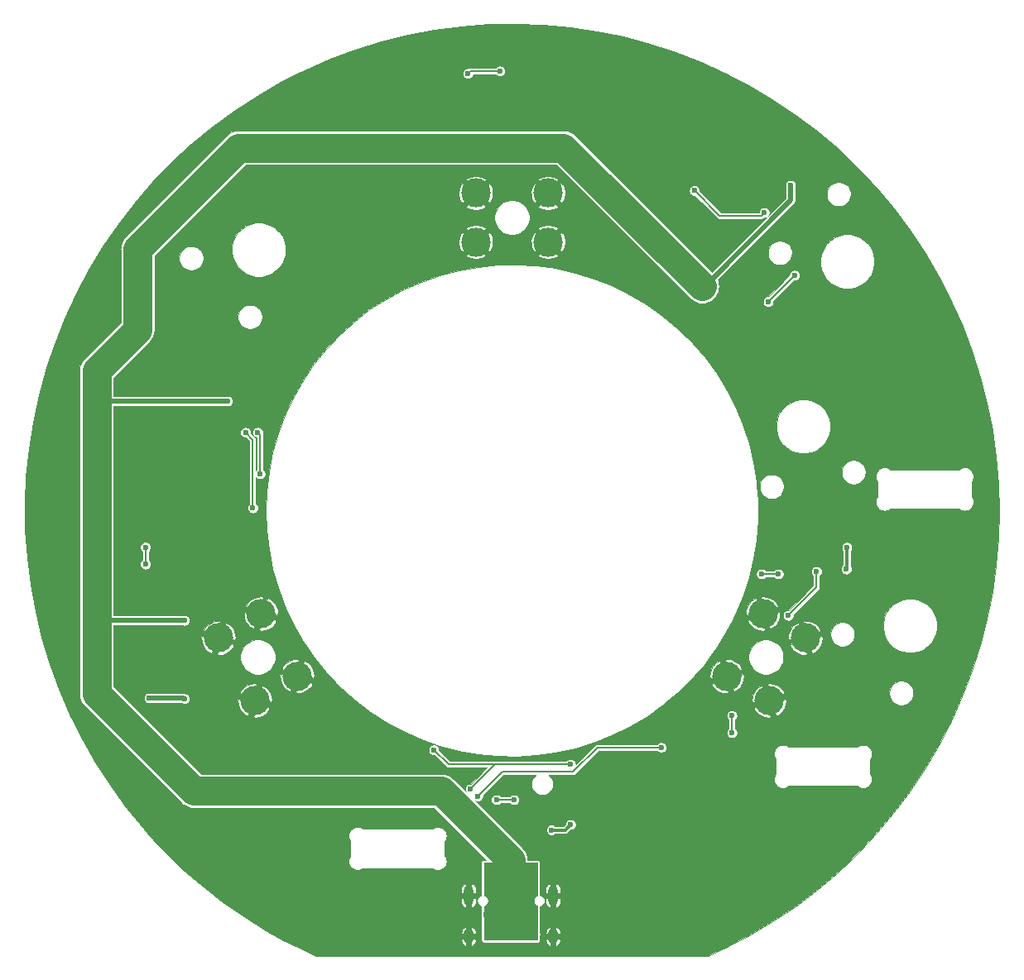
<source format=gtl>
G04 #@! TF.GenerationSoftware,KiCad,Pcbnew,5.1.5+dfsg1-2build2*
G04 #@! TF.CreationDate,2020-08-12T20:41:45+02:00*
G04 #@! TF.ProjectId,camera-flash,63616d65-7261-42d6-966c-6173682e6b69,rev?*
G04 #@! TF.SameCoordinates,Original*
G04 #@! TF.FileFunction,Copper,L1,Top*
G04 #@! TF.FilePolarity,Positive*
%FSLAX46Y46*%
G04 Gerber Fmt 4.6, Leading zero omitted, Abs format (unit mm)*
G04 Created by KiCad (PCBNEW 5.1.5+dfsg1-2build2) date 2020-08-12 20:41:45*
%MOMM*%
%LPD*%
G04 APERTURE LIST*
%ADD10C,3.000000*%
%ADD11O,1.000000X2.100000*%
%ADD12O,1.000000X1.600000*%
%ADD13C,0.600000*%
%ADD14C,0.300000*%
%ADD15C,0.500000*%
%ADD16C,0.200000*%
%ADD17C,3.000000*%
%ADD18C,0.100000*%
G04 APERTURE END LIST*
D10*
X73704936Y-119454294D03*
X70004936Y-113045706D03*
X74335064Y-110545706D03*
X78035064Y-116954294D03*
X129995064Y-113045706D03*
X126295064Y-119454294D03*
X121964936Y-116954294D03*
X125664936Y-110545706D03*
X96300000Y-67500000D03*
X103700000Y-67500000D03*
X103700000Y-72500000D03*
X96300000Y-72500000D03*
D11*
X104210000Y-139415000D03*
X95570000Y-139415000D03*
D12*
X104210000Y-143595000D03*
X95570000Y-143595000D03*
D13*
X116250000Y-70750000D03*
X110250000Y-133000000D03*
X110250000Y-134000000D03*
X112000000Y-134000000D03*
X112000000Y-133000000D03*
X99250000Y-132000000D03*
X100750000Y-133500000D03*
X100750000Y-132000000D03*
X101750000Y-53000000D03*
X129000000Y-101500000D03*
X131250000Y-104750000D03*
X133250000Y-104000000D03*
X133250000Y-107000000D03*
X126000000Y-122750000D03*
X120250000Y-123500000D03*
X71500000Y-92750000D03*
X69250000Y-91000000D03*
X67250000Y-93250000D03*
X67750000Y-91000000D03*
X67500000Y-96250000D03*
X67500000Y-98500000D03*
X102250000Y-130500000D03*
X120000000Y-125000000D03*
X118500000Y-124500000D03*
X117000000Y-125500000D03*
X113750000Y-125500000D03*
X118500000Y-129250000D03*
X107500000Y-127500000D03*
X105000000Y-127500000D03*
X53000000Y-112750000D03*
X53000000Y-113750000D03*
X53000000Y-114750000D03*
X54000000Y-116500000D03*
X54000000Y-117500000D03*
X52500000Y-111250000D03*
X52500000Y-110250000D03*
X52500000Y-109250000D03*
X52500000Y-108250000D03*
X60450000Y-109700000D03*
X61750000Y-109500000D03*
X61750000Y-110250000D03*
X62750000Y-112250000D03*
X62750000Y-113250000D03*
X62750000Y-114250000D03*
X61250000Y-117750000D03*
X61250000Y-118750000D03*
X61500000Y-103750000D03*
X61500000Y-102500000D03*
X63250000Y-102000000D03*
X63250000Y-97750000D03*
X61000000Y-97750000D03*
X59750000Y-100500000D03*
X55500000Y-100500000D03*
X54250000Y-101500000D03*
X53000000Y-102750000D03*
X52500000Y-105000000D03*
X57500000Y-78000000D03*
X59250000Y-79750000D03*
X64500000Y-77600000D03*
X53500000Y-85000000D03*
X67750000Y-84750000D03*
X67750000Y-82750000D03*
X77500000Y-72500000D03*
X77100000Y-70400000D03*
X77100000Y-67650000D03*
X79600000Y-70150000D03*
X94500000Y-53250000D03*
X93250000Y-54500000D03*
X96750000Y-51250000D03*
X107250000Y-54000000D03*
X108750000Y-54000000D03*
X108000000Y-53000000D03*
X105000000Y-51000000D03*
X100250000Y-51000000D03*
X103750000Y-54750000D03*
X111500000Y-59750000D03*
X113250000Y-61250000D03*
X111500000Y-66000000D03*
X111500000Y-63250000D03*
X113250000Y-65500000D03*
X113250000Y-63750000D03*
X114500000Y-62500000D03*
X116500000Y-64750000D03*
X117250000Y-69000000D03*
X114927565Y-69322435D03*
X115500000Y-68250000D03*
X120500000Y-75000000D03*
X120250000Y-73500000D03*
X108500000Y-74250000D03*
X109250000Y-75000000D03*
X110000000Y-75750000D03*
X110750000Y-76500000D03*
X129250000Y-83250000D03*
X128000000Y-83250000D03*
X125500000Y-83500000D03*
X126500000Y-84500000D03*
X121000000Y-79250000D03*
X123000000Y-78250000D03*
X123000000Y-75500000D03*
X132750000Y-79750000D03*
X128250000Y-75250000D03*
X126000000Y-72500000D03*
X122250000Y-71500000D03*
X129500000Y-65750000D03*
X122000000Y-60750000D03*
X121000000Y-59750000D03*
X125750000Y-89000000D03*
X125750000Y-94000000D03*
X125750000Y-91500000D03*
X129750000Y-96000000D03*
X129750000Y-97250000D03*
X126750000Y-99750000D03*
X125500000Y-104750000D03*
X133000000Y-101500000D03*
X135250000Y-98250000D03*
X135250000Y-99750000D03*
X138250000Y-94750000D03*
X133250000Y-94750000D03*
X132450000Y-87825000D03*
X143750000Y-92750000D03*
X141000000Y-107500000D03*
X137500000Y-107500000D03*
X139750000Y-104250000D03*
X132250000Y-110500000D03*
X135000000Y-110750000D03*
X137500000Y-116750000D03*
X134250000Y-121500000D03*
X65900000Y-79900000D03*
X132000000Y-117000000D03*
X129000000Y-117000000D03*
X131000000Y-120000000D03*
X133500000Y-100500000D03*
X67400000Y-88000000D03*
X68600000Y-88000000D03*
X68600000Y-89700000D03*
X67400000Y-89700000D03*
X70500000Y-88000000D03*
X104050000Y-132700000D03*
X106000000Y-132150000D03*
X62900000Y-119200000D03*
X134250000Y-103766421D03*
X134200000Y-106000000D03*
X66500000Y-119250000D03*
X73500000Y-99750000D03*
X72750000Y-92000000D03*
X128900000Y-75900000D03*
X126200000Y-78600000D03*
X102100000Y-137100000D03*
X102100000Y-136400000D03*
X97500000Y-136400000D03*
X97500000Y-137100000D03*
X97350000Y-141350000D03*
X98850000Y-141350000D03*
X100350000Y-141350000D03*
X101850000Y-141350000D03*
X101350000Y-142350000D03*
X99850000Y-142350000D03*
X98350000Y-142350000D03*
X97850000Y-143350000D03*
X99350000Y-143350000D03*
X100850000Y-143350000D03*
X102350000Y-143350000D03*
X57500000Y-117000000D03*
X57500000Y-115750000D03*
X57500000Y-114500000D03*
X56500000Y-116500000D03*
X56500000Y-115250000D03*
X118250000Y-77000000D03*
X116750000Y-75500000D03*
X117500000Y-76250000D03*
X120000000Y-76500000D03*
X119000000Y-77750000D03*
X120000000Y-77500000D03*
X93750000Y-62250000D03*
X66500000Y-111250000D03*
X128500000Y-66709990D03*
X70900000Y-88800000D03*
X100200000Y-129600000D03*
X98400000Y-129600000D03*
X118650000Y-67250000D03*
X125800000Y-69500000D03*
X62500000Y-105500000D03*
X62500000Y-103750000D03*
X106000000Y-126000000D03*
X95750000Y-128500000D03*
X92000000Y-124500000D03*
X74250000Y-96250000D03*
X74000000Y-92000000D03*
X98750000Y-55000000D03*
X95500000Y-55250000D03*
X125500000Y-106500000D03*
X127250000Y-106500000D03*
X122500000Y-121000000D03*
X122500000Y-122750000D03*
X115250000Y-124250000D03*
X96500000Y-129250000D03*
X131150000Y-106250000D03*
X128250000Y-110750000D03*
D14*
X105450000Y-132700000D02*
X106000000Y-132150000D01*
X104050000Y-132700000D02*
X105450000Y-132700000D01*
D15*
X66450000Y-119200000D02*
X66500000Y-119250000D01*
X62900000Y-119200000D02*
X66450000Y-119200000D01*
D16*
X73500000Y-92750000D02*
X72750000Y-92000000D01*
X73500000Y-99750000D02*
X73500000Y-92750000D01*
D14*
X134250000Y-103766421D02*
X134250000Y-105950000D01*
X134250000Y-105950000D02*
X134200000Y-106000000D01*
D16*
X128900000Y-75900000D02*
X126200000Y-78600000D01*
D17*
X99850000Y-142350000D02*
X99850000Y-135800000D01*
X99850000Y-135800000D02*
X92750000Y-128700000D01*
X92750000Y-128700000D02*
X67450000Y-128700000D01*
X67450000Y-128700000D02*
X57500000Y-118750000D01*
X57500000Y-115750000D02*
X57500000Y-114750000D01*
X57500000Y-118750000D02*
X57500000Y-114750000D01*
X119450000Y-77050000D02*
X119450000Y-77050000D01*
X119450000Y-77050000D02*
X119450000Y-77050000D01*
X119450000Y-77050000D02*
X119450000Y-77050000D01*
X119450000Y-77050000D02*
X119450000Y-77050000D01*
X119450000Y-77050000D02*
X119450000Y-77050000D01*
X119450000Y-77050000D02*
X119450000Y-77050000D01*
D15*
X66500000Y-111250000D02*
X57500000Y-111250000D01*
D17*
X57500000Y-114750000D02*
X57500000Y-111250000D01*
X57500000Y-98250000D02*
X57500000Y-111250000D01*
X57500000Y-85700000D02*
X57500000Y-98250000D01*
X61700000Y-81500000D02*
X57500000Y-85700000D01*
X61700000Y-73200000D02*
X61700000Y-81500000D01*
X72050000Y-62850000D02*
X61700000Y-73200000D01*
X105250000Y-62850000D02*
X72050000Y-62850000D01*
X119450000Y-77050000D02*
X105250000Y-62850000D01*
D15*
X120000000Y-76750000D02*
X128500000Y-68250000D01*
X119750000Y-76750000D02*
X120000000Y-76750000D01*
X128500000Y-67134254D02*
X128500000Y-66709990D01*
X119450000Y-77050000D02*
X119750000Y-76750000D01*
X128500000Y-68250000D02*
X128500000Y-67134254D01*
X57500000Y-88100000D02*
X57500000Y-85700000D01*
X58200000Y-88800000D02*
X57500000Y-88100000D01*
X70900000Y-88800000D02*
X58200000Y-88800000D01*
D16*
X100200000Y-129600000D02*
X98400000Y-129600000D01*
X118650000Y-67250000D02*
X121200000Y-69800000D01*
X125500000Y-69800000D02*
X125800000Y-69500000D01*
X121200000Y-69800000D02*
X125500000Y-69800000D01*
X62500000Y-105500000D02*
X62500000Y-103750000D01*
X98250000Y-126000000D02*
X95750000Y-128500000D01*
X106000000Y-126000000D02*
X98250000Y-126000000D01*
X93500000Y-126000000D02*
X92000000Y-124500000D01*
X98250000Y-126000000D02*
X93500000Y-126000000D01*
X74250000Y-92250000D02*
X74000000Y-92000000D01*
X74250000Y-96250000D02*
X74250000Y-92250000D01*
X95750000Y-55000000D02*
X95500000Y-55250000D01*
X98750000Y-55000000D02*
X95750000Y-55000000D01*
X127250000Y-106500000D02*
X125500000Y-106500000D01*
X122500000Y-121000000D02*
X122500000Y-122750000D01*
X115250000Y-124250000D02*
X108750000Y-124250000D01*
X108750000Y-124250000D02*
X106250000Y-126750000D01*
X99000000Y-126750000D02*
X96500000Y-129250000D01*
X106250000Y-126750000D02*
X99000000Y-126750000D01*
X131150000Y-106250000D02*
X131150000Y-107850000D01*
X131150000Y-107850000D02*
X128250000Y-110750000D01*
D18*
G36*
X103174564Y-50275868D02*
G01*
X105945281Y-50530607D01*
X108697473Y-50939617D01*
X111422531Y-51501620D01*
X114111978Y-52214864D01*
X116757414Y-53077125D01*
X119350577Y-54085707D01*
X121883421Y-55237482D01*
X124348009Y-56528842D01*
X126736672Y-57955767D01*
X129041949Y-59513800D01*
X131256679Y-61198103D01*
X133373910Y-63003388D01*
X135387082Y-64924060D01*
X137289894Y-66954108D01*
X139076431Y-69087225D01*
X140741088Y-71316714D01*
X142278716Y-73635681D01*
X143684486Y-76036844D01*
X144954034Y-78512749D01*
X146083388Y-81055646D01*
X147069039Y-83657636D01*
X147907901Y-86310580D01*
X148597362Y-89006202D01*
X149135282Y-91736147D01*
X149519967Y-94491813D01*
X149750229Y-97264702D01*
X149825346Y-100046089D01*
X149745083Y-102827333D01*
X149509692Y-105599792D01*
X149119909Y-108354743D01*
X148576941Y-111083678D01*
X147882494Y-113778022D01*
X147038724Y-116429414D01*
X146048259Y-119029582D01*
X144914200Y-121570392D01*
X143640081Y-124043928D01*
X142229866Y-126442496D01*
X140687959Y-128758600D01*
X139019162Y-130985031D01*
X137228700Y-133114817D01*
X135322118Y-135141359D01*
X133305413Y-137058287D01*
X131184836Y-138859660D01*
X128966992Y-140539864D01*
X126658852Y-142093619D01*
X124267542Y-143516130D01*
X121799949Y-144803251D01*
X120021521Y-145625000D01*
X79979204Y-145625000D01*
X77493724Y-144452612D01*
X76592488Y-143964237D01*
X94813230Y-143964237D01*
X94841279Y-144110545D01*
X94897332Y-144248570D01*
X94979235Y-144373007D01*
X95083841Y-144479075D01*
X95212462Y-144554293D01*
X95320000Y-144535434D01*
X95320000Y-143845000D01*
X95820000Y-143845000D01*
X95820000Y-144535434D01*
X95927538Y-144554293D01*
X96056159Y-144479075D01*
X96160765Y-144373007D01*
X96242668Y-144248570D01*
X96298721Y-144110545D01*
X96326770Y-143964237D01*
X96265784Y-143845000D01*
X95820000Y-143845000D01*
X95320000Y-143845000D01*
X94874216Y-143845000D01*
X94813230Y-143964237D01*
X76592488Y-143964237D01*
X75229724Y-143225763D01*
X94813230Y-143225763D01*
X94874216Y-143345000D01*
X95320000Y-143345000D01*
X95320000Y-142654566D01*
X95820000Y-142654566D01*
X95820000Y-143345000D01*
X96265784Y-143345000D01*
X96326770Y-143225763D01*
X96298721Y-143079455D01*
X96242668Y-142941430D01*
X96160765Y-142816993D01*
X96056159Y-142710925D01*
X95927538Y-142635707D01*
X95820000Y-142654566D01*
X95320000Y-142654566D01*
X95212462Y-142635707D01*
X95083841Y-142710925D01*
X94979235Y-142816993D01*
X94897332Y-142941430D01*
X94841279Y-143079455D01*
X94813230Y-143225763D01*
X75229724Y-143225763D01*
X75047409Y-143126968D01*
X72678908Y-141666835D01*
X70395592Y-140076754D01*
X69869575Y-139665000D01*
X94820000Y-139665000D01*
X94820000Y-140215000D01*
X94883184Y-140356514D01*
X94972762Y-140482982D01*
X95085291Y-140589544D01*
X95212462Y-140624293D01*
X95320000Y-140605434D01*
X95320000Y-139665000D01*
X95820000Y-139665000D01*
X95820000Y-140605434D01*
X95927538Y-140624293D01*
X96054709Y-140589544D01*
X96167238Y-140482982D01*
X96256816Y-140356514D01*
X96320000Y-140215000D01*
X96320000Y-139665000D01*
X95820000Y-139665000D01*
X95320000Y-139665000D01*
X94820000Y-139665000D01*
X69869575Y-139665000D01*
X68528196Y-138615000D01*
X94820000Y-138615000D01*
X94820000Y-139165000D01*
X95320000Y-139165000D01*
X95320000Y-138224566D01*
X95820000Y-138224566D01*
X95820000Y-139165000D01*
X96320000Y-139165000D01*
X96320000Y-138615000D01*
X96256816Y-138473486D01*
X96167238Y-138347018D01*
X96054709Y-138240456D01*
X95927538Y-138205707D01*
X95820000Y-138224566D01*
X95320000Y-138224566D01*
X95212462Y-138205707D01*
X95085291Y-138240456D01*
X94972762Y-138347018D01*
X94883184Y-138473486D01*
X94820000Y-138615000D01*
X68528196Y-138615000D01*
X68204618Y-138361711D01*
X66112787Y-136527031D01*
X64126630Y-134578440D01*
X62980352Y-133320771D01*
X83283698Y-133320771D01*
X83283974Y-133323690D01*
X83297920Y-133460986D01*
X83301683Y-133479649D01*
X83305183Y-133498353D01*
X83306019Y-133501155D01*
X83306020Y-133501162D01*
X83306023Y-133501168D01*
X83346369Y-133633135D01*
X83353679Y-133650697D01*
X83360751Y-133668378D01*
X83362117Y-133670968D01*
X83362119Y-133670973D01*
X83362122Y-133670977D01*
X83427332Y-133792595D01*
X83437911Y-133808399D01*
X83448287Y-133824376D01*
X83450125Y-133826645D01*
X83450131Y-133826653D01*
X83450138Y-133826660D01*
X83490001Y-133875190D01*
X83490003Y-135324807D01*
X83442854Y-135383869D01*
X83432496Y-135399818D01*
X83421899Y-135415648D01*
X83420532Y-135418242D01*
X83357023Y-135540763D01*
X83349948Y-135558451D01*
X83342640Y-135576006D01*
X83341806Y-135578806D01*
X83341802Y-135578816D01*
X83341800Y-135578826D01*
X83303301Y-135711339D01*
X83299801Y-135730038D01*
X83296037Y-135748706D01*
X83295761Y-135751625D01*
X83283733Y-135889103D01*
X83283932Y-135908149D01*
X83283866Y-135927170D01*
X83284162Y-135930087D01*
X83299067Y-136067282D01*
X83302967Y-136085951D01*
X83306591Y-136104595D01*
X83307448Y-136107399D01*
X83348716Y-136239087D01*
X83356165Y-136256635D01*
X83363345Y-136274231D01*
X83364731Y-136276815D01*
X83430792Y-136397979D01*
X83441474Y-136413698D01*
X83451967Y-136429611D01*
X83453823Y-136431869D01*
X83453828Y-136431876D01*
X83453834Y-136431882D01*
X83542166Y-136537902D01*
X83555698Y-136551247D01*
X83569081Y-136564818D01*
X83571347Y-136566678D01*
X83678596Y-136653527D01*
X83694464Y-136663990D01*
X83710227Y-136674703D01*
X83712807Y-136676085D01*
X83712811Y-136676088D01*
X83712815Y-136676090D01*
X83834886Y-136740451D01*
X83852524Y-136747649D01*
X83870029Y-136755080D01*
X83872833Y-136755937D01*
X84005084Y-136795363D01*
X84023757Y-136798992D01*
X84042399Y-136802887D01*
X84045315Y-136803183D01*
X84045317Y-136803183D01*
X84182706Y-136816170D01*
X84201726Y-136816104D01*
X84220772Y-136816303D01*
X84223691Y-136816027D01*
X84360987Y-136802081D01*
X84379650Y-136798318D01*
X84398354Y-136794818D01*
X84401156Y-136793982D01*
X84401163Y-136793981D01*
X84401169Y-136793978D01*
X84533136Y-136753632D01*
X84550698Y-136746322D01*
X84568379Y-136739250D01*
X84570969Y-136737884D01*
X84570974Y-136737882D01*
X84570978Y-136737879D01*
X84692596Y-136672669D01*
X84708400Y-136662090D01*
X84724377Y-136651714D01*
X84726646Y-136649876D01*
X84726654Y-136649870D01*
X84726661Y-136649863D01*
X84775191Y-136610000D01*
X91824806Y-136609997D01*
X91883870Y-136657147D01*
X91899851Y-136667525D01*
X91915648Y-136678101D01*
X91918234Y-136679464D01*
X91918242Y-136679469D01*
X91918250Y-136679472D01*
X92040763Y-136742977D01*
X92058423Y-136750041D01*
X92076006Y-136757360D01*
X92078806Y-136758194D01*
X92078816Y-136758198D01*
X92078826Y-136758200D01*
X92211339Y-136796700D01*
X92230069Y-136800205D01*
X92248706Y-136803963D01*
X92251625Y-136804239D01*
X92389103Y-136816267D01*
X92408149Y-136816068D01*
X92427170Y-136816134D01*
X92430087Y-136815838D01*
X92567282Y-136800933D01*
X92585951Y-136797033D01*
X92604595Y-136793409D01*
X92607397Y-136792553D01*
X92607403Y-136792551D01*
X92739087Y-136751284D01*
X92756635Y-136743835D01*
X92774231Y-136736655D01*
X92776810Y-136735272D01*
X92776814Y-136735270D01*
X92776817Y-136735268D01*
X92897979Y-136669208D01*
X92913698Y-136658526D01*
X92929611Y-136648033D01*
X92931869Y-136646177D01*
X92931876Y-136646172D01*
X92931882Y-136646166D01*
X93037902Y-136557834D01*
X93051247Y-136544302D01*
X93064818Y-136530919D01*
X93066678Y-136528653D01*
X93153527Y-136421404D01*
X93163990Y-136405536D01*
X93174703Y-136389773D01*
X93176085Y-136387193D01*
X93176088Y-136387189D01*
X93176090Y-136387185D01*
X93240451Y-136265114D01*
X93247649Y-136247476D01*
X93255080Y-136229971D01*
X93255937Y-136227167D01*
X93295363Y-136094916D01*
X93298992Y-136076243D01*
X93302887Y-136057601D01*
X93303183Y-136054683D01*
X93316170Y-135917294D01*
X93316104Y-135898273D01*
X93316303Y-135879228D01*
X93316027Y-135876309D01*
X93302081Y-135739012D01*
X93298323Y-135720375D01*
X93294818Y-135701645D01*
X93293980Y-135698836D01*
X93253632Y-135566864D01*
X93246327Y-135549315D01*
X93239250Y-135531620D01*
X93237882Y-135529027D01*
X93237882Y-135529026D01*
X93237879Y-135529022D01*
X93172669Y-135407404D01*
X93162090Y-135391600D01*
X93151714Y-135375623D01*
X93149869Y-135373345D01*
X93110000Y-135324808D01*
X93109997Y-133875194D01*
X93157147Y-133816130D01*
X93167525Y-133800149D01*
X93178101Y-133784352D01*
X93179464Y-133781766D01*
X93179469Y-133781758D01*
X93179472Y-133781750D01*
X93242977Y-133659237D01*
X93250041Y-133641577D01*
X93257360Y-133623994D01*
X93258194Y-133621194D01*
X93258198Y-133621184D01*
X93258200Y-133621174D01*
X93296700Y-133488661D01*
X93300205Y-133469931D01*
X93303963Y-133451294D01*
X93304239Y-133448375D01*
X93316267Y-133310897D01*
X93316068Y-133291851D01*
X93316134Y-133272830D01*
X93315838Y-133269913D01*
X93300933Y-133132718D01*
X93297032Y-133114042D01*
X93293409Y-133095405D01*
X93292552Y-133092601D01*
X93292552Y-133092599D01*
X93292550Y-133092593D01*
X93251284Y-132960913D01*
X93243847Y-132943393D01*
X93236655Y-132925769D01*
X93235274Y-132923195D01*
X93235270Y-132923186D01*
X93235265Y-132923179D01*
X93169208Y-132802021D01*
X93158526Y-132786302D01*
X93148033Y-132770389D01*
X93146172Y-132768124D01*
X93057834Y-132662099D01*
X93044302Y-132648754D01*
X93030919Y-132635183D01*
X93028653Y-132633322D01*
X92921405Y-132546474D01*
X92905527Y-132536004D01*
X92889772Y-132525297D01*
X92887193Y-132523915D01*
X92887189Y-132523912D01*
X92887185Y-132523910D01*
X92765113Y-132459549D01*
X92747501Y-132452361D01*
X92729971Y-132444920D01*
X92727167Y-132444063D01*
X92594916Y-132404637D01*
X92576229Y-132401005D01*
X92557600Y-132397113D01*
X92554685Y-132396817D01*
X92554683Y-132396817D01*
X92417293Y-132383830D01*
X92398273Y-132383896D01*
X92379228Y-132383697D01*
X92376309Y-132383973D01*
X92239012Y-132397919D01*
X92220375Y-132401677D01*
X92201645Y-132405182D01*
X92198836Y-132406020D01*
X92066864Y-132446368D01*
X92049315Y-132453673D01*
X92031620Y-132460750D01*
X92029031Y-132462116D01*
X92029026Y-132462118D01*
X92029022Y-132462121D01*
X91907404Y-132527331D01*
X91891600Y-132537910D01*
X91875623Y-132548286D01*
X91873345Y-132550131D01*
X91824809Y-132590000D01*
X84775192Y-132590000D01*
X84716132Y-132542853D01*
X84700183Y-132532495D01*
X84684353Y-132521898D01*
X84681759Y-132520531D01*
X84559238Y-132457022D01*
X84541550Y-132449947D01*
X84523995Y-132442639D01*
X84521195Y-132441805D01*
X84521185Y-132441801D01*
X84521175Y-132441799D01*
X84388662Y-132403300D01*
X84369963Y-132399800D01*
X84351295Y-132396036D01*
X84348378Y-132395760D01*
X84348376Y-132395760D01*
X84210898Y-132383732D01*
X84191852Y-132383931D01*
X84172831Y-132383865D01*
X84169914Y-132384161D01*
X84032719Y-132399066D01*
X84014043Y-132402967D01*
X83995406Y-132406590D01*
X83992606Y-132407446D01*
X83992600Y-132407447D01*
X83992594Y-132407449D01*
X83860914Y-132448715D01*
X83843394Y-132456152D01*
X83825770Y-132463344D01*
X83823196Y-132464725D01*
X83823187Y-132464729D01*
X83823180Y-132464734D01*
X83702022Y-132530791D01*
X83686303Y-132541473D01*
X83670390Y-132551966D01*
X83668125Y-132553827D01*
X83562100Y-132642165D01*
X83548755Y-132655697D01*
X83535184Y-132669080D01*
X83533323Y-132671346D01*
X83446475Y-132778594D01*
X83436005Y-132794472D01*
X83425298Y-132810227D01*
X83423916Y-132812806D01*
X83423913Y-132812810D01*
X83423913Y-132812811D01*
X83359550Y-132934886D01*
X83352362Y-132952498D01*
X83344921Y-132970028D01*
X83344064Y-132972832D01*
X83304638Y-133105083D01*
X83301006Y-133123770D01*
X83297114Y-133142399D01*
X83296818Y-133145316D01*
X83283831Y-133282706D01*
X83283897Y-133301726D01*
X83283698Y-133320771D01*
X62980352Y-133320771D01*
X62252352Y-132522027D01*
X60495764Y-130364165D01*
X58862401Y-128111656D01*
X57357307Y-125771453D01*
X55985190Y-123350881D01*
X54750341Y-120857508D01*
X53656599Y-118299082D01*
X52707377Y-115683587D01*
X51905634Y-113019180D01*
X51253875Y-110314189D01*
X50754127Y-107577020D01*
X50407954Y-104816238D01*
X50216429Y-102040417D01*
X50180155Y-99258254D01*
X50299242Y-96478377D01*
X50573319Y-93709501D01*
X51001531Y-90960242D01*
X51582546Y-88239160D01*
X52274943Y-85700000D01*
X55751581Y-85700000D01*
X55760000Y-85785478D01*
X55760001Y-98164510D01*
X55760000Y-98164520D01*
X55760001Y-111164519D01*
X55760000Y-114664519D01*
X55760000Y-115835480D01*
X55760001Y-115835487D01*
X55760000Y-118664522D01*
X55751581Y-118750000D01*
X55760000Y-118835478D01*
X55760000Y-118835480D01*
X55785176Y-119091099D01*
X55884671Y-119419090D01*
X56046243Y-119721369D01*
X56263681Y-119986319D01*
X56330087Y-120040817D01*
X66159192Y-129869924D01*
X66213681Y-129936319D01*
X66280076Y-129990808D01*
X66280078Y-129990810D01*
X66386980Y-130078542D01*
X66478630Y-130153757D01*
X66780909Y-130315329D01*
X67108900Y-130414824D01*
X67364519Y-130440000D01*
X67364522Y-130440000D01*
X67450000Y-130448419D01*
X67535478Y-130440000D01*
X92029270Y-130440000D01*
X97349269Y-135760000D01*
X97100000Y-135760000D01*
X97053178Y-135764612D01*
X97008156Y-135778269D01*
X96966663Y-135800447D01*
X96930294Y-135830294D01*
X96900447Y-135866663D01*
X96878269Y-135908156D01*
X96864612Y-135953178D01*
X96860000Y-136000000D01*
X96860000Y-139396778D01*
X96835196Y-139401712D01*
X96732372Y-139444303D01*
X96639833Y-139506136D01*
X96561136Y-139584833D01*
X96499303Y-139677372D01*
X96456712Y-139780196D01*
X96435000Y-139889352D01*
X96435000Y-140000648D01*
X96456712Y-140109804D01*
X96499303Y-140212628D01*
X96561136Y-140305167D01*
X96639833Y-140383864D01*
X96732372Y-140445697D01*
X96835196Y-140488288D01*
X96860000Y-140493222D01*
X96860000Y-141121876D01*
X96830752Y-141192488D01*
X96810000Y-141296815D01*
X96810000Y-141403185D01*
X96830752Y-141507512D01*
X96860000Y-141578124D01*
X96860000Y-144000000D01*
X96864612Y-144046822D01*
X96878269Y-144091844D01*
X96900447Y-144133337D01*
X96930294Y-144169706D01*
X96966663Y-144199553D01*
X97008156Y-144221731D01*
X97053178Y-144235388D01*
X97100000Y-144240000D01*
X102600000Y-144240000D01*
X102646822Y-144235388D01*
X102691844Y-144221731D01*
X102733337Y-144199553D01*
X102769706Y-144169706D01*
X102799553Y-144133337D01*
X102821731Y-144091844D01*
X102835388Y-144046822D01*
X102840000Y-144000000D01*
X102840000Y-143964237D01*
X103453230Y-143964237D01*
X103481279Y-144110545D01*
X103537332Y-144248570D01*
X103619235Y-144373007D01*
X103723841Y-144479075D01*
X103852462Y-144554293D01*
X103960000Y-144535434D01*
X103960000Y-143845000D01*
X104460000Y-143845000D01*
X104460000Y-144535434D01*
X104567538Y-144554293D01*
X104696159Y-144479075D01*
X104800765Y-144373007D01*
X104882668Y-144248570D01*
X104938721Y-144110545D01*
X104966770Y-143964237D01*
X104905784Y-143845000D01*
X104460000Y-143845000D01*
X103960000Y-143845000D01*
X103514216Y-143845000D01*
X103453230Y-143964237D01*
X102840000Y-143964237D01*
X102840000Y-143578124D01*
X102869248Y-143507512D01*
X102890000Y-143403185D01*
X102890000Y-143296815D01*
X102875867Y-143225763D01*
X103453230Y-143225763D01*
X103514216Y-143345000D01*
X103960000Y-143345000D01*
X103960000Y-142654566D01*
X104460000Y-142654566D01*
X104460000Y-143345000D01*
X104905784Y-143345000D01*
X104966770Y-143225763D01*
X104938721Y-143079455D01*
X104882668Y-142941430D01*
X104800765Y-142816993D01*
X104696159Y-142710925D01*
X104567538Y-142635707D01*
X104460000Y-142654566D01*
X103960000Y-142654566D01*
X103852462Y-142635707D01*
X103723841Y-142710925D01*
X103619235Y-142816993D01*
X103537332Y-142941430D01*
X103481279Y-143079455D01*
X103453230Y-143225763D01*
X102875867Y-143225763D01*
X102869248Y-143192488D01*
X102840000Y-143121876D01*
X102840000Y-140509134D01*
X102944804Y-140488288D01*
X103047628Y-140445697D01*
X103140167Y-140383864D01*
X103218864Y-140305167D01*
X103280697Y-140212628D01*
X103323288Y-140109804D01*
X103345000Y-140000648D01*
X103345000Y-139889352D01*
X103323288Y-139780196D01*
X103280697Y-139677372D01*
X103272431Y-139665000D01*
X103460000Y-139665000D01*
X103460000Y-140215000D01*
X103523184Y-140356514D01*
X103612762Y-140482982D01*
X103725291Y-140589544D01*
X103852462Y-140624293D01*
X103960000Y-140605434D01*
X103960000Y-139665000D01*
X104460000Y-139665000D01*
X104460000Y-140605434D01*
X104567538Y-140624293D01*
X104694709Y-140589544D01*
X104807238Y-140482982D01*
X104896816Y-140356514D01*
X104960000Y-140215000D01*
X104960000Y-139665000D01*
X104460000Y-139665000D01*
X103960000Y-139665000D01*
X103460000Y-139665000D01*
X103272431Y-139665000D01*
X103218864Y-139584833D01*
X103140167Y-139506136D01*
X103047628Y-139444303D01*
X102944804Y-139401712D01*
X102840000Y-139380866D01*
X102840000Y-138615000D01*
X103460000Y-138615000D01*
X103460000Y-139165000D01*
X103960000Y-139165000D01*
X103960000Y-138224566D01*
X104460000Y-138224566D01*
X104460000Y-139165000D01*
X104960000Y-139165000D01*
X104960000Y-138615000D01*
X104896816Y-138473486D01*
X104807238Y-138347018D01*
X104694709Y-138240456D01*
X104567538Y-138205707D01*
X104460000Y-138224566D01*
X103960000Y-138224566D01*
X103852462Y-138205707D01*
X103725291Y-138240456D01*
X103612762Y-138347018D01*
X103523184Y-138473486D01*
X103460000Y-138615000D01*
X102840000Y-138615000D01*
X102840000Y-136000000D01*
X102835388Y-135953178D01*
X102821731Y-135908156D01*
X102799553Y-135866663D01*
X102769706Y-135830294D01*
X102733337Y-135800447D01*
X102691844Y-135778269D01*
X102646822Y-135764612D01*
X102600000Y-135760000D01*
X101594478Y-135760000D01*
X101590000Y-135714529D01*
X101590000Y-135714519D01*
X101564824Y-135458900D01*
X101465329Y-135130909D01*
X101303757Y-134828630D01*
X101086319Y-134563681D01*
X101019919Y-134509188D01*
X99157546Y-132646815D01*
X103510000Y-132646815D01*
X103510000Y-132753185D01*
X103530752Y-132857512D01*
X103571458Y-132955786D01*
X103630554Y-133044230D01*
X103705770Y-133119446D01*
X103794214Y-133178542D01*
X103892488Y-133219248D01*
X103996815Y-133240000D01*
X104103185Y-133240000D01*
X104207512Y-133219248D01*
X104305786Y-133178542D01*
X104394230Y-133119446D01*
X104423676Y-133090000D01*
X105430841Y-133090000D01*
X105450000Y-133091887D01*
X105504604Y-133086509D01*
X105526453Y-133084357D01*
X105599969Y-133062056D01*
X105667721Y-133025842D01*
X105727106Y-132977106D01*
X105739321Y-132962222D01*
X106011543Y-132690000D01*
X106053185Y-132690000D01*
X106157512Y-132669248D01*
X106255786Y-132628542D01*
X106344230Y-132569446D01*
X106419446Y-132494230D01*
X106478542Y-132405786D01*
X106519248Y-132307512D01*
X106540000Y-132203185D01*
X106540000Y-132096815D01*
X106519248Y-131992488D01*
X106478542Y-131894214D01*
X106419446Y-131805770D01*
X106344230Y-131730554D01*
X106255786Y-131671458D01*
X106157512Y-131630752D01*
X106053185Y-131610000D01*
X105946815Y-131610000D01*
X105842488Y-131630752D01*
X105744214Y-131671458D01*
X105655770Y-131730554D01*
X105580554Y-131805770D01*
X105521458Y-131894214D01*
X105480752Y-131992488D01*
X105460000Y-132096815D01*
X105460000Y-132138457D01*
X105288457Y-132310000D01*
X104423676Y-132310000D01*
X104394230Y-132280554D01*
X104305786Y-132221458D01*
X104207512Y-132180752D01*
X104103185Y-132160000D01*
X103996815Y-132160000D01*
X103892488Y-132180752D01*
X103794214Y-132221458D01*
X103705770Y-132280554D01*
X103630554Y-132355770D01*
X103571458Y-132444214D01*
X103530752Y-132542488D01*
X103510000Y-132646815D01*
X99157546Y-132646815D01*
X96229322Y-129718591D01*
X96244214Y-129728542D01*
X96342488Y-129769248D01*
X96446815Y-129790000D01*
X96553185Y-129790000D01*
X96657512Y-129769248D01*
X96755786Y-129728542D01*
X96844230Y-129669446D01*
X96919446Y-129594230D01*
X96951127Y-129546815D01*
X97860000Y-129546815D01*
X97860000Y-129653185D01*
X97880752Y-129757512D01*
X97921458Y-129855786D01*
X97980554Y-129944230D01*
X98055770Y-130019446D01*
X98144214Y-130078542D01*
X98242488Y-130119248D01*
X98346815Y-130140000D01*
X98453185Y-130140000D01*
X98557512Y-130119248D01*
X98655786Y-130078542D01*
X98744230Y-130019446D01*
X98819446Y-129944230D01*
X98822272Y-129940000D01*
X99777728Y-129940000D01*
X99780554Y-129944230D01*
X99855770Y-130019446D01*
X99944214Y-130078542D01*
X100042488Y-130119248D01*
X100146815Y-130140000D01*
X100253185Y-130140000D01*
X100357512Y-130119248D01*
X100455786Y-130078542D01*
X100544230Y-130019446D01*
X100619446Y-129944230D01*
X100678542Y-129855786D01*
X100719248Y-129757512D01*
X100740000Y-129653185D01*
X100740000Y-129546815D01*
X100719248Y-129442488D01*
X100678542Y-129344214D01*
X100619446Y-129255770D01*
X100544230Y-129180554D01*
X100455786Y-129121458D01*
X100357512Y-129080752D01*
X100253185Y-129060000D01*
X100146815Y-129060000D01*
X100042488Y-129080752D01*
X99944214Y-129121458D01*
X99855770Y-129180554D01*
X99780554Y-129255770D01*
X99777728Y-129260000D01*
X98822272Y-129260000D01*
X98819446Y-129255770D01*
X98744230Y-129180554D01*
X98655786Y-129121458D01*
X98557512Y-129080752D01*
X98453185Y-129060000D01*
X98346815Y-129060000D01*
X98242488Y-129080752D01*
X98144214Y-129121458D01*
X98055770Y-129180554D01*
X97980554Y-129255770D01*
X97921458Y-129344214D01*
X97880752Y-129442488D01*
X97860000Y-129546815D01*
X96951127Y-129546815D01*
X96978542Y-129505786D01*
X97019248Y-129407512D01*
X97040000Y-129303185D01*
X97040000Y-129196815D01*
X97039007Y-129191824D01*
X99140832Y-127090000D01*
X102454964Y-127090000D01*
X102389229Y-127133923D01*
X102233923Y-127289229D01*
X102111900Y-127471849D01*
X102027849Y-127674766D01*
X101985000Y-127890182D01*
X101985000Y-128109818D01*
X102027849Y-128325234D01*
X102111900Y-128528151D01*
X102233923Y-128710771D01*
X102389229Y-128866077D01*
X102571849Y-128988100D01*
X102774766Y-129072151D01*
X102990182Y-129115000D01*
X103209818Y-129115000D01*
X103425234Y-129072151D01*
X103628151Y-128988100D01*
X103810771Y-128866077D01*
X103966077Y-128710771D01*
X104088100Y-128528151D01*
X104172151Y-128325234D01*
X104215000Y-128109818D01*
X104215000Y-127890182D01*
X104172151Y-127674766D01*
X104088100Y-127471849D01*
X103966077Y-127289229D01*
X103810771Y-127133923D01*
X103745036Y-127090000D01*
X106233307Y-127090000D01*
X106250000Y-127091644D01*
X106266693Y-127090000D01*
X106266701Y-127090000D01*
X106316652Y-127085080D01*
X106380742Y-127065639D01*
X106439808Y-127034067D01*
X106491579Y-126991579D01*
X106502230Y-126978601D01*
X108560059Y-124920772D01*
X126783697Y-124920772D01*
X126783973Y-124923691D01*
X126797919Y-125060987D01*
X126801682Y-125079650D01*
X126805182Y-125098354D01*
X126806018Y-125101156D01*
X126806019Y-125101163D01*
X126806022Y-125101169D01*
X126846368Y-125233136D01*
X126853678Y-125250698D01*
X126860750Y-125268379D01*
X126862116Y-125270969D01*
X126862118Y-125270974D01*
X126862121Y-125270978D01*
X126927331Y-125392596D01*
X126937910Y-125408400D01*
X126948286Y-125424377D01*
X126950124Y-125426646D01*
X126950130Y-125426654D01*
X126950137Y-125426661D01*
X126990000Y-125475191D01*
X126990003Y-126924807D01*
X126942854Y-126983869D01*
X126932496Y-126999818D01*
X126921899Y-127015648D01*
X126920532Y-127018242D01*
X126857023Y-127140763D01*
X126849948Y-127158451D01*
X126842640Y-127176006D01*
X126841806Y-127178806D01*
X126841802Y-127178816D01*
X126841800Y-127178826D01*
X126803301Y-127311339D01*
X126799801Y-127330038D01*
X126796037Y-127348706D01*
X126795761Y-127351625D01*
X126783733Y-127489103D01*
X126783932Y-127508149D01*
X126783866Y-127527170D01*
X126784162Y-127530087D01*
X126799067Y-127667282D01*
X126802967Y-127685951D01*
X126806591Y-127704595D01*
X126807448Y-127707399D01*
X126848716Y-127839087D01*
X126856165Y-127856635D01*
X126863345Y-127874231D01*
X126864731Y-127876815D01*
X126930792Y-127997979D01*
X126941474Y-128013698D01*
X126951967Y-128029611D01*
X126953823Y-128031869D01*
X126953828Y-128031876D01*
X126953834Y-128031882D01*
X127042166Y-128137902D01*
X127055698Y-128151247D01*
X127069081Y-128164818D01*
X127071347Y-128166678D01*
X127178596Y-128253527D01*
X127194464Y-128263990D01*
X127210227Y-128274703D01*
X127212807Y-128276085D01*
X127212811Y-128276088D01*
X127212815Y-128276090D01*
X127334886Y-128340451D01*
X127352524Y-128347649D01*
X127370029Y-128355080D01*
X127372833Y-128355937D01*
X127505084Y-128395363D01*
X127523757Y-128398992D01*
X127542399Y-128402887D01*
X127545315Y-128403183D01*
X127545317Y-128403183D01*
X127682706Y-128416170D01*
X127701726Y-128416104D01*
X127720772Y-128416303D01*
X127723691Y-128416027D01*
X127860987Y-128402081D01*
X127879650Y-128398318D01*
X127898354Y-128394818D01*
X127901156Y-128393982D01*
X127901163Y-128393981D01*
X127901169Y-128393978D01*
X128033136Y-128353632D01*
X128050698Y-128346322D01*
X128068379Y-128339250D01*
X128070969Y-128337884D01*
X128070974Y-128337882D01*
X128070978Y-128337879D01*
X128192596Y-128272669D01*
X128208400Y-128262090D01*
X128224377Y-128251714D01*
X128226646Y-128249876D01*
X128226654Y-128249870D01*
X128226661Y-128249863D01*
X128275191Y-128210000D01*
X135324808Y-128210000D01*
X135383869Y-128257148D01*
X135399850Y-128267526D01*
X135415647Y-128278102D01*
X135418233Y-128279465D01*
X135418241Y-128279470D01*
X135418249Y-128279473D01*
X135540762Y-128342978D01*
X135558422Y-128350042D01*
X135576005Y-128357361D01*
X135578805Y-128358195D01*
X135578815Y-128358199D01*
X135578825Y-128358201D01*
X135711338Y-128396701D01*
X135730068Y-128400206D01*
X135748705Y-128403964D01*
X135751624Y-128404240D01*
X135889102Y-128416268D01*
X135908148Y-128416069D01*
X135927169Y-128416135D01*
X135930086Y-128415839D01*
X136067281Y-128400934D01*
X136085950Y-128397034D01*
X136104594Y-128393410D01*
X136107396Y-128392554D01*
X136107402Y-128392552D01*
X136239086Y-128351285D01*
X136256634Y-128343836D01*
X136274230Y-128336656D01*
X136276809Y-128335273D01*
X136276813Y-128335271D01*
X136276816Y-128335269D01*
X136397978Y-128269209D01*
X136413697Y-128258527D01*
X136429610Y-128248034D01*
X136431868Y-128246178D01*
X136431875Y-128246173D01*
X136431881Y-128246167D01*
X136537901Y-128157835D01*
X136551246Y-128144303D01*
X136564817Y-128130920D01*
X136566677Y-128128654D01*
X136653526Y-128021405D01*
X136663989Y-128005537D01*
X136674702Y-127989774D01*
X136676084Y-127987194D01*
X136676087Y-127987190D01*
X136676089Y-127987186D01*
X136740450Y-127865115D01*
X136747648Y-127847477D01*
X136755079Y-127829972D01*
X136755936Y-127827168D01*
X136795362Y-127694917D01*
X136798991Y-127676244D01*
X136802886Y-127657602D01*
X136803182Y-127654684D01*
X136816169Y-127517295D01*
X136816103Y-127498274D01*
X136816302Y-127479229D01*
X136816026Y-127476310D01*
X136802080Y-127339013D01*
X136798322Y-127320376D01*
X136794817Y-127301646D01*
X136793979Y-127298837D01*
X136753631Y-127166865D01*
X136746326Y-127149316D01*
X136739249Y-127131621D01*
X136737881Y-127129028D01*
X136737881Y-127129027D01*
X136737878Y-127129023D01*
X136672668Y-127007405D01*
X136662074Y-126991579D01*
X136651713Y-126975624D01*
X136649868Y-126973346D01*
X136609999Y-126924810D01*
X136609997Y-125475194D01*
X136657147Y-125416130D01*
X136667525Y-125400149D01*
X136678101Y-125384352D01*
X136679464Y-125381766D01*
X136679469Y-125381758D01*
X136679472Y-125381750D01*
X136742977Y-125259237D01*
X136750041Y-125241577D01*
X136757360Y-125223994D01*
X136758194Y-125221194D01*
X136758198Y-125221184D01*
X136758200Y-125221174D01*
X136796700Y-125088661D01*
X136800205Y-125069931D01*
X136803963Y-125051294D01*
X136804239Y-125048375D01*
X136816267Y-124910897D01*
X136816068Y-124891851D01*
X136816134Y-124872830D01*
X136815838Y-124869913D01*
X136800933Y-124732718D01*
X136797032Y-124714042D01*
X136793409Y-124695405D01*
X136792552Y-124692601D01*
X136792552Y-124692599D01*
X136792550Y-124692593D01*
X136751284Y-124560913D01*
X136743847Y-124543393D01*
X136736655Y-124525769D01*
X136735274Y-124523195D01*
X136735270Y-124523186D01*
X136735265Y-124523179D01*
X136669208Y-124402021D01*
X136658526Y-124386302D01*
X136648033Y-124370389D01*
X136646172Y-124368124D01*
X136557834Y-124262099D01*
X136544302Y-124248754D01*
X136530919Y-124235183D01*
X136528653Y-124233322D01*
X136421405Y-124146474D01*
X136405527Y-124136004D01*
X136389772Y-124125297D01*
X136387193Y-124123915D01*
X136387189Y-124123912D01*
X136387185Y-124123910D01*
X136265113Y-124059549D01*
X136247501Y-124052361D01*
X136229971Y-124044920D01*
X136227167Y-124044063D01*
X136094916Y-124004637D01*
X136076229Y-124001005D01*
X136057600Y-123997113D01*
X136054685Y-123996817D01*
X136054683Y-123996817D01*
X135917293Y-123983830D01*
X135898273Y-123983896D01*
X135879228Y-123983697D01*
X135876309Y-123983973D01*
X135739012Y-123997919D01*
X135720375Y-124001677D01*
X135701645Y-124005182D01*
X135698836Y-124006020D01*
X135566864Y-124046368D01*
X135549315Y-124053673D01*
X135531620Y-124060750D01*
X135529031Y-124062116D01*
X135529026Y-124062118D01*
X135529022Y-124062121D01*
X135407404Y-124127331D01*
X135391600Y-124137910D01*
X135375623Y-124148286D01*
X135373345Y-124150131D01*
X135324809Y-124190000D01*
X128275194Y-124190003D01*
X128216131Y-124142854D01*
X128200182Y-124132496D01*
X128184352Y-124121899D01*
X128181758Y-124120532D01*
X128059237Y-124057023D01*
X128041549Y-124049948D01*
X128023994Y-124042640D01*
X128021194Y-124041806D01*
X128021184Y-124041802D01*
X128021174Y-124041800D01*
X127888661Y-124003301D01*
X127869962Y-123999801D01*
X127851294Y-123996037D01*
X127848377Y-123995761D01*
X127848375Y-123995761D01*
X127710897Y-123983733D01*
X127691851Y-123983932D01*
X127672830Y-123983866D01*
X127669913Y-123984162D01*
X127532718Y-123999067D01*
X127514042Y-124002968D01*
X127495405Y-124006591D01*
X127492605Y-124007447D01*
X127492599Y-124007448D01*
X127492593Y-124007450D01*
X127360913Y-124048716D01*
X127343393Y-124056153D01*
X127325769Y-124063345D01*
X127323195Y-124064726D01*
X127323186Y-124064730D01*
X127323179Y-124064735D01*
X127202021Y-124130792D01*
X127186302Y-124141474D01*
X127170389Y-124151967D01*
X127168124Y-124153828D01*
X127062099Y-124242166D01*
X127048754Y-124255698D01*
X127035183Y-124269081D01*
X127033322Y-124271347D01*
X126946474Y-124378595D01*
X126936004Y-124394473D01*
X126925297Y-124410228D01*
X126923915Y-124412807D01*
X126923912Y-124412811D01*
X126923912Y-124412812D01*
X126859549Y-124534887D01*
X126852361Y-124552499D01*
X126844920Y-124570029D01*
X126844063Y-124572833D01*
X126804637Y-124705084D01*
X126801005Y-124723771D01*
X126797113Y-124742400D01*
X126796817Y-124745317D01*
X126783830Y-124882707D01*
X126783896Y-124901727D01*
X126783697Y-124920772D01*
X108560059Y-124920772D01*
X108890832Y-124590000D01*
X114827728Y-124590000D01*
X114830554Y-124594230D01*
X114905770Y-124669446D01*
X114994214Y-124728542D01*
X115092488Y-124769248D01*
X115196815Y-124790000D01*
X115303185Y-124790000D01*
X115407512Y-124769248D01*
X115505786Y-124728542D01*
X115594230Y-124669446D01*
X115669446Y-124594230D01*
X115728542Y-124505786D01*
X115769248Y-124407512D01*
X115790000Y-124303185D01*
X115790000Y-124196815D01*
X115769248Y-124092488D01*
X115728542Y-123994214D01*
X115669446Y-123905770D01*
X115594230Y-123830554D01*
X115505786Y-123771458D01*
X115407512Y-123730752D01*
X115303185Y-123710000D01*
X115196815Y-123710000D01*
X115092488Y-123730752D01*
X114994214Y-123771458D01*
X114905770Y-123830554D01*
X114830554Y-123905770D01*
X114827728Y-123910000D01*
X108766693Y-123910000D01*
X108750000Y-123908356D01*
X108733307Y-123910000D01*
X108733299Y-123910000D01*
X108683348Y-123914920D01*
X108619258Y-123934361D01*
X108560192Y-123965933D01*
X108508421Y-124008421D01*
X108497775Y-124021393D01*
X106540000Y-125979169D01*
X106540000Y-125946815D01*
X106519248Y-125842488D01*
X106478542Y-125744214D01*
X106419446Y-125655770D01*
X106344230Y-125580554D01*
X106255786Y-125521458D01*
X106157512Y-125480752D01*
X106053185Y-125460000D01*
X105946815Y-125460000D01*
X105842488Y-125480752D01*
X105744214Y-125521458D01*
X105655770Y-125580554D01*
X105580554Y-125655770D01*
X105577728Y-125660000D01*
X98266693Y-125660000D01*
X98250000Y-125658356D01*
X98233307Y-125660000D01*
X93640833Y-125660000D01*
X92539007Y-124558176D01*
X92540000Y-124553185D01*
X92540000Y-124446815D01*
X92519248Y-124342488D01*
X92478542Y-124244214D01*
X92419446Y-124155770D01*
X92344230Y-124080554D01*
X92255786Y-124021458D01*
X92157512Y-123980752D01*
X92053185Y-123960000D01*
X91946815Y-123960000D01*
X91842488Y-123980752D01*
X91744214Y-124021458D01*
X91655770Y-124080554D01*
X91580554Y-124155770D01*
X91521458Y-124244214D01*
X91480752Y-124342488D01*
X91460000Y-124446815D01*
X91460000Y-124553185D01*
X91480752Y-124657512D01*
X91521458Y-124755786D01*
X91580554Y-124844230D01*
X91655770Y-124919446D01*
X91744214Y-124978542D01*
X91842488Y-125019248D01*
X91946815Y-125040000D01*
X92053185Y-125040000D01*
X92058176Y-125039007D01*
X93247779Y-126228612D01*
X93258421Y-126241579D01*
X93271387Y-126252220D01*
X93271392Y-126252225D01*
X93310192Y-126284067D01*
X93369258Y-126315639D01*
X93433348Y-126335080D01*
X93483299Y-126340000D01*
X93483308Y-126340000D01*
X93499999Y-126341644D01*
X93516690Y-126340000D01*
X97429168Y-126340000D01*
X95808176Y-127960993D01*
X95803185Y-127960000D01*
X95696815Y-127960000D01*
X95592488Y-127980752D01*
X95494214Y-128021458D01*
X95405770Y-128080554D01*
X95330554Y-128155770D01*
X95271458Y-128244214D01*
X95230752Y-128342488D01*
X95210000Y-128446815D01*
X95210000Y-128553185D01*
X95230752Y-128657512D01*
X95271458Y-128755786D01*
X95281409Y-128770679D01*
X94040815Y-127530085D01*
X93986319Y-127463681D01*
X93721370Y-127246243D01*
X93419091Y-127084671D01*
X93091100Y-126985176D01*
X92835481Y-126960000D01*
X92835478Y-126960000D01*
X92750000Y-126951581D01*
X92664522Y-126960000D01*
X68170732Y-126960000D01*
X62350014Y-121139282D01*
X73512264Y-121139282D01*
X73771624Y-121211497D01*
X74113155Y-121164723D01*
X74438999Y-121052219D01*
X74736634Y-120878306D01*
X74994621Y-120649669D01*
X75193375Y-120390649D01*
X75260515Y-120129929D01*
X73881713Y-119760480D01*
X73512264Y-121139282D01*
X62350014Y-121139282D01*
X60357546Y-119146815D01*
X62360000Y-119146815D01*
X62360000Y-119253185D01*
X62380752Y-119357512D01*
X62421458Y-119455786D01*
X62480554Y-119544230D01*
X62555770Y-119619446D01*
X62644214Y-119678542D01*
X62742488Y-119719248D01*
X62846815Y-119740000D01*
X62953185Y-119740000D01*
X63057512Y-119719248D01*
X63128124Y-119690000D01*
X66186531Y-119690000D01*
X66244214Y-119728542D01*
X66342488Y-119769248D01*
X66446815Y-119790000D01*
X66553185Y-119790000D01*
X66657512Y-119769248D01*
X66755786Y-119728542D01*
X66844230Y-119669446D01*
X66919446Y-119594230D01*
X66968388Y-119520982D01*
X71947733Y-119520982D01*
X71994507Y-119862513D01*
X72107011Y-120188357D01*
X72280924Y-120485992D01*
X72509561Y-120743979D01*
X72768581Y-120942733D01*
X73029301Y-121009873D01*
X73398750Y-119631071D01*
X72079269Y-119277517D01*
X74011122Y-119277517D01*
X75389924Y-119646966D01*
X75462139Y-119387606D01*
X75415365Y-119046075D01*
X75302861Y-118720231D01*
X75255562Y-118639282D01*
X77842392Y-118639282D01*
X78101752Y-118711497D01*
X78443283Y-118664723D01*
X78769127Y-118552219D01*
X79066762Y-118378306D01*
X79324749Y-118149669D01*
X79523503Y-117890649D01*
X79590643Y-117629929D01*
X78211841Y-117260480D01*
X77842392Y-118639282D01*
X75255562Y-118639282D01*
X75128948Y-118422596D01*
X74900311Y-118164609D01*
X74641291Y-117965855D01*
X74380571Y-117898715D01*
X74011122Y-119277517D01*
X72079269Y-119277517D01*
X72019948Y-119261622D01*
X71947733Y-119520982D01*
X66968388Y-119520982D01*
X66978542Y-119505786D01*
X67019248Y-119407512D01*
X67040000Y-119303185D01*
X67040000Y-119196815D01*
X67019248Y-119092488D01*
X66978542Y-118994214D01*
X66919446Y-118905770D01*
X66844230Y-118830554D01*
X66766564Y-118778659D01*
X72149357Y-118778659D01*
X73528159Y-119148108D01*
X73897608Y-117769306D01*
X73638248Y-117697091D01*
X73296717Y-117743865D01*
X72970873Y-117856369D01*
X72673238Y-118030282D01*
X72415251Y-118258919D01*
X72216497Y-118517939D01*
X72149357Y-118778659D01*
X66766564Y-118778659D01*
X66755786Y-118771458D01*
X66657512Y-118730752D01*
X66553185Y-118710000D01*
X66474055Y-118710000D01*
X66450000Y-118707631D01*
X66425945Y-118710000D01*
X63128124Y-118710000D01*
X63057512Y-118680752D01*
X62953185Y-118660000D01*
X62846815Y-118660000D01*
X62742488Y-118680752D01*
X62644214Y-118721458D01*
X62555770Y-118780554D01*
X62480554Y-118855770D01*
X62421458Y-118944214D01*
X62380752Y-119042488D01*
X62360000Y-119146815D01*
X60357546Y-119146815D01*
X59240000Y-118029270D01*
X59240000Y-117020982D01*
X76277861Y-117020982D01*
X76324635Y-117362513D01*
X76437139Y-117688357D01*
X76611052Y-117985992D01*
X76839689Y-118243979D01*
X77098709Y-118442733D01*
X77359429Y-118509873D01*
X77728878Y-117131071D01*
X76409397Y-116777517D01*
X78341250Y-116777517D01*
X79720052Y-117146966D01*
X79792267Y-116887606D01*
X79745493Y-116546075D01*
X79632989Y-116220231D01*
X79459076Y-115922596D01*
X79230439Y-115664609D01*
X78971419Y-115465855D01*
X78710699Y-115398715D01*
X78341250Y-116777517D01*
X76409397Y-116777517D01*
X76350076Y-116761622D01*
X76277861Y-117020982D01*
X59240000Y-117020982D01*
X59240000Y-114823700D01*
X72230000Y-114823700D01*
X72230000Y-115176300D01*
X72298789Y-115522124D01*
X72433723Y-115847883D01*
X72629616Y-116141058D01*
X72878942Y-116390384D01*
X73172117Y-116586277D01*
X73497876Y-116721211D01*
X73843700Y-116790000D01*
X74196300Y-116790000D01*
X74542124Y-116721211D01*
X74867883Y-116586277D01*
X75161058Y-116390384D01*
X75272783Y-116278659D01*
X76479485Y-116278659D01*
X77858287Y-116648108D01*
X78227736Y-115269306D01*
X77968376Y-115197091D01*
X77626845Y-115243865D01*
X77301001Y-115356369D01*
X77003366Y-115530282D01*
X76745379Y-115758919D01*
X76546625Y-116017939D01*
X76479485Y-116278659D01*
X75272783Y-116278659D01*
X75410384Y-116141058D01*
X75606277Y-115847883D01*
X75741211Y-115522124D01*
X75810000Y-115176300D01*
X75810000Y-114823700D01*
X75741211Y-114477876D01*
X75606277Y-114152117D01*
X75410384Y-113858942D01*
X75161058Y-113609616D01*
X74867883Y-113413723D01*
X74542124Y-113278789D01*
X74196300Y-113210000D01*
X73843700Y-113210000D01*
X73497876Y-113278789D01*
X73172117Y-113413723D01*
X72878942Y-113609616D01*
X72629616Y-113858942D01*
X72433723Y-114152117D01*
X72298789Y-114477876D01*
X72230000Y-114823700D01*
X59240000Y-114823700D01*
X59240000Y-114730694D01*
X69812264Y-114730694D01*
X70071624Y-114802909D01*
X70413155Y-114756135D01*
X70738999Y-114643631D01*
X71036634Y-114469718D01*
X71294621Y-114241081D01*
X71493375Y-113982061D01*
X71560515Y-113721341D01*
X70181713Y-113351892D01*
X69812264Y-114730694D01*
X59240000Y-114730694D01*
X59240000Y-113112394D01*
X68247733Y-113112394D01*
X68294507Y-113453925D01*
X68407011Y-113779769D01*
X68580924Y-114077404D01*
X68809561Y-114335391D01*
X69068581Y-114534145D01*
X69329301Y-114601285D01*
X69698750Y-113222483D01*
X68379269Y-112868929D01*
X70311122Y-112868929D01*
X71689924Y-113238378D01*
X71762139Y-112979018D01*
X71715365Y-112637487D01*
X71602861Y-112311643D01*
X71555562Y-112230694D01*
X74142392Y-112230694D01*
X74401752Y-112302909D01*
X74743283Y-112256135D01*
X75069127Y-112143631D01*
X75366762Y-111969718D01*
X75624749Y-111741081D01*
X75823503Y-111482061D01*
X75890643Y-111221341D01*
X74511841Y-110851892D01*
X74142392Y-112230694D01*
X71555562Y-112230694D01*
X71428948Y-112014008D01*
X71200311Y-111756021D01*
X70941291Y-111557267D01*
X70680571Y-111490127D01*
X70311122Y-112868929D01*
X68379269Y-112868929D01*
X68319948Y-112853034D01*
X68247733Y-113112394D01*
X59240000Y-113112394D01*
X59240000Y-112370071D01*
X68449357Y-112370071D01*
X69828159Y-112739520D01*
X70197608Y-111360718D01*
X69938248Y-111288503D01*
X69596717Y-111335277D01*
X69270873Y-111447781D01*
X68973238Y-111621694D01*
X68715251Y-111850331D01*
X68516497Y-112109351D01*
X68449357Y-112370071D01*
X59240000Y-112370071D01*
X59240000Y-111740000D01*
X66271876Y-111740000D01*
X66342488Y-111769248D01*
X66446815Y-111790000D01*
X66553185Y-111790000D01*
X66657512Y-111769248D01*
X66755786Y-111728542D01*
X66844230Y-111669446D01*
X66919446Y-111594230D01*
X66978542Y-111505786D01*
X67019248Y-111407512D01*
X67040000Y-111303185D01*
X67040000Y-111196815D01*
X67019248Y-111092488D01*
X66978542Y-110994214D01*
X66919446Y-110905770D01*
X66844230Y-110830554D01*
X66755786Y-110771458D01*
X66657512Y-110730752D01*
X66553185Y-110710000D01*
X66446815Y-110710000D01*
X66342488Y-110730752D01*
X66271876Y-110760000D01*
X59240000Y-110760000D01*
X59240000Y-110612394D01*
X72577861Y-110612394D01*
X72624635Y-110953925D01*
X72737139Y-111279769D01*
X72911052Y-111577404D01*
X73139689Y-111835391D01*
X73398709Y-112034145D01*
X73659429Y-112101285D01*
X74028878Y-110722483D01*
X72709397Y-110368929D01*
X74641250Y-110368929D01*
X76020052Y-110738378D01*
X76092267Y-110479018D01*
X76045493Y-110137487D01*
X75932989Y-109811643D01*
X75759076Y-109514008D01*
X75530439Y-109256021D01*
X75271419Y-109057267D01*
X75010699Y-108990127D01*
X74641250Y-110368929D01*
X72709397Y-110368929D01*
X72650076Y-110353034D01*
X72577861Y-110612394D01*
X59240000Y-110612394D01*
X59240000Y-109870071D01*
X72779485Y-109870071D01*
X74158287Y-110239520D01*
X74527736Y-108860718D01*
X74268376Y-108788503D01*
X73926845Y-108835277D01*
X73601001Y-108947781D01*
X73303366Y-109121694D01*
X73045379Y-109350331D01*
X72846625Y-109609351D01*
X72779485Y-109870071D01*
X59240000Y-109870071D01*
X59240000Y-103696815D01*
X61960000Y-103696815D01*
X61960000Y-103803185D01*
X61980752Y-103907512D01*
X62021458Y-104005786D01*
X62080554Y-104094230D01*
X62155770Y-104169446D01*
X62160001Y-104172273D01*
X62160000Y-105077727D01*
X62155770Y-105080554D01*
X62080554Y-105155770D01*
X62021458Y-105244214D01*
X61980752Y-105342488D01*
X61960000Y-105446815D01*
X61960000Y-105553185D01*
X61980752Y-105657512D01*
X62021458Y-105755786D01*
X62080554Y-105844230D01*
X62155770Y-105919446D01*
X62244214Y-105978542D01*
X62342488Y-106019248D01*
X62446815Y-106040000D01*
X62553185Y-106040000D01*
X62657512Y-106019248D01*
X62755786Y-105978542D01*
X62844230Y-105919446D01*
X62919446Y-105844230D01*
X62978542Y-105755786D01*
X63019248Y-105657512D01*
X63040000Y-105553185D01*
X63040000Y-105446815D01*
X63019248Y-105342488D01*
X62978542Y-105244214D01*
X62919446Y-105155770D01*
X62844230Y-105080554D01*
X62840000Y-105077728D01*
X62840000Y-104172272D01*
X62844230Y-104169446D01*
X62919446Y-104094230D01*
X62978542Y-104005786D01*
X63019248Y-103907512D01*
X63040000Y-103803185D01*
X63040000Y-103696815D01*
X63019248Y-103592488D01*
X62978542Y-103494214D01*
X62919446Y-103405770D01*
X62844230Y-103330554D01*
X62755786Y-103271458D01*
X62657512Y-103230752D01*
X62553185Y-103210000D01*
X62446815Y-103210000D01*
X62342488Y-103230752D01*
X62244214Y-103271458D01*
X62155770Y-103330554D01*
X62080554Y-103405770D01*
X62021458Y-103494214D01*
X61980752Y-103592488D01*
X61960000Y-103696815D01*
X59240000Y-103696815D01*
X59240000Y-91946815D01*
X72210000Y-91946815D01*
X72210000Y-92053185D01*
X72230752Y-92157512D01*
X72271458Y-92255786D01*
X72330554Y-92344230D01*
X72405770Y-92419446D01*
X72494214Y-92478542D01*
X72592488Y-92519248D01*
X72696815Y-92540000D01*
X72803185Y-92540000D01*
X72808176Y-92539007D01*
X73160001Y-92890834D01*
X73160000Y-99327728D01*
X73155770Y-99330554D01*
X73080554Y-99405770D01*
X73021458Y-99494214D01*
X72980752Y-99592488D01*
X72960000Y-99696815D01*
X72960000Y-99803185D01*
X72980752Y-99907512D01*
X73021458Y-100005786D01*
X73080554Y-100094230D01*
X73155770Y-100169446D01*
X73244214Y-100228542D01*
X73342488Y-100269248D01*
X73446815Y-100290000D01*
X73553185Y-100290000D01*
X73657512Y-100269248D01*
X73755786Y-100228542D01*
X73844230Y-100169446D01*
X73919446Y-100094230D01*
X73978542Y-100005786D01*
X73980938Y-100000000D01*
X74805000Y-100000000D01*
X74884645Y-102001747D01*
X75123078Y-103990838D01*
X75518791Y-105954698D01*
X76069282Y-107880911D01*
X76771070Y-109757297D01*
X77619720Y-111571995D01*
X78609864Y-113313531D01*
X79735244Y-114970895D01*
X80988744Y-116533608D01*
X82362440Y-117991790D01*
X83847646Y-119336222D01*
X85434972Y-120558404D01*
X87114383Y-121650610D01*
X88875261Y-122605933D01*
X90706473Y-123418334D01*
X92596442Y-124082678D01*
X94533219Y-124594762D01*
X96504558Y-124951351D01*
X98497997Y-125150189D01*
X100500932Y-125190020D01*
X102500699Y-125070591D01*
X104484657Y-124792658D01*
X106440261Y-124357977D01*
X108355148Y-123769298D01*
X110217210Y-123030342D01*
X112014677Y-122145780D01*
X113736182Y-121121205D01*
X113982332Y-120946815D01*
X121960000Y-120946815D01*
X121960000Y-121053185D01*
X121980752Y-121157512D01*
X122021458Y-121255786D01*
X122080554Y-121344230D01*
X122155770Y-121419446D01*
X122160000Y-121422273D01*
X122160001Y-122327727D01*
X122155770Y-122330554D01*
X122080554Y-122405770D01*
X122021458Y-122494214D01*
X121980752Y-122592488D01*
X121960000Y-122696815D01*
X121960000Y-122803185D01*
X121980752Y-122907512D01*
X122021458Y-123005786D01*
X122080554Y-123094230D01*
X122155770Y-123169446D01*
X122244214Y-123228542D01*
X122342488Y-123269248D01*
X122446815Y-123290000D01*
X122553185Y-123290000D01*
X122657512Y-123269248D01*
X122755786Y-123228542D01*
X122844230Y-123169446D01*
X122919446Y-123094230D01*
X122978542Y-123005786D01*
X123019248Y-122907512D01*
X123040000Y-122803185D01*
X123040000Y-122696815D01*
X123019248Y-122592488D01*
X122978542Y-122494214D01*
X122919446Y-122405770D01*
X122844230Y-122330554D01*
X122840000Y-122327728D01*
X122840000Y-121422272D01*
X122844230Y-121419446D01*
X122919446Y-121344230D01*
X122978542Y-121255786D01*
X123019248Y-121157512D01*
X123040000Y-121053185D01*
X123040000Y-120946815D01*
X123019248Y-120842488D01*
X122978542Y-120744214D01*
X122919446Y-120655770D01*
X122844230Y-120580554D01*
X122755786Y-120521458D01*
X122657512Y-120480752D01*
X122553185Y-120460000D01*
X122446815Y-120460000D01*
X122342488Y-120480752D01*
X122244214Y-120521458D01*
X122155770Y-120580554D01*
X122080554Y-120655770D01*
X122021458Y-120744214D01*
X121980752Y-120842488D01*
X121960000Y-120946815D01*
X113982332Y-120946815D01*
X115135359Y-120129929D01*
X124739485Y-120129929D01*
X124806625Y-120390649D01*
X125017898Y-120663037D01*
X125278252Y-120888974D01*
X125577682Y-121059777D01*
X125904681Y-121168882D01*
X126228376Y-121211497D01*
X126487736Y-121139282D01*
X126118287Y-119760480D01*
X124739485Y-120129929D01*
X115135359Y-120129929D01*
X115370843Y-119963096D01*
X116059770Y-119387606D01*
X124537861Y-119387606D01*
X124610076Y-119646966D01*
X124669396Y-119631071D01*
X126601250Y-119631071D01*
X126970699Y-121009873D01*
X127231419Y-120942733D01*
X127503807Y-120731460D01*
X127729744Y-120471106D01*
X127900547Y-120171676D01*
X128009652Y-119844677D01*
X128052267Y-119520982D01*
X127980052Y-119261622D01*
X126601250Y-119631071D01*
X124669396Y-119631071D01*
X125988878Y-119277517D01*
X125619429Y-117898715D01*
X125358709Y-117965855D01*
X125086321Y-118177128D01*
X124860384Y-118437482D01*
X124689581Y-118736912D01*
X124580476Y-119063911D01*
X124537861Y-119387606D01*
X116059770Y-119387606D01*
X116908325Y-118678773D01*
X117978234Y-117629929D01*
X120409357Y-117629929D01*
X120476497Y-117890649D01*
X120687770Y-118163037D01*
X120948124Y-118388974D01*
X121247554Y-118559777D01*
X121574553Y-118668882D01*
X121898248Y-118711497D01*
X122157608Y-118639282D01*
X121788159Y-117260480D01*
X120409357Y-117629929D01*
X117978234Y-117629929D01*
X118338907Y-117276358D01*
X118676994Y-116887606D01*
X120207733Y-116887606D01*
X120279948Y-117146966D01*
X120339268Y-117131071D01*
X122271122Y-117131071D01*
X122640571Y-118509873D01*
X122901291Y-118442733D01*
X123173679Y-118231460D01*
X123399616Y-117971106D01*
X123514728Y-117769306D01*
X126102392Y-117769306D01*
X126471841Y-119148108D01*
X127850643Y-118778659D01*
X127797467Y-118572162D01*
X138576117Y-118572162D01*
X138576117Y-118816420D01*
X138623769Y-119055986D01*
X138717243Y-119281651D01*
X138852946Y-119484745D01*
X139025663Y-119657462D01*
X139228757Y-119793165D01*
X139454422Y-119886639D01*
X139693988Y-119934291D01*
X139938246Y-119934291D01*
X140177812Y-119886639D01*
X140403477Y-119793165D01*
X140606571Y-119657462D01*
X140779288Y-119484745D01*
X140914991Y-119281651D01*
X141008465Y-119055986D01*
X141056117Y-118816420D01*
X141056117Y-118572162D01*
X141008465Y-118332596D01*
X140914991Y-118106931D01*
X140779288Y-117903837D01*
X140606571Y-117731120D01*
X140403477Y-117595417D01*
X140177812Y-117501943D01*
X139938246Y-117454291D01*
X139693988Y-117454291D01*
X139454422Y-117501943D01*
X139228757Y-117595417D01*
X139025663Y-117731120D01*
X138852946Y-117903837D01*
X138717243Y-118106931D01*
X138623769Y-118332596D01*
X138576117Y-118572162D01*
X127797467Y-118572162D01*
X127783503Y-118517939D01*
X127572230Y-118245551D01*
X127311876Y-118019614D01*
X127012446Y-117848811D01*
X126685447Y-117739706D01*
X126361752Y-117697091D01*
X126102392Y-117769306D01*
X123514728Y-117769306D01*
X123570419Y-117671676D01*
X123679524Y-117344677D01*
X123722139Y-117020982D01*
X123649924Y-116761622D01*
X122271122Y-117131071D01*
X120339268Y-117131071D01*
X121658750Y-116777517D01*
X121289301Y-115398715D01*
X121028581Y-115465855D01*
X120756193Y-115677128D01*
X120530256Y-115937482D01*
X120359453Y-116236912D01*
X120250348Y-116563911D01*
X120207733Y-116887606D01*
X118676994Y-116887606D01*
X119653544Y-115764715D01*
X120019534Y-115269306D01*
X121772264Y-115269306D01*
X122141713Y-116648108D01*
X123520515Y-116278659D01*
X123453375Y-116017939D01*
X123242102Y-115745551D01*
X122981748Y-115519614D01*
X122682318Y-115348811D01*
X122355319Y-115239706D01*
X122031624Y-115197091D01*
X121772264Y-115269306D01*
X120019534Y-115269306D01*
X120348732Y-114823700D01*
X124190000Y-114823700D01*
X124190000Y-115176300D01*
X124258789Y-115522124D01*
X124393723Y-115847883D01*
X124589616Y-116141058D01*
X124838942Y-116390384D01*
X125132117Y-116586277D01*
X125457876Y-116721211D01*
X125803700Y-116790000D01*
X126156300Y-116790000D01*
X126502124Y-116721211D01*
X126827883Y-116586277D01*
X127121058Y-116390384D01*
X127370384Y-116141058D01*
X127566277Y-115847883D01*
X127701211Y-115522124D01*
X127770000Y-115176300D01*
X127770000Y-114823700D01*
X127701211Y-114477876D01*
X127566277Y-114152117D01*
X127370384Y-113858942D01*
X127232783Y-113721341D01*
X128439485Y-113721341D01*
X128506625Y-113982061D01*
X128717898Y-114254449D01*
X128978252Y-114480386D01*
X129277682Y-114651189D01*
X129604681Y-114760294D01*
X129928376Y-114802909D01*
X130187736Y-114730694D01*
X129818287Y-113351892D01*
X128439485Y-113721341D01*
X127232783Y-113721341D01*
X127121058Y-113609616D01*
X126827883Y-113413723D01*
X126502124Y-113278789D01*
X126156300Y-113210000D01*
X125803700Y-113210000D01*
X125457876Y-113278789D01*
X125132117Y-113413723D01*
X124838942Y-113609616D01*
X124589616Y-113858942D01*
X124393723Y-114152117D01*
X124258789Y-114477876D01*
X124190000Y-114823700D01*
X120348732Y-114823700D01*
X120843925Y-114153403D01*
X121574878Y-112979018D01*
X128237861Y-112979018D01*
X128310076Y-113238378D01*
X128369396Y-113222483D01*
X130301250Y-113222483D01*
X130670699Y-114601285D01*
X130931419Y-114534145D01*
X131203807Y-114322872D01*
X131429744Y-114062518D01*
X131600547Y-113763088D01*
X131709652Y-113436089D01*
X131752267Y-113112394D01*
X131680052Y-112853034D01*
X130301250Y-113222483D01*
X128369396Y-113222483D01*
X129688878Y-112868929D01*
X129319429Y-111490127D01*
X129058709Y-111557267D01*
X128786321Y-111768540D01*
X128560384Y-112028894D01*
X128389581Y-112328324D01*
X128280476Y-112655323D01*
X128237861Y-112979018D01*
X121574878Y-112979018D01*
X121902524Y-112452608D01*
X122539165Y-111221341D01*
X124109357Y-111221341D01*
X124176497Y-111482061D01*
X124387770Y-111754449D01*
X124648124Y-111980386D01*
X124947554Y-112151189D01*
X125274553Y-112260294D01*
X125598248Y-112302909D01*
X125857608Y-112230694D01*
X125488159Y-110851892D01*
X124109357Y-111221341D01*
X122539165Y-111221341D01*
X122822649Y-110673084D01*
X122904166Y-110479018D01*
X123907733Y-110479018D01*
X123979948Y-110738378D01*
X124039268Y-110722483D01*
X125971122Y-110722483D01*
X126340571Y-112101285D01*
X126601291Y-112034145D01*
X126873679Y-111822872D01*
X127099616Y-111562518D01*
X127214728Y-111360718D01*
X129802392Y-111360718D01*
X130171841Y-112739520D01*
X130835272Y-112561754D01*
X132565709Y-112561754D01*
X132565709Y-112806012D01*
X132613361Y-113045578D01*
X132706835Y-113271243D01*
X132842538Y-113474337D01*
X133015255Y-113647054D01*
X133218349Y-113782757D01*
X133444014Y-113876231D01*
X133683580Y-113923883D01*
X133927838Y-113923883D01*
X134167404Y-113876231D01*
X134393069Y-113782757D01*
X134596163Y-113647054D01*
X134768880Y-113474337D01*
X134904583Y-113271243D01*
X134998057Y-113045578D01*
X135045709Y-112806012D01*
X135045709Y-112561754D01*
X134998057Y-112322188D01*
X134904583Y-112096523D01*
X134768880Y-111893429D01*
X134596163Y-111720712D01*
X134393069Y-111585009D01*
X134254260Y-111527512D01*
X137933386Y-111527512D01*
X137933386Y-112072488D01*
X138039706Y-112606991D01*
X138248259Y-113110483D01*
X138551031Y-113563613D01*
X138936387Y-113948969D01*
X139389517Y-114251741D01*
X139893009Y-114460294D01*
X140427512Y-114566614D01*
X140972488Y-114566614D01*
X141506991Y-114460294D01*
X142010483Y-114251741D01*
X142463613Y-113948969D01*
X142848969Y-113563613D01*
X143151741Y-113110483D01*
X143360294Y-112606991D01*
X143466614Y-112072488D01*
X143466614Y-111527512D01*
X143360294Y-110993009D01*
X143151741Y-110489517D01*
X142848969Y-110036387D01*
X142463613Y-109651031D01*
X142010483Y-109348259D01*
X141506991Y-109139706D01*
X140972488Y-109033386D01*
X140427512Y-109033386D01*
X139893009Y-109139706D01*
X139389517Y-109348259D01*
X138936387Y-109651031D01*
X138551031Y-110036387D01*
X138248259Y-110489517D01*
X138039706Y-110993009D01*
X137933386Y-111527512D01*
X134254260Y-111527512D01*
X134167404Y-111491535D01*
X133927838Y-111443883D01*
X133683580Y-111443883D01*
X133444014Y-111491535D01*
X133218349Y-111585009D01*
X133015255Y-111720712D01*
X132842538Y-111893429D01*
X132706835Y-112096523D01*
X132613361Y-112322188D01*
X132565709Y-112561754D01*
X130835272Y-112561754D01*
X131550643Y-112370071D01*
X131483503Y-112109351D01*
X131272230Y-111836963D01*
X131011876Y-111611026D01*
X130712446Y-111440223D01*
X130385447Y-111331118D01*
X130061752Y-111288503D01*
X129802392Y-111360718D01*
X127214728Y-111360718D01*
X127270419Y-111263088D01*
X127379524Y-110936089D01*
X127411024Y-110696815D01*
X127710000Y-110696815D01*
X127710000Y-110803185D01*
X127730752Y-110907512D01*
X127771458Y-111005786D01*
X127830554Y-111094230D01*
X127905770Y-111169446D01*
X127994214Y-111228542D01*
X128092488Y-111269248D01*
X128196815Y-111290000D01*
X128303185Y-111290000D01*
X128407512Y-111269248D01*
X128505786Y-111228542D01*
X128594230Y-111169446D01*
X128669446Y-111094230D01*
X128728542Y-111005786D01*
X128769248Y-110907512D01*
X128790000Y-110803185D01*
X128790000Y-110696815D01*
X128789007Y-110691824D01*
X131378612Y-108102221D01*
X131391579Y-108091579D01*
X131402220Y-108078613D01*
X131402225Y-108078608D01*
X131434067Y-108039808D01*
X131465638Y-107980743D01*
X131465639Y-107980742D01*
X131485080Y-107916652D01*
X131490000Y-107866701D01*
X131490000Y-107866692D01*
X131491644Y-107850001D01*
X131490000Y-107833310D01*
X131490000Y-106672272D01*
X131494230Y-106669446D01*
X131569446Y-106594230D01*
X131628542Y-106505786D01*
X131669248Y-106407512D01*
X131690000Y-106303185D01*
X131690000Y-106196815D01*
X131669248Y-106092488D01*
X131628542Y-105994214D01*
X131596872Y-105946815D01*
X133660000Y-105946815D01*
X133660000Y-106053185D01*
X133680752Y-106157512D01*
X133721458Y-106255786D01*
X133780554Y-106344230D01*
X133855770Y-106419446D01*
X133944214Y-106478542D01*
X134042488Y-106519248D01*
X134146815Y-106540000D01*
X134253185Y-106540000D01*
X134357512Y-106519248D01*
X134455786Y-106478542D01*
X134544230Y-106419446D01*
X134619446Y-106344230D01*
X134678542Y-106255786D01*
X134719248Y-106157512D01*
X134740000Y-106053185D01*
X134740000Y-105946815D01*
X134719248Y-105842488D01*
X134678542Y-105744214D01*
X134640000Y-105686531D01*
X134640000Y-104140097D01*
X134669446Y-104110651D01*
X134728542Y-104022207D01*
X134769248Y-103923933D01*
X134790000Y-103819606D01*
X134790000Y-103713236D01*
X134769248Y-103608909D01*
X134728542Y-103510635D01*
X134669446Y-103422191D01*
X134594230Y-103346975D01*
X134505786Y-103287879D01*
X134407512Y-103247173D01*
X134303185Y-103226421D01*
X134196815Y-103226421D01*
X134092488Y-103247173D01*
X133994214Y-103287879D01*
X133905770Y-103346975D01*
X133830554Y-103422191D01*
X133771458Y-103510635D01*
X133730752Y-103608909D01*
X133710000Y-103713236D01*
X133710000Y-103819606D01*
X133730752Y-103923933D01*
X133771458Y-104022207D01*
X133830554Y-104110651D01*
X133860000Y-104140097D01*
X133860001Y-105577727D01*
X133855770Y-105580554D01*
X133780554Y-105655770D01*
X133721458Y-105744214D01*
X133680752Y-105842488D01*
X133660000Y-105946815D01*
X131596872Y-105946815D01*
X131569446Y-105905770D01*
X131494230Y-105830554D01*
X131405786Y-105771458D01*
X131307512Y-105730752D01*
X131203185Y-105710000D01*
X131096815Y-105710000D01*
X130992488Y-105730752D01*
X130894214Y-105771458D01*
X130805770Y-105830554D01*
X130730554Y-105905770D01*
X130671458Y-105994214D01*
X130630752Y-106092488D01*
X130610000Y-106196815D01*
X130610000Y-106303185D01*
X130630752Y-106407512D01*
X130671458Y-106505786D01*
X130730554Y-106594230D01*
X130805770Y-106669446D01*
X130810000Y-106672273D01*
X130810001Y-107709166D01*
X128308176Y-110210993D01*
X128303185Y-110210000D01*
X128196815Y-110210000D01*
X128092488Y-110230752D01*
X127994214Y-110271458D01*
X127905770Y-110330554D01*
X127830554Y-110405770D01*
X127771458Y-110494214D01*
X127730752Y-110592488D01*
X127710000Y-110696815D01*
X127411024Y-110696815D01*
X127422139Y-110612394D01*
X127349924Y-110353034D01*
X125971122Y-110722483D01*
X124039268Y-110722483D01*
X125358750Y-110368929D01*
X124989301Y-108990127D01*
X124728581Y-109057267D01*
X124456193Y-109268540D01*
X124230256Y-109528894D01*
X124059453Y-109828324D01*
X123950348Y-110155323D01*
X123907733Y-110479018D01*
X122904166Y-110479018D01*
X123583932Y-108860718D01*
X125472264Y-108860718D01*
X125841713Y-110239520D01*
X127220515Y-109870071D01*
X127153375Y-109609351D01*
X126942102Y-109336963D01*
X126681748Y-109111026D01*
X126382318Y-108940223D01*
X126055319Y-108831118D01*
X125731624Y-108788503D01*
X125472264Y-108860718D01*
X123583932Y-108860718D01*
X123598481Y-108826082D01*
X124225116Y-106923278D01*
X124341008Y-106446815D01*
X124960000Y-106446815D01*
X124960000Y-106553185D01*
X124980752Y-106657512D01*
X125021458Y-106755786D01*
X125080554Y-106844230D01*
X125155770Y-106919446D01*
X125244214Y-106978542D01*
X125342488Y-107019248D01*
X125446815Y-107040000D01*
X125553185Y-107040000D01*
X125657512Y-107019248D01*
X125755786Y-106978542D01*
X125844230Y-106919446D01*
X125919446Y-106844230D01*
X125922272Y-106840000D01*
X126827728Y-106840000D01*
X126830554Y-106844230D01*
X126905770Y-106919446D01*
X126994214Y-106978542D01*
X127092488Y-107019248D01*
X127196815Y-107040000D01*
X127303185Y-107040000D01*
X127407512Y-107019248D01*
X127505786Y-106978542D01*
X127594230Y-106919446D01*
X127669446Y-106844230D01*
X127728542Y-106755786D01*
X127769248Y-106657512D01*
X127790000Y-106553185D01*
X127790000Y-106446815D01*
X127769248Y-106342488D01*
X127728542Y-106244214D01*
X127669446Y-106155770D01*
X127594230Y-106080554D01*
X127505786Y-106021458D01*
X127407512Y-105980752D01*
X127303185Y-105960000D01*
X127196815Y-105960000D01*
X127092488Y-105980752D01*
X126994214Y-106021458D01*
X126905770Y-106080554D01*
X126830554Y-106155770D01*
X126827728Y-106160000D01*
X125922272Y-106160000D01*
X125919446Y-106155770D01*
X125844230Y-106080554D01*
X125755786Y-106021458D01*
X125657512Y-105980752D01*
X125553185Y-105960000D01*
X125446815Y-105960000D01*
X125342488Y-105980752D01*
X125244214Y-106021458D01*
X125155770Y-106080554D01*
X125080554Y-106155770D01*
X125021458Y-106244214D01*
X124980752Y-106342488D01*
X124960000Y-106446815D01*
X124341008Y-106446815D01*
X124698592Y-104976703D01*
X125015916Y-102998663D01*
X125175081Y-101001665D01*
X125175081Y-98998335D01*
X125050267Y-97432318D01*
X125329632Y-97432318D01*
X125329632Y-97676576D01*
X125377284Y-97916142D01*
X125470758Y-98141807D01*
X125606461Y-98344901D01*
X125779178Y-98517618D01*
X125982272Y-98653321D01*
X126207937Y-98746795D01*
X126447503Y-98794447D01*
X126691761Y-98794447D01*
X126931327Y-98746795D01*
X127156992Y-98653321D01*
X127360086Y-98517618D01*
X127532803Y-98344901D01*
X127668506Y-98141807D01*
X127761980Y-97916142D01*
X127809632Y-97676576D01*
X127809632Y-97432318D01*
X127761980Y-97192752D01*
X127668506Y-96967087D01*
X127532803Y-96763993D01*
X127360086Y-96591276D01*
X127156992Y-96455573D01*
X126931327Y-96362099D01*
X126691761Y-96314447D01*
X126447503Y-96314447D01*
X126207937Y-96362099D01*
X125982272Y-96455573D01*
X125779178Y-96591276D01*
X125606461Y-96763993D01*
X125470758Y-96967087D01*
X125377284Y-97192752D01*
X125329632Y-97432318D01*
X125050267Y-97432318D01*
X125015916Y-97001337D01*
X124848270Y-95956309D01*
X133700498Y-95956309D01*
X133700498Y-96200567D01*
X133748150Y-96440133D01*
X133841624Y-96665798D01*
X133977327Y-96868892D01*
X134150044Y-97041609D01*
X134353138Y-97177312D01*
X134578803Y-97270786D01*
X134818369Y-97318438D01*
X135062627Y-97318438D01*
X135302193Y-97270786D01*
X135527858Y-97177312D01*
X135730952Y-97041609D01*
X135903669Y-96868892D01*
X136039372Y-96665798D01*
X136099444Y-96520771D01*
X137183698Y-96520771D01*
X137183974Y-96523690D01*
X137197920Y-96660986D01*
X137201683Y-96679649D01*
X137205183Y-96698353D01*
X137206019Y-96701155D01*
X137206020Y-96701162D01*
X137206023Y-96701168D01*
X137246369Y-96833135D01*
X137253679Y-96850697D01*
X137260751Y-96868378D01*
X137262117Y-96870968D01*
X137262119Y-96870973D01*
X137262122Y-96870977D01*
X137327332Y-96992595D01*
X137337911Y-97008399D01*
X137348287Y-97024376D01*
X137350125Y-97026645D01*
X137350131Y-97026653D01*
X137350138Y-97026660D01*
X137390001Y-97075190D01*
X137390003Y-98524807D01*
X137342854Y-98583869D01*
X137332496Y-98599818D01*
X137321899Y-98615648D01*
X137320532Y-98618242D01*
X137257023Y-98740763D01*
X137249948Y-98758451D01*
X137242640Y-98776006D01*
X137241806Y-98778806D01*
X137241802Y-98778816D01*
X137241800Y-98778826D01*
X137203301Y-98911339D01*
X137199801Y-98930038D01*
X137196037Y-98948706D01*
X137195761Y-98951625D01*
X137183733Y-99089103D01*
X137183932Y-99108149D01*
X137183866Y-99127170D01*
X137184162Y-99130087D01*
X137199067Y-99267282D01*
X137202967Y-99285951D01*
X137206591Y-99304595D01*
X137207448Y-99307399D01*
X137248716Y-99439087D01*
X137256165Y-99456635D01*
X137263345Y-99474231D01*
X137264731Y-99476815D01*
X137330792Y-99597979D01*
X137341474Y-99613698D01*
X137351967Y-99629611D01*
X137353823Y-99631869D01*
X137353828Y-99631876D01*
X137353834Y-99631882D01*
X137442166Y-99737902D01*
X137455698Y-99751247D01*
X137469081Y-99764818D01*
X137471347Y-99766678D01*
X137578596Y-99853527D01*
X137594464Y-99863990D01*
X137610227Y-99874703D01*
X137612807Y-99876085D01*
X137612811Y-99876088D01*
X137612815Y-99876090D01*
X137734886Y-99940451D01*
X137752524Y-99947649D01*
X137770029Y-99955080D01*
X137772833Y-99955937D01*
X137905084Y-99995363D01*
X137923757Y-99998992D01*
X137942399Y-100002887D01*
X137945315Y-100003183D01*
X137945317Y-100003183D01*
X138082706Y-100016170D01*
X138101726Y-100016104D01*
X138120772Y-100016303D01*
X138123691Y-100016027D01*
X138260987Y-100002081D01*
X138279650Y-99998318D01*
X138298354Y-99994818D01*
X138301156Y-99993982D01*
X138301163Y-99993981D01*
X138301169Y-99993978D01*
X138433136Y-99953632D01*
X138450698Y-99946322D01*
X138468379Y-99939250D01*
X138470969Y-99937884D01*
X138470974Y-99937882D01*
X138470978Y-99937879D01*
X138592596Y-99872669D01*
X138608400Y-99862090D01*
X138624377Y-99851714D01*
X138626646Y-99849876D01*
X138626654Y-99849870D01*
X138626661Y-99849863D01*
X138675191Y-99810000D01*
X145724806Y-99809997D01*
X145783870Y-99857147D01*
X145799851Y-99867525D01*
X145815648Y-99878101D01*
X145818234Y-99879464D01*
X145818242Y-99879469D01*
X145818250Y-99879472D01*
X145940763Y-99942977D01*
X145958423Y-99950041D01*
X145976006Y-99957360D01*
X145978806Y-99958194D01*
X145978816Y-99958198D01*
X145978826Y-99958200D01*
X146111339Y-99996700D01*
X146130069Y-100000205D01*
X146148706Y-100003963D01*
X146151625Y-100004239D01*
X146289103Y-100016267D01*
X146308149Y-100016068D01*
X146327170Y-100016134D01*
X146330087Y-100015838D01*
X146467282Y-100000933D01*
X146485951Y-99997033D01*
X146504595Y-99993409D01*
X146507397Y-99992553D01*
X146507403Y-99992551D01*
X146639087Y-99951284D01*
X146656635Y-99943835D01*
X146674231Y-99936655D01*
X146676810Y-99935272D01*
X146676814Y-99935270D01*
X146676817Y-99935268D01*
X146797979Y-99869208D01*
X146813698Y-99858526D01*
X146829611Y-99848033D01*
X146831869Y-99846177D01*
X146831876Y-99846172D01*
X146831882Y-99846166D01*
X146937902Y-99757834D01*
X146951247Y-99744302D01*
X146964818Y-99730919D01*
X146966678Y-99728653D01*
X147053527Y-99621404D01*
X147063990Y-99605536D01*
X147074703Y-99589773D01*
X147076085Y-99587193D01*
X147076088Y-99587189D01*
X147076090Y-99587185D01*
X147140451Y-99465114D01*
X147147649Y-99447476D01*
X147155080Y-99429971D01*
X147155937Y-99427167D01*
X147195363Y-99294916D01*
X147198992Y-99276243D01*
X147202887Y-99257601D01*
X147203183Y-99254683D01*
X147216170Y-99117294D01*
X147216104Y-99098273D01*
X147216303Y-99079228D01*
X147216027Y-99076309D01*
X147202081Y-98939012D01*
X147198323Y-98920375D01*
X147194818Y-98901645D01*
X147193980Y-98898836D01*
X147153632Y-98766864D01*
X147146327Y-98749315D01*
X147139250Y-98731620D01*
X147137882Y-98729027D01*
X147137882Y-98729026D01*
X147137879Y-98729022D01*
X147072669Y-98607404D01*
X147062090Y-98591600D01*
X147051714Y-98575623D01*
X147049869Y-98573345D01*
X147010000Y-98524808D01*
X147009997Y-97075194D01*
X147057147Y-97016130D01*
X147067525Y-97000149D01*
X147078101Y-96984352D01*
X147079464Y-96981766D01*
X147079469Y-96981758D01*
X147079472Y-96981750D01*
X147142977Y-96859237D01*
X147150041Y-96841577D01*
X147157360Y-96823994D01*
X147158194Y-96821194D01*
X147158198Y-96821184D01*
X147158200Y-96821174D01*
X147196700Y-96688661D01*
X147200205Y-96669931D01*
X147203963Y-96651294D01*
X147204239Y-96648375D01*
X147216267Y-96510897D01*
X147216068Y-96491851D01*
X147216134Y-96472830D01*
X147215838Y-96469913D01*
X147200933Y-96332718D01*
X147197032Y-96314042D01*
X147193409Y-96295405D01*
X147192552Y-96292601D01*
X147192552Y-96292599D01*
X147192550Y-96292593D01*
X147151284Y-96160913D01*
X147143847Y-96143393D01*
X147136655Y-96125769D01*
X147135274Y-96123195D01*
X147135270Y-96123186D01*
X147135265Y-96123179D01*
X147069208Y-96002021D01*
X147058526Y-95986302D01*
X147048033Y-95970389D01*
X147046172Y-95968124D01*
X146957834Y-95862099D01*
X146944302Y-95848754D01*
X146930919Y-95835183D01*
X146928653Y-95833322D01*
X146821405Y-95746474D01*
X146805527Y-95736004D01*
X146789772Y-95725297D01*
X146787193Y-95723915D01*
X146787189Y-95723912D01*
X146787185Y-95723910D01*
X146665113Y-95659549D01*
X146647501Y-95652361D01*
X146629971Y-95644920D01*
X146627167Y-95644063D01*
X146494916Y-95604637D01*
X146476229Y-95601005D01*
X146457600Y-95597113D01*
X146454685Y-95596817D01*
X146454683Y-95596817D01*
X146317293Y-95583830D01*
X146298273Y-95583896D01*
X146279228Y-95583697D01*
X146276309Y-95583973D01*
X146139012Y-95597919D01*
X146120375Y-95601677D01*
X146101645Y-95605182D01*
X146098836Y-95606020D01*
X145966864Y-95646368D01*
X145949315Y-95653673D01*
X145931620Y-95660750D01*
X145929031Y-95662116D01*
X145929026Y-95662118D01*
X145929022Y-95662121D01*
X145807404Y-95727331D01*
X145791600Y-95737910D01*
X145775623Y-95748286D01*
X145773345Y-95750131D01*
X145724809Y-95790000D01*
X138675192Y-95790000D01*
X138616132Y-95742853D01*
X138600183Y-95732495D01*
X138584353Y-95721898D01*
X138581759Y-95720531D01*
X138459238Y-95657022D01*
X138441550Y-95649947D01*
X138423995Y-95642639D01*
X138421195Y-95641805D01*
X138421185Y-95641801D01*
X138421175Y-95641799D01*
X138288662Y-95603300D01*
X138269963Y-95599800D01*
X138251295Y-95596036D01*
X138248378Y-95595760D01*
X138248376Y-95595760D01*
X138110898Y-95583732D01*
X138091852Y-95583931D01*
X138072831Y-95583865D01*
X138069914Y-95584161D01*
X137932719Y-95599066D01*
X137914043Y-95602967D01*
X137895406Y-95606590D01*
X137892606Y-95607446D01*
X137892600Y-95607447D01*
X137892594Y-95607449D01*
X137760914Y-95648715D01*
X137743394Y-95656152D01*
X137725770Y-95663344D01*
X137723196Y-95664725D01*
X137723187Y-95664729D01*
X137723180Y-95664734D01*
X137602022Y-95730791D01*
X137586303Y-95741473D01*
X137570390Y-95751966D01*
X137568125Y-95753827D01*
X137462100Y-95842165D01*
X137448755Y-95855697D01*
X137435184Y-95869080D01*
X137433323Y-95871346D01*
X137346475Y-95978594D01*
X137336005Y-95994472D01*
X137325298Y-96010227D01*
X137323916Y-96012806D01*
X137323913Y-96012810D01*
X137323913Y-96012811D01*
X137259550Y-96134886D01*
X137252362Y-96152498D01*
X137244921Y-96170028D01*
X137244064Y-96172832D01*
X137204638Y-96305083D01*
X137201006Y-96323770D01*
X137197114Y-96342399D01*
X137196818Y-96345316D01*
X137183831Y-96482706D01*
X137183897Y-96501726D01*
X137183698Y-96520771D01*
X136099444Y-96520771D01*
X136132846Y-96440133D01*
X136180498Y-96200567D01*
X136180498Y-95956309D01*
X136132846Y-95716743D01*
X136039372Y-95491078D01*
X135903669Y-95287984D01*
X135730952Y-95115267D01*
X135527858Y-94979564D01*
X135302193Y-94886090D01*
X135062627Y-94838438D01*
X134818369Y-94838438D01*
X134578803Y-94886090D01*
X134353138Y-94979564D01*
X134150044Y-95115267D01*
X133977327Y-95287984D01*
X133841624Y-95491078D01*
X133748150Y-95716743D01*
X133700498Y-95956309D01*
X124848270Y-95956309D01*
X124698592Y-95023297D01*
X124225116Y-93076722D01*
X123598481Y-91173918D01*
X123578989Y-91127512D01*
X127033386Y-91127512D01*
X127033386Y-91672488D01*
X127139706Y-92206991D01*
X127348259Y-92710483D01*
X127651031Y-93163613D01*
X128036387Y-93548969D01*
X128489517Y-93851741D01*
X128993009Y-94060294D01*
X129527512Y-94166614D01*
X130072488Y-94166614D01*
X130606991Y-94060294D01*
X131110483Y-93851741D01*
X131563613Y-93548969D01*
X131948969Y-93163613D01*
X132251741Y-92710483D01*
X132460294Y-92206991D01*
X132566614Y-91672488D01*
X132566614Y-91127512D01*
X132460294Y-90593009D01*
X132251741Y-90089517D01*
X131948969Y-89636387D01*
X131563613Y-89251031D01*
X131110483Y-88948259D01*
X130606991Y-88739706D01*
X130072488Y-88633386D01*
X129527512Y-88633386D01*
X128993009Y-88739706D01*
X128489517Y-88948259D01*
X128036387Y-89251031D01*
X127651031Y-89636387D01*
X127348259Y-90089517D01*
X127139706Y-90593009D01*
X127033386Y-91127512D01*
X123578989Y-91127512D01*
X122822649Y-89326916D01*
X121902524Y-87547392D01*
X120843925Y-85846597D01*
X119653544Y-84235285D01*
X118338907Y-82723642D01*
X116908325Y-81321227D01*
X115370843Y-80036904D01*
X113736182Y-78878795D01*
X112014677Y-77854220D01*
X110217210Y-76969658D01*
X108355148Y-76230702D01*
X106440261Y-75642023D01*
X104484657Y-75207342D01*
X102500699Y-74929409D01*
X100500932Y-74809980D01*
X98497997Y-74849811D01*
X96504558Y-75048649D01*
X94533219Y-75405238D01*
X92596442Y-75917322D01*
X90706473Y-76581666D01*
X88875261Y-77394067D01*
X87114383Y-78349390D01*
X85434972Y-79441596D01*
X83847646Y-80663778D01*
X82362440Y-82008210D01*
X80988744Y-83466392D01*
X79735244Y-85029105D01*
X78609864Y-86686469D01*
X77619720Y-88428005D01*
X76771070Y-90242703D01*
X76069282Y-92119089D01*
X75518791Y-94045302D01*
X75123078Y-96009162D01*
X74884645Y-97998253D01*
X74805000Y-100000000D01*
X73980938Y-100000000D01*
X74019248Y-99907512D01*
X74040000Y-99803185D01*
X74040000Y-99696815D01*
X74019248Y-99592488D01*
X73978542Y-99494214D01*
X73919446Y-99405770D01*
X73844230Y-99330554D01*
X73840000Y-99327728D01*
X73840000Y-96603676D01*
X73905770Y-96669446D01*
X73994214Y-96728542D01*
X74092488Y-96769248D01*
X74196815Y-96790000D01*
X74303185Y-96790000D01*
X74407512Y-96769248D01*
X74505786Y-96728542D01*
X74594230Y-96669446D01*
X74669446Y-96594230D01*
X74728542Y-96505786D01*
X74769248Y-96407512D01*
X74790000Y-96303185D01*
X74790000Y-96196815D01*
X74769248Y-96092488D01*
X74728542Y-95994214D01*
X74669446Y-95905770D01*
X74594230Y-95830554D01*
X74590000Y-95827728D01*
X74590000Y-92266690D01*
X74591644Y-92249999D01*
X74590000Y-92233308D01*
X74590000Y-92233299D01*
X74585080Y-92183348D01*
X74565639Y-92119258D01*
X74537375Y-92066381D01*
X74540000Y-92053185D01*
X74540000Y-91946815D01*
X74519248Y-91842488D01*
X74478542Y-91744214D01*
X74419446Y-91655770D01*
X74344230Y-91580554D01*
X74255786Y-91521458D01*
X74157512Y-91480752D01*
X74053185Y-91460000D01*
X73946815Y-91460000D01*
X73842488Y-91480752D01*
X73744214Y-91521458D01*
X73655770Y-91580554D01*
X73580554Y-91655770D01*
X73521458Y-91744214D01*
X73480752Y-91842488D01*
X73460000Y-91946815D01*
X73460000Y-92053185D01*
X73480752Y-92157512D01*
X73521458Y-92255786D01*
X73580554Y-92344230D01*
X73655770Y-92419446D01*
X73744214Y-92478542D01*
X73842488Y-92519248D01*
X73910001Y-92532677D01*
X73910000Y-95827728D01*
X73905770Y-95830554D01*
X73840000Y-95896324D01*
X73840000Y-92766692D01*
X73841644Y-92749999D01*
X73840000Y-92733306D01*
X73840000Y-92733299D01*
X73835080Y-92683348D01*
X73815639Y-92619258D01*
X73784067Y-92560192D01*
X73767496Y-92540000D01*
X73752225Y-92521392D01*
X73752220Y-92521387D01*
X73741579Y-92508421D01*
X73728612Y-92497779D01*
X73289007Y-92058176D01*
X73290000Y-92053185D01*
X73290000Y-91946815D01*
X73269248Y-91842488D01*
X73228542Y-91744214D01*
X73169446Y-91655770D01*
X73094230Y-91580554D01*
X73005786Y-91521458D01*
X72907512Y-91480752D01*
X72803185Y-91460000D01*
X72696815Y-91460000D01*
X72592488Y-91480752D01*
X72494214Y-91521458D01*
X72405770Y-91580554D01*
X72330554Y-91655770D01*
X72271458Y-91744214D01*
X72230752Y-91842488D01*
X72210000Y-91946815D01*
X59240000Y-91946815D01*
X59240000Y-89290000D01*
X70671876Y-89290000D01*
X70742488Y-89319248D01*
X70846815Y-89340000D01*
X70953185Y-89340000D01*
X71057512Y-89319248D01*
X71155786Y-89278542D01*
X71244230Y-89219446D01*
X71319446Y-89144230D01*
X71378542Y-89055786D01*
X71419248Y-88957512D01*
X71440000Y-88853185D01*
X71440000Y-88746815D01*
X71419248Y-88642488D01*
X71378542Y-88544214D01*
X71319446Y-88455770D01*
X71244230Y-88380554D01*
X71155786Y-88321458D01*
X71057512Y-88280752D01*
X70953185Y-88260000D01*
X70846815Y-88260000D01*
X70742488Y-88280752D01*
X70671876Y-88310000D01*
X59240000Y-88310000D01*
X59240000Y-86420730D01*
X62869924Y-82790808D01*
X62936319Y-82736319D01*
X63153757Y-82471370D01*
X63315329Y-82169091D01*
X63414824Y-81841100D01*
X63440000Y-81585481D01*
X63440000Y-81585478D01*
X63448419Y-81500000D01*
X63440000Y-81414522D01*
X63440000Y-80072162D01*
X71976117Y-80072162D01*
X71976117Y-80316420D01*
X72023769Y-80555986D01*
X72117243Y-80781651D01*
X72252946Y-80984745D01*
X72425663Y-81157462D01*
X72628757Y-81293165D01*
X72854422Y-81386639D01*
X73093988Y-81434291D01*
X73338246Y-81434291D01*
X73577812Y-81386639D01*
X73803477Y-81293165D01*
X74006571Y-81157462D01*
X74179288Y-80984745D01*
X74314991Y-80781651D01*
X74408465Y-80555986D01*
X74456117Y-80316420D01*
X74456117Y-80072162D01*
X74408465Y-79832596D01*
X74314991Y-79606931D01*
X74179288Y-79403837D01*
X74006571Y-79231120D01*
X73803477Y-79095417D01*
X73577812Y-79001943D01*
X73338246Y-78954291D01*
X73093988Y-78954291D01*
X72854422Y-79001943D01*
X72628757Y-79095417D01*
X72425663Y-79231120D01*
X72252946Y-79403837D01*
X72117243Y-79606931D01*
X72023769Y-79832596D01*
X71976117Y-80072162D01*
X63440000Y-80072162D01*
X63440000Y-74061754D01*
X65965709Y-74061754D01*
X65965709Y-74306012D01*
X66013361Y-74545578D01*
X66106835Y-74771243D01*
X66242538Y-74974337D01*
X66415255Y-75147054D01*
X66618349Y-75282757D01*
X66844014Y-75376231D01*
X67083580Y-75423883D01*
X67327838Y-75423883D01*
X67567404Y-75376231D01*
X67793069Y-75282757D01*
X67996163Y-75147054D01*
X68168880Y-74974337D01*
X68304583Y-74771243D01*
X68398057Y-74545578D01*
X68445709Y-74306012D01*
X68445709Y-74061754D01*
X68398057Y-73822188D01*
X68304583Y-73596523D01*
X68168880Y-73393429D01*
X67996163Y-73220712D01*
X67793069Y-73085009D01*
X67654260Y-73027512D01*
X71333386Y-73027512D01*
X71333386Y-73572488D01*
X71439706Y-74106991D01*
X71648259Y-74610483D01*
X71951031Y-75063613D01*
X72336387Y-75448969D01*
X72789517Y-75751741D01*
X73293009Y-75960294D01*
X73827512Y-76066614D01*
X74372488Y-76066614D01*
X74906991Y-75960294D01*
X75410483Y-75751741D01*
X75863613Y-75448969D01*
X76248969Y-75063613D01*
X76551741Y-74610483D01*
X76760294Y-74106991D01*
X76808845Y-73862907D01*
X95290647Y-73862907D01*
X95479152Y-74055127D01*
X95798313Y-74185385D01*
X96136755Y-74250875D01*
X96481470Y-74249080D01*
X96819212Y-74180068D01*
X97120848Y-74055127D01*
X97309353Y-73862907D01*
X102690647Y-73862907D01*
X102879152Y-74055127D01*
X103198313Y-74185385D01*
X103536755Y-74250875D01*
X103881470Y-74249080D01*
X104219212Y-74180068D01*
X104520848Y-74055127D01*
X104709353Y-73862907D01*
X103700000Y-72853553D01*
X102690647Y-73862907D01*
X97309353Y-73862907D01*
X96300000Y-72853553D01*
X95290647Y-73862907D01*
X76808845Y-73862907D01*
X76866614Y-73572488D01*
X76866614Y-73027512D01*
X76760294Y-72493009D01*
X76695572Y-72336755D01*
X94549125Y-72336755D01*
X94550920Y-72681470D01*
X94619932Y-73019212D01*
X94744873Y-73320848D01*
X94937093Y-73509353D01*
X95946447Y-72500000D01*
X96653553Y-72500000D01*
X97662907Y-73509353D01*
X97855127Y-73320848D01*
X97985385Y-73001687D01*
X98050875Y-72663245D01*
X98049175Y-72336755D01*
X101949125Y-72336755D01*
X101950920Y-72681470D01*
X102019932Y-73019212D01*
X102144873Y-73320848D01*
X102337093Y-73509353D01*
X103346447Y-72500000D01*
X104053553Y-72500000D01*
X105062907Y-73509353D01*
X105255127Y-73320848D01*
X105385385Y-73001687D01*
X105450875Y-72663245D01*
X105449080Y-72318530D01*
X105380068Y-71980788D01*
X105255127Y-71679152D01*
X105062907Y-71490647D01*
X104053553Y-72500000D01*
X103346447Y-72500000D01*
X102337093Y-71490647D01*
X102144873Y-71679152D01*
X102014615Y-71998313D01*
X101949125Y-72336755D01*
X98049175Y-72336755D01*
X98049080Y-72318530D01*
X97980068Y-71980788D01*
X97855127Y-71679152D01*
X97662907Y-71490647D01*
X96653553Y-72500000D01*
X95946447Y-72500000D01*
X94937093Y-71490647D01*
X94744873Y-71679152D01*
X94614615Y-71998313D01*
X94549125Y-72336755D01*
X76695572Y-72336755D01*
X76551741Y-71989517D01*
X76248969Y-71536387D01*
X75863613Y-71151031D01*
X75842754Y-71137093D01*
X95290647Y-71137093D01*
X96300000Y-72146447D01*
X97309353Y-71137093D01*
X97120848Y-70944873D01*
X96801687Y-70814615D01*
X96463245Y-70749125D01*
X96118530Y-70750920D01*
X95780788Y-70819932D01*
X95479152Y-70944873D01*
X95290647Y-71137093D01*
X75842754Y-71137093D01*
X75410483Y-70848259D01*
X74906991Y-70639706D01*
X74372488Y-70533386D01*
X73827512Y-70533386D01*
X73293009Y-70639706D01*
X72789517Y-70848259D01*
X72336387Y-71151031D01*
X71951031Y-71536387D01*
X71648259Y-71989517D01*
X71439706Y-72493009D01*
X71333386Y-73027512D01*
X67654260Y-73027512D01*
X67567404Y-72991535D01*
X67327838Y-72943883D01*
X67083580Y-72943883D01*
X66844014Y-72991535D01*
X66618349Y-73085009D01*
X66415255Y-73220712D01*
X66242538Y-73393429D01*
X66106835Y-73596523D01*
X66013361Y-73822188D01*
X65965709Y-74061754D01*
X63440000Y-74061754D01*
X63440000Y-73920730D01*
X67537030Y-69823700D01*
X98210000Y-69823700D01*
X98210000Y-70176300D01*
X98278789Y-70522124D01*
X98413723Y-70847883D01*
X98609616Y-71141058D01*
X98858942Y-71390384D01*
X99152117Y-71586277D01*
X99477876Y-71721211D01*
X99823700Y-71790000D01*
X100176300Y-71790000D01*
X100522124Y-71721211D01*
X100847883Y-71586277D01*
X101141058Y-71390384D01*
X101390384Y-71141058D01*
X101393033Y-71137093D01*
X102690647Y-71137093D01*
X103700000Y-72146447D01*
X104709353Y-71137093D01*
X104520848Y-70944873D01*
X104201687Y-70814615D01*
X103863245Y-70749125D01*
X103518530Y-70750920D01*
X103180788Y-70819932D01*
X102879152Y-70944873D01*
X102690647Y-71137093D01*
X101393033Y-71137093D01*
X101586277Y-70847883D01*
X101721211Y-70522124D01*
X101790000Y-70176300D01*
X101790000Y-69823700D01*
X101721211Y-69477876D01*
X101586277Y-69152117D01*
X101393034Y-68862907D01*
X102690647Y-68862907D01*
X102879152Y-69055127D01*
X103198313Y-69185385D01*
X103536755Y-69250875D01*
X103881470Y-69249080D01*
X104219212Y-69180068D01*
X104520848Y-69055127D01*
X104709353Y-68862907D01*
X103700000Y-67853553D01*
X102690647Y-68862907D01*
X101393034Y-68862907D01*
X101390384Y-68858942D01*
X101141058Y-68609616D01*
X100847883Y-68413723D01*
X100522124Y-68278789D01*
X100176300Y-68210000D01*
X99823700Y-68210000D01*
X99477876Y-68278789D01*
X99152117Y-68413723D01*
X98858942Y-68609616D01*
X98609616Y-68858942D01*
X98413723Y-69152117D01*
X98278789Y-69477876D01*
X98210000Y-69823700D01*
X67537030Y-69823700D01*
X68497823Y-68862907D01*
X95290647Y-68862907D01*
X95479152Y-69055127D01*
X95798313Y-69185385D01*
X96136755Y-69250875D01*
X96481470Y-69249080D01*
X96819212Y-69180068D01*
X97120848Y-69055127D01*
X97309353Y-68862907D01*
X96300000Y-67853553D01*
X95290647Y-68862907D01*
X68497823Y-68862907D01*
X70023975Y-67336755D01*
X94549125Y-67336755D01*
X94550920Y-67681470D01*
X94619932Y-68019212D01*
X94744873Y-68320848D01*
X94937093Y-68509353D01*
X95946447Y-67500000D01*
X96653553Y-67500000D01*
X97662907Y-68509353D01*
X97855127Y-68320848D01*
X97985385Y-68001687D01*
X98050875Y-67663245D01*
X98049175Y-67336755D01*
X101949125Y-67336755D01*
X101950920Y-67681470D01*
X102019932Y-68019212D01*
X102144873Y-68320848D01*
X102337093Y-68509353D01*
X103346447Y-67500000D01*
X104053553Y-67500000D01*
X105062907Y-68509353D01*
X105255127Y-68320848D01*
X105385385Y-68001687D01*
X105450875Y-67663245D01*
X105449080Y-67318530D01*
X105380068Y-66980788D01*
X105255127Y-66679152D01*
X105062907Y-66490647D01*
X104053553Y-67500000D01*
X103346447Y-67500000D01*
X102337093Y-66490647D01*
X102144873Y-66679152D01*
X102014615Y-66998313D01*
X101949125Y-67336755D01*
X98049175Y-67336755D01*
X98049080Y-67318530D01*
X97980068Y-66980788D01*
X97855127Y-66679152D01*
X97662907Y-66490647D01*
X96653553Y-67500000D01*
X95946447Y-67500000D01*
X94937093Y-66490647D01*
X94744873Y-66679152D01*
X94614615Y-66998313D01*
X94549125Y-67336755D01*
X70023975Y-67336755D01*
X71223637Y-66137093D01*
X95290647Y-66137093D01*
X96300000Y-67146447D01*
X97309353Y-66137093D01*
X102690647Y-66137093D01*
X103700000Y-67146447D01*
X104709353Y-66137093D01*
X104520848Y-65944873D01*
X104201687Y-65814615D01*
X103863245Y-65749125D01*
X103518530Y-65750920D01*
X103180788Y-65819932D01*
X102879152Y-65944873D01*
X102690647Y-66137093D01*
X97309353Y-66137093D01*
X97120848Y-65944873D01*
X96801687Y-65814615D01*
X96463245Y-65749125D01*
X96118530Y-65750920D01*
X95780788Y-65819932D01*
X95479152Y-65944873D01*
X95290647Y-66137093D01*
X71223637Y-66137093D01*
X72770731Y-64590000D01*
X104529270Y-64590000D01*
X118159192Y-78219924D01*
X118213681Y-78286319D01*
X118280076Y-78340808D01*
X118280078Y-78340810D01*
X118478630Y-78503758D01*
X118780908Y-78665329D01*
X118944905Y-78715077D01*
X119108900Y-78764824D01*
X119364519Y-78790000D01*
X119364520Y-78790000D01*
X119450000Y-78798419D01*
X119535480Y-78790000D01*
X119535481Y-78790000D01*
X119791100Y-78764824D01*
X120119091Y-78665329D01*
X120141811Y-78653185D01*
X120340815Y-78546815D01*
X125660000Y-78546815D01*
X125660000Y-78653185D01*
X125680752Y-78757512D01*
X125721458Y-78855786D01*
X125780554Y-78944230D01*
X125855770Y-79019446D01*
X125944214Y-79078542D01*
X126042488Y-79119248D01*
X126146815Y-79140000D01*
X126253185Y-79140000D01*
X126357512Y-79119248D01*
X126455786Y-79078542D01*
X126544230Y-79019446D01*
X126619446Y-78944230D01*
X126678542Y-78855786D01*
X126719248Y-78757512D01*
X126740000Y-78653185D01*
X126740000Y-78546815D01*
X126739007Y-78541824D01*
X128841825Y-76439007D01*
X128846815Y-76440000D01*
X128953185Y-76440000D01*
X129057512Y-76419248D01*
X129155786Y-76378542D01*
X129244230Y-76319446D01*
X129319446Y-76244230D01*
X129378542Y-76155786D01*
X129419248Y-76057512D01*
X129440000Y-75953185D01*
X129440000Y-75846815D01*
X129419248Y-75742488D01*
X129378542Y-75644214D01*
X129319446Y-75555770D01*
X129244230Y-75480554D01*
X129155786Y-75421458D01*
X129057512Y-75380752D01*
X128953185Y-75360000D01*
X128846815Y-75360000D01*
X128742488Y-75380752D01*
X128644214Y-75421458D01*
X128555770Y-75480554D01*
X128480554Y-75555770D01*
X128421458Y-75644214D01*
X128380752Y-75742488D01*
X128360000Y-75846815D01*
X128360000Y-75953185D01*
X128360993Y-75958175D01*
X126258176Y-78060993D01*
X126253185Y-78060000D01*
X126146815Y-78060000D01*
X126042488Y-78080752D01*
X125944214Y-78121458D01*
X125855770Y-78180554D01*
X125780554Y-78255770D01*
X125721458Y-78344214D01*
X125680752Y-78442488D01*
X125660000Y-78546815D01*
X120340815Y-78546815D01*
X120421369Y-78503758D01*
X120686319Y-78286319D01*
X120903758Y-78021369D01*
X121065329Y-77719091D01*
X121102952Y-77595063D01*
X121164824Y-77391100D01*
X121198419Y-77050000D01*
X121164824Y-76708900D01*
X121089321Y-76460000D01*
X121065329Y-76380908D01*
X121064189Y-76378775D01*
X123948976Y-73493988D01*
X126165709Y-73493988D01*
X126165709Y-73738246D01*
X126213361Y-73977812D01*
X126306835Y-74203477D01*
X126442538Y-74406571D01*
X126615255Y-74579288D01*
X126818349Y-74714991D01*
X127044014Y-74808465D01*
X127283580Y-74856117D01*
X127527838Y-74856117D01*
X127767404Y-74808465D01*
X127993069Y-74714991D01*
X128196163Y-74579288D01*
X128368880Y-74406571D01*
X128488523Y-74227512D01*
X131533386Y-74227512D01*
X131533386Y-74772488D01*
X131639706Y-75306991D01*
X131848259Y-75810483D01*
X132151031Y-76263613D01*
X132536387Y-76648969D01*
X132989517Y-76951741D01*
X133493009Y-77160294D01*
X134027512Y-77266614D01*
X134572488Y-77266614D01*
X135106991Y-77160294D01*
X135610483Y-76951741D01*
X136063613Y-76648969D01*
X136448969Y-76263613D01*
X136751741Y-75810483D01*
X136960294Y-75306991D01*
X137066614Y-74772488D01*
X137066614Y-74227512D01*
X136960294Y-73693009D01*
X136751741Y-73189517D01*
X136448969Y-72736387D01*
X136063613Y-72351031D01*
X135610483Y-72048259D01*
X135106991Y-71839706D01*
X134572488Y-71733386D01*
X134027512Y-71733386D01*
X133493009Y-71839706D01*
X132989517Y-72048259D01*
X132536387Y-72351031D01*
X132151031Y-72736387D01*
X131848259Y-73189517D01*
X131639706Y-73693009D01*
X131533386Y-74227512D01*
X128488523Y-74227512D01*
X128504583Y-74203477D01*
X128598057Y-73977812D01*
X128645709Y-73738246D01*
X128645709Y-73493988D01*
X128598057Y-73254422D01*
X128504583Y-73028757D01*
X128368880Y-72825663D01*
X128196163Y-72652946D01*
X127993069Y-72517243D01*
X127767404Y-72423769D01*
X127527838Y-72376117D01*
X127283580Y-72376117D01*
X127044014Y-72423769D01*
X126818349Y-72517243D01*
X126615255Y-72652946D01*
X126442538Y-72825663D01*
X126306835Y-73028757D01*
X126213361Y-73254422D01*
X126165709Y-73493988D01*
X123948976Y-73493988D01*
X128829470Y-68613495D01*
X128848158Y-68598158D01*
X128909391Y-68523546D01*
X128954891Y-68438422D01*
X128982909Y-68346057D01*
X128990000Y-68274062D01*
X128990000Y-68274056D01*
X128992369Y-68250001D01*
X128990000Y-68225946D01*
X128990000Y-67483580D01*
X132176117Y-67483580D01*
X132176117Y-67727838D01*
X132223769Y-67967404D01*
X132317243Y-68193069D01*
X132452946Y-68396163D01*
X132625663Y-68568880D01*
X132828757Y-68704583D01*
X133054422Y-68798057D01*
X133293988Y-68845709D01*
X133538246Y-68845709D01*
X133777812Y-68798057D01*
X134003477Y-68704583D01*
X134206571Y-68568880D01*
X134379288Y-68396163D01*
X134514991Y-68193069D01*
X134608465Y-67967404D01*
X134656117Y-67727838D01*
X134656117Y-67483580D01*
X134608465Y-67244014D01*
X134514991Y-67018349D01*
X134379288Y-66815255D01*
X134206571Y-66642538D01*
X134003477Y-66506835D01*
X133777812Y-66413361D01*
X133538246Y-66365709D01*
X133293988Y-66365709D01*
X133054422Y-66413361D01*
X132828757Y-66506835D01*
X132625663Y-66642538D01*
X132452946Y-66815255D01*
X132317243Y-67018349D01*
X132223769Y-67244014D01*
X132176117Y-67483580D01*
X128990000Y-67483580D01*
X128990000Y-66938114D01*
X129019248Y-66867502D01*
X129040000Y-66763175D01*
X129040000Y-66656805D01*
X129019248Y-66552478D01*
X128978542Y-66454204D01*
X128919446Y-66365760D01*
X128844230Y-66290544D01*
X128755786Y-66231448D01*
X128657512Y-66190742D01*
X128553185Y-66169990D01*
X128446815Y-66169990D01*
X128342488Y-66190742D01*
X128244214Y-66231448D01*
X128155770Y-66290544D01*
X128080554Y-66365760D01*
X128021458Y-66454204D01*
X127980752Y-66552478D01*
X127960000Y-66656805D01*
X127960000Y-66763175D01*
X127980752Y-66867502D01*
X128010000Y-66938114D01*
X128010000Y-67158315D01*
X128010001Y-67158325D01*
X128010000Y-68047035D01*
X126232818Y-69824218D01*
X126278542Y-69755786D01*
X126319248Y-69657512D01*
X126340000Y-69553185D01*
X126340000Y-69446815D01*
X126319248Y-69342488D01*
X126278542Y-69244214D01*
X126219446Y-69155770D01*
X126144230Y-69080554D01*
X126055786Y-69021458D01*
X125957512Y-68980752D01*
X125853185Y-68960000D01*
X125746815Y-68960000D01*
X125642488Y-68980752D01*
X125544214Y-69021458D01*
X125455770Y-69080554D01*
X125380554Y-69155770D01*
X125321458Y-69244214D01*
X125280752Y-69342488D01*
X125260000Y-69446815D01*
X125260000Y-69460000D01*
X121340832Y-69460000D01*
X119189007Y-67308176D01*
X119190000Y-67303185D01*
X119190000Y-67196815D01*
X119169248Y-67092488D01*
X119128542Y-66994214D01*
X119069446Y-66905770D01*
X118994230Y-66830554D01*
X118905786Y-66771458D01*
X118807512Y-66730752D01*
X118703185Y-66710000D01*
X118596815Y-66710000D01*
X118492488Y-66730752D01*
X118394214Y-66771458D01*
X118305770Y-66830554D01*
X118230554Y-66905770D01*
X118171458Y-66994214D01*
X118130752Y-67092488D01*
X118110000Y-67196815D01*
X118110000Y-67303185D01*
X118130752Y-67407512D01*
X118171458Y-67505786D01*
X118230554Y-67594230D01*
X118305770Y-67669446D01*
X118394214Y-67728542D01*
X118492488Y-67769248D01*
X118596815Y-67790000D01*
X118703185Y-67790000D01*
X118708176Y-67789007D01*
X120947775Y-70028607D01*
X120958421Y-70041579D01*
X121010192Y-70084067D01*
X121069258Y-70115639D01*
X121133348Y-70135080D01*
X121183299Y-70140000D01*
X121183307Y-70140000D01*
X121200000Y-70141644D01*
X121216693Y-70140000D01*
X125483307Y-70140000D01*
X125500000Y-70141644D01*
X125516693Y-70140000D01*
X125516701Y-70140000D01*
X125566652Y-70135080D01*
X125630742Y-70115639D01*
X125689808Y-70084067D01*
X125741579Y-70041579D01*
X125743428Y-70039326D01*
X125746815Y-70040000D01*
X125853185Y-70040000D01*
X125957512Y-70019248D01*
X126055786Y-69978542D01*
X126124218Y-69932818D01*
X120458884Y-75598152D01*
X106540817Y-61680087D01*
X106486319Y-61613681D01*
X106221370Y-61396243D01*
X105919091Y-61234671D01*
X105591100Y-61135176D01*
X105335481Y-61110000D01*
X105335478Y-61110000D01*
X105250000Y-61101581D01*
X105164522Y-61110000D01*
X72135469Y-61110000D01*
X72049999Y-61101582D01*
X71964529Y-61110000D01*
X71964519Y-61110000D01*
X71708900Y-61135176D01*
X71380909Y-61234671D01*
X71078630Y-61396243D01*
X70813681Y-61613681D01*
X70759188Y-61680081D01*
X60530087Y-71909183D01*
X60463681Y-71963681D01*
X60246243Y-72228631D01*
X60084671Y-72530910D01*
X59985176Y-72858901D01*
X59966712Y-73046371D01*
X59951581Y-73200000D01*
X59960000Y-73285478D01*
X59960001Y-80779267D01*
X56330087Y-84409183D01*
X56263681Y-84463681D01*
X56046243Y-84728631D01*
X55884671Y-85030910D01*
X55785176Y-85358901D01*
X55760766Y-85606746D01*
X55751581Y-85700000D01*
X52274943Y-85700000D01*
X52314545Y-85554774D01*
X53195254Y-82915417D01*
X54221919Y-80329350D01*
X55391344Y-77804617D01*
X56699879Y-75349102D01*
X58143453Y-72970449D01*
X59717534Y-70676117D01*
X61417260Y-68473196D01*
X63237279Y-66368623D01*
X65171966Y-64368901D01*
X67215250Y-62480307D01*
X69360783Y-60708708D01*
X71601846Y-59059653D01*
X73931474Y-57538262D01*
X76342405Y-56149282D01*
X78232312Y-55196815D01*
X94960000Y-55196815D01*
X94960000Y-55303185D01*
X94980752Y-55407512D01*
X95021458Y-55505786D01*
X95080554Y-55594230D01*
X95155770Y-55669446D01*
X95244214Y-55728542D01*
X95342488Y-55769248D01*
X95446815Y-55790000D01*
X95553185Y-55790000D01*
X95657512Y-55769248D01*
X95755786Y-55728542D01*
X95844230Y-55669446D01*
X95919446Y-55594230D01*
X95978542Y-55505786D01*
X96019248Y-55407512D01*
X96032677Y-55340000D01*
X98327728Y-55340000D01*
X98330554Y-55344230D01*
X98405770Y-55419446D01*
X98494214Y-55478542D01*
X98592488Y-55519248D01*
X98696815Y-55540000D01*
X98803185Y-55540000D01*
X98907512Y-55519248D01*
X99005786Y-55478542D01*
X99094230Y-55419446D01*
X99169446Y-55344230D01*
X99228542Y-55255786D01*
X99269248Y-55157512D01*
X99290000Y-55053185D01*
X99290000Y-54946815D01*
X99269248Y-54842488D01*
X99228542Y-54744214D01*
X99169446Y-54655770D01*
X99094230Y-54580554D01*
X99005786Y-54521458D01*
X98907512Y-54480752D01*
X98803185Y-54460000D01*
X98696815Y-54460000D01*
X98592488Y-54480752D01*
X98494214Y-54521458D01*
X98405770Y-54580554D01*
X98330554Y-54655770D01*
X98327728Y-54660000D01*
X95766690Y-54660000D01*
X95749999Y-54658356D01*
X95733308Y-54660000D01*
X95733299Y-54660000D01*
X95683348Y-54664920D01*
X95619258Y-54684361D01*
X95566381Y-54712625D01*
X95553185Y-54710000D01*
X95446815Y-54710000D01*
X95342488Y-54730752D01*
X95244214Y-54771458D01*
X95155770Y-54830554D01*
X95080554Y-54905770D01*
X95021458Y-54994214D01*
X94980752Y-55092488D01*
X94960000Y-55196815D01*
X78232312Y-55196815D01*
X78827111Y-54897051D01*
X81377827Y-53785481D01*
X83986632Y-52818020D01*
X86645362Y-51997699D01*
X89345745Y-51327071D01*
X92079369Y-50808225D01*
X94837663Y-50442786D01*
X97612083Y-50231888D01*
X100393927Y-50176191D01*
X103174564Y-50275868D01*
G37*
X103174564Y-50275868D02*
X105945281Y-50530607D01*
X108697473Y-50939617D01*
X111422531Y-51501620D01*
X114111978Y-52214864D01*
X116757414Y-53077125D01*
X119350577Y-54085707D01*
X121883421Y-55237482D01*
X124348009Y-56528842D01*
X126736672Y-57955767D01*
X129041949Y-59513800D01*
X131256679Y-61198103D01*
X133373910Y-63003388D01*
X135387082Y-64924060D01*
X137289894Y-66954108D01*
X139076431Y-69087225D01*
X140741088Y-71316714D01*
X142278716Y-73635681D01*
X143684486Y-76036844D01*
X144954034Y-78512749D01*
X146083388Y-81055646D01*
X147069039Y-83657636D01*
X147907901Y-86310580D01*
X148597362Y-89006202D01*
X149135282Y-91736147D01*
X149519967Y-94491813D01*
X149750229Y-97264702D01*
X149825346Y-100046089D01*
X149745083Y-102827333D01*
X149509692Y-105599792D01*
X149119909Y-108354743D01*
X148576941Y-111083678D01*
X147882494Y-113778022D01*
X147038724Y-116429414D01*
X146048259Y-119029582D01*
X144914200Y-121570392D01*
X143640081Y-124043928D01*
X142229866Y-126442496D01*
X140687959Y-128758600D01*
X139019162Y-130985031D01*
X137228700Y-133114817D01*
X135322118Y-135141359D01*
X133305413Y-137058287D01*
X131184836Y-138859660D01*
X128966992Y-140539864D01*
X126658852Y-142093619D01*
X124267542Y-143516130D01*
X121799949Y-144803251D01*
X120021521Y-145625000D01*
X79979204Y-145625000D01*
X77493724Y-144452612D01*
X76592488Y-143964237D01*
X94813230Y-143964237D01*
X94841279Y-144110545D01*
X94897332Y-144248570D01*
X94979235Y-144373007D01*
X95083841Y-144479075D01*
X95212462Y-144554293D01*
X95320000Y-144535434D01*
X95320000Y-143845000D01*
X95820000Y-143845000D01*
X95820000Y-144535434D01*
X95927538Y-144554293D01*
X96056159Y-144479075D01*
X96160765Y-144373007D01*
X96242668Y-144248570D01*
X96298721Y-144110545D01*
X96326770Y-143964237D01*
X96265784Y-143845000D01*
X95820000Y-143845000D01*
X95320000Y-143845000D01*
X94874216Y-143845000D01*
X94813230Y-143964237D01*
X76592488Y-143964237D01*
X75229724Y-143225763D01*
X94813230Y-143225763D01*
X94874216Y-143345000D01*
X95320000Y-143345000D01*
X95320000Y-142654566D01*
X95820000Y-142654566D01*
X95820000Y-143345000D01*
X96265784Y-143345000D01*
X96326770Y-143225763D01*
X96298721Y-143079455D01*
X96242668Y-142941430D01*
X96160765Y-142816993D01*
X96056159Y-142710925D01*
X95927538Y-142635707D01*
X95820000Y-142654566D01*
X95320000Y-142654566D01*
X95212462Y-142635707D01*
X95083841Y-142710925D01*
X94979235Y-142816993D01*
X94897332Y-142941430D01*
X94841279Y-143079455D01*
X94813230Y-143225763D01*
X75229724Y-143225763D01*
X75047409Y-143126968D01*
X72678908Y-141666835D01*
X70395592Y-140076754D01*
X69869575Y-139665000D01*
X94820000Y-139665000D01*
X94820000Y-140215000D01*
X94883184Y-140356514D01*
X94972762Y-140482982D01*
X95085291Y-140589544D01*
X95212462Y-140624293D01*
X95320000Y-140605434D01*
X95320000Y-139665000D01*
X95820000Y-139665000D01*
X95820000Y-140605434D01*
X95927538Y-140624293D01*
X96054709Y-140589544D01*
X96167238Y-140482982D01*
X96256816Y-140356514D01*
X96320000Y-140215000D01*
X96320000Y-139665000D01*
X95820000Y-139665000D01*
X95320000Y-139665000D01*
X94820000Y-139665000D01*
X69869575Y-139665000D01*
X68528196Y-138615000D01*
X94820000Y-138615000D01*
X94820000Y-139165000D01*
X95320000Y-139165000D01*
X95320000Y-138224566D01*
X95820000Y-138224566D01*
X95820000Y-139165000D01*
X96320000Y-139165000D01*
X96320000Y-138615000D01*
X96256816Y-138473486D01*
X96167238Y-138347018D01*
X96054709Y-138240456D01*
X95927538Y-138205707D01*
X95820000Y-138224566D01*
X95320000Y-138224566D01*
X95212462Y-138205707D01*
X95085291Y-138240456D01*
X94972762Y-138347018D01*
X94883184Y-138473486D01*
X94820000Y-138615000D01*
X68528196Y-138615000D01*
X68204618Y-138361711D01*
X66112787Y-136527031D01*
X64126630Y-134578440D01*
X62980352Y-133320771D01*
X83283698Y-133320771D01*
X83283974Y-133323690D01*
X83297920Y-133460986D01*
X83301683Y-133479649D01*
X83305183Y-133498353D01*
X83306019Y-133501155D01*
X83306020Y-133501162D01*
X83306023Y-133501168D01*
X83346369Y-133633135D01*
X83353679Y-133650697D01*
X83360751Y-133668378D01*
X83362117Y-133670968D01*
X83362119Y-133670973D01*
X83362122Y-133670977D01*
X83427332Y-133792595D01*
X83437911Y-133808399D01*
X83448287Y-133824376D01*
X83450125Y-133826645D01*
X83450131Y-133826653D01*
X83450138Y-133826660D01*
X83490001Y-133875190D01*
X83490003Y-135324807D01*
X83442854Y-135383869D01*
X83432496Y-135399818D01*
X83421899Y-135415648D01*
X83420532Y-135418242D01*
X83357023Y-135540763D01*
X83349948Y-135558451D01*
X83342640Y-135576006D01*
X83341806Y-135578806D01*
X83341802Y-135578816D01*
X83341800Y-135578826D01*
X83303301Y-135711339D01*
X83299801Y-135730038D01*
X83296037Y-135748706D01*
X83295761Y-135751625D01*
X83283733Y-135889103D01*
X83283932Y-135908149D01*
X83283866Y-135927170D01*
X83284162Y-135930087D01*
X83299067Y-136067282D01*
X83302967Y-136085951D01*
X83306591Y-136104595D01*
X83307448Y-136107399D01*
X83348716Y-136239087D01*
X83356165Y-136256635D01*
X83363345Y-136274231D01*
X83364731Y-136276815D01*
X83430792Y-136397979D01*
X83441474Y-136413698D01*
X83451967Y-136429611D01*
X83453823Y-136431869D01*
X83453828Y-136431876D01*
X83453834Y-136431882D01*
X83542166Y-136537902D01*
X83555698Y-136551247D01*
X83569081Y-136564818D01*
X83571347Y-136566678D01*
X83678596Y-136653527D01*
X83694464Y-136663990D01*
X83710227Y-136674703D01*
X83712807Y-136676085D01*
X83712811Y-136676088D01*
X83712815Y-136676090D01*
X83834886Y-136740451D01*
X83852524Y-136747649D01*
X83870029Y-136755080D01*
X83872833Y-136755937D01*
X84005084Y-136795363D01*
X84023757Y-136798992D01*
X84042399Y-136802887D01*
X84045315Y-136803183D01*
X84045317Y-136803183D01*
X84182706Y-136816170D01*
X84201726Y-136816104D01*
X84220772Y-136816303D01*
X84223691Y-136816027D01*
X84360987Y-136802081D01*
X84379650Y-136798318D01*
X84398354Y-136794818D01*
X84401156Y-136793982D01*
X84401163Y-136793981D01*
X84401169Y-136793978D01*
X84533136Y-136753632D01*
X84550698Y-136746322D01*
X84568379Y-136739250D01*
X84570969Y-136737884D01*
X84570974Y-136737882D01*
X84570978Y-136737879D01*
X84692596Y-136672669D01*
X84708400Y-136662090D01*
X84724377Y-136651714D01*
X84726646Y-136649876D01*
X84726654Y-136649870D01*
X84726661Y-136649863D01*
X84775191Y-136610000D01*
X91824806Y-136609997D01*
X91883870Y-136657147D01*
X91899851Y-136667525D01*
X91915648Y-136678101D01*
X91918234Y-136679464D01*
X91918242Y-136679469D01*
X91918250Y-136679472D01*
X92040763Y-136742977D01*
X92058423Y-136750041D01*
X92076006Y-136757360D01*
X92078806Y-136758194D01*
X92078816Y-136758198D01*
X92078826Y-136758200D01*
X92211339Y-136796700D01*
X92230069Y-136800205D01*
X92248706Y-136803963D01*
X92251625Y-136804239D01*
X92389103Y-136816267D01*
X92408149Y-136816068D01*
X92427170Y-136816134D01*
X92430087Y-136815838D01*
X92567282Y-136800933D01*
X92585951Y-136797033D01*
X92604595Y-136793409D01*
X92607397Y-136792553D01*
X92607403Y-136792551D01*
X92739087Y-136751284D01*
X92756635Y-136743835D01*
X92774231Y-136736655D01*
X92776810Y-136735272D01*
X92776814Y-136735270D01*
X92776817Y-136735268D01*
X92897979Y-136669208D01*
X92913698Y-136658526D01*
X92929611Y-136648033D01*
X92931869Y-136646177D01*
X92931876Y-136646172D01*
X92931882Y-136646166D01*
X93037902Y-136557834D01*
X93051247Y-136544302D01*
X93064818Y-136530919D01*
X93066678Y-136528653D01*
X93153527Y-136421404D01*
X93163990Y-136405536D01*
X93174703Y-136389773D01*
X93176085Y-136387193D01*
X93176088Y-136387189D01*
X93176090Y-136387185D01*
X93240451Y-136265114D01*
X93247649Y-136247476D01*
X93255080Y-136229971D01*
X93255937Y-136227167D01*
X93295363Y-136094916D01*
X93298992Y-136076243D01*
X93302887Y-136057601D01*
X93303183Y-136054683D01*
X93316170Y-135917294D01*
X93316104Y-135898273D01*
X93316303Y-135879228D01*
X93316027Y-135876309D01*
X93302081Y-135739012D01*
X93298323Y-135720375D01*
X93294818Y-135701645D01*
X93293980Y-135698836D01*
X93253632Y-135566864D01*
X93246327Y-135549315D01*
X93239250Y-135531620D01*
X93237882Y-135529027D01*
X93237882Y-135529026D01*
X93237879Y-135529022D01*
X93172669Y-135407404D01*
X93162090Y-135391600D01*
X93151714Y-135375623D01*
X93149869Y-135373345D01*
X93110000Y-135324808D01*
X93109997Y-133875194D01*
X93157147Y-133816130D01*
X93167525Y-133800149D01*
X93178101Y-133784352D01*
X93179464Y-133781766D01*
X93179469Y-133781758D01*
X93179472Y-133781750D01*
X93242977Y-133659237D01*
X93250041Y-133641577D01*
X93257360Y-133623994D01*
X93258194Y-133621194D01*
X93258198Y-133621184D01*
X93258200Y-133621174D01*
X93296700Y-133488661D01*
X93300205Y-133469931D01*
X93303963Y-133451294D01*
X93304239Y-133448375D01*
X93316267Y-133310897D01*
X93316068Y-133291851D01*
X93316134Y-133272830D01*
X93315838Y-133269913D01*
X93300933Y-133132718D01*
X93297032Y-133114042D01*
X93293409Y-133095405D01*
X93292552Y-133092601D01*
X93292552Y-133092599D01*
X93292550Y-133092593D01*
X93251284Y-132960913D01*
X93243847Y-132943393D01*
X93236655Y-132925769D01*
X93235274Y-132923195D01*
X93235270Y-132923186D01*
X93235265Y-132923179D01*
X93169208Y-132802021D01*
X93158526Y-132786302D01*
X93148033Y-132770389D01*
X93146172Y-132768124D01*
X93057834Y-132662099D01*
X93044302Y-132648754D01*
X93030919Y-132635183D01*
X93028653Y-132633322D01*
X92921405Y-132546474D01*
X92905527Y-132536004D01*
X92889772Y-132525297D01*
X92887193Y-132523915D01*
X92887189Y-132523912D01*
X92887185Y-132523910D01*
X92765113Y-132459549D01*
X92747501Y-132452361D01*
X92729971Y-132444920D01*
X92727167Y-132444063D01*
X92594916Y-132404637D01*
X92576229Y-132401005D01*
X92557600Y-132397113D01*
X92554685Y-132396817D01*
X92554683Y-132396817D01*
X92417293Y-132383830D01*
X92398273Y-132383896D01*
X92379228Y-132383697D01*
X92376309Y-132383973D01*
X92239012Y-132397919D01*
X92220375Y-132401677D01*
X92201645Y-132405182D01*
X92198836Y-132406020D01*
X92066864Y-132446368D01*
X92049315Y-132453673D01*
X92031620Y-132460750D01*
X92029031Y-132462116D01*
X92029026Y-132462118D01*
X92029022Y-132462121D01*
X91907404Y-132527331D01*
X91891600Y-132537910D01*
X91875623Y-132548286D01*
X91873345Y-132550131D01*
X91824809Y-132590000D01*
X84775192Y-132590000D01*
X84716132Y-132542853D01*
X84700183Y-132532495D01*
X84684353Y-132521898D01*
X84681759Y-132520531D01*
X84559238Y-132457022D01*
X84541550Y-132449947D01*
X84523995Y-132442639D01*
X84521195Y-132441805D01*
X84521185Y-132441801D01*
X84521175Y-132441799D01*
X84388662Y-132403300D01*
X84369963Y-132399800D01*
X84351295Y-132396036D01*
X84348378Y-132395760D01*
X84348376Y-132395760D01*
X84210898Y-132383732D01*
X84191852Y-132383931D01*
X84172831Y-132383865D01*
X84169914Y-132384161D01*
X84032719Y-132399066D01*
X84014043Y-132402967D01*
X83995406Y-132406590D01*
X83992606Y-132407446D01*
X83992600Y-132407447D01*
X83992594Y-132407449D01*
X83860914Y-132448715D01*
X83843394Y-132456152D01*
X83825770Y-132463344D01*
X83823196Y-132464725D01*
X83823187Y-132464729D01*
X83823180Y-132464734D01*
X83702022Y-132530791D01*
X83686303Y-132541473D01*
X83670390Y-132551966D01*
X83668125Y-132553827D01*
X83562100Y-132642165D01*
X83548755Y-132655697D01*
X83535184Y-132669080D01*
X83533323Y-132671346D01*
X83446475Y-132778594D01*
X83436005Y-132794472D01*
X83425298Y-132810227D01*
X83423916Y-132812806D01*
X83423913Y-132812810D01*
X83423913Y-132812811D01*
X83359550Y-132934886D01*
X83352362Y-132952498D01*
X83344921Y-132970028D01*
X83344064Y-132972832D01*
X83304638Y-133105083D01*
X83301006Y-133123770D01*
X83297114Y-133142399D01*
X83296818Y-133145316D01*
X83283831Y-133282706D01*
X83283897Y-133301726D01*
X83283698Y-133320771D01*
X62980352Y-133320771D01*
X62252352Y-132522027D01*
X60495764Y-130364165D01*
X58862401Y-128111656D01*
X57357307Y-125771453D01*
X55985190Y-123350881D01*
X54750341Y-120857508D01*
X53656599Y-118299082D01*
X52707377Y-115683587D01*
X51905634Y-113019180D01*
X51253875Y-110314189D01*
X50754127Y-107577020D01*
X50407954Y-104816238D01*
X50216429Y-102040417D01*
X50180155Y-99258254D01*
X50299242Y-96478377D01*
X50573319Y-93709501D01*
X51001531Y-90960242D01*
X51582546Y-88239160D01*
X52274943Y-85700000D01*
X55751581Y-85700000D01*
X55760000Y-85785478D01*
X55760001Y-98164510D01*
X55760000Y-98164520D01*
X55760001Y-111164519D01*
X55760000Y-114664519D01*
X55760000Y-115835480D01*
X55760001Y-115835487D01*
X55760000Y-118664522D01*
X55751581Y-118750000D01*
X55760000Y-118835478D01*
X55760000Y-118835480D01*
X55785176Y-119091099D01*
X55884671Y-119419090D01*
X56046243Y-119721369D01*
X56263681Y-119986319D01*
X56330087Y-120040817D01*
X66159192Y-129869924D01*
X66213681Y-129936319D01*
X66280076Y-129990808D01*
X66280078Y-129990810D01*
X66386980Y-130078542D01*
X66478630Y-130153757D01*
X66780909Y-130315329D01*
X67108900Y-130414824D01*
X67364519Y-130440000D01*
X67364522Y-130440000D01*
X67450000Y-130448419D01*
X67535478Y-130440000D01*
X92029270Y-130440000D01*
X97349269Y-135760000D01*
X97100000Y-135760000D01*
X97053178Y-135764612D01*
X97008156Y-135778269D01*
X96966663Y-135800447D01*
X96930294Y-135830294D01*
X96900447Y-135866663D01*
X96878269Y-135908156D01*
X96864612Y-135953178D01*
X96860000Y-136000000D01*
X96860000Y-139396778D01*
X96835196Y-139401712D01*
X96732372Y-139444303D01*
X96639833Y-139506136D01*
X96561136Y-139584833D01*
X96499303Y-139677372D01*
X96456712Y-139780196D01*
X96435000Y-139889352D01*
X96435000Y-140000648D01*
X96456712Y-140109804D01*
X96499303Y-140212628D01*
X96561136Y-140305167D01*
X96639833Y-140383864D01*
X96732372Y-140445697D01*
X96835196Y-140488288D01*
X96860000Y-140493222D01*
X96860000Y-141121876D01*
X96830752Y-141192488D01*
X96810000Y-141296815D01*
X96810000Y-141403185D01*
X96830752Y-141507512D01*
X96860000Y-141578124D01*
X96860000Y-144000000D01*
X96864612Y-144046822D01*
X96878269Y-144091844D01*
X96900447Y-144133337D01*
X96930294Y-144169706D01*
X96966663Y-144199553D01*
X97008156Y-144221731D01*
X97053178Y-144235388D01*
X97100000Y-144240000D01*
X102600000Y-144240000D01*
X102646822Y-144235388D01*
X102691844Y-144221731D01*
X102733337Y-144199553D01*
X102769706Y-144169706D01*
X102799553Y-144133337D01*
X102821731Y-144091844D01*
X102835388Y-144046822D01*
X102840000Y-144000000D01*
X102840000Y-143964237D01*
X103453230Y-143964237D01*
X103481279Y-144110545D01*
X103537332Y-144248570D01*
X103619235Y-144373007D01*
X103723841Y-144479075D01*
X103852462Y-144554293D01*
X103960000Y-144535434D01*
X103960000Y-143845000D01*
X104460000Y-143845000D01*
X104460000Y-144535434D01*
X104567538Y-144554293D01*
X104696159Y-144479075D01*
X104800765Y-144373007D01*
X104882668Y-144248570D01*
X104938721Y-144110545D01*
X104966770Y-143964237D01*
X104905784Y-143845000D01*
X104460000Y-143845000D01*
X103960000Y-143845000D01*
X103514216Y-143845000D01*
X103453230Y-143964237D01*
X102840000Y-143964237D01*
X102840000Y-143578124D01*
X102869248Y-143507512D01*
X102890000Y-143403185D01*
X102890000Y-143296815D01*
X102875867Y-143225763D01*
X103453230Y-143225763D01*
X103514216Y-143345000D01*
X103960000Y-143345000D01*
X103960000Y-142654566D01*
X104460000Y-142654566D01*
X104460000Y-143345000D01*
X104905784Y-143345000D01*
X104966770Y-143225763D01*
X104938721Y-143079455D01*
X104882668Y-142941430D01*
X104800765Y-142816993D01*
X104696159Y-142710925D01*
X104567538Y-142635707D01*
X104460000Y-142654566D01*
X103960000Y-142654566D01*
X103852462Y-142635707D01*
X103723841Y-142710925D01*
X103619235Y-142816993D01*
X103537332Y-142941430D01*
X103481279Y-143079455D01*
X103453230Y-143225763D01*
X102875867Y-143225763D01*
X102869248Y-143192488D01*
X102840000Y-143121876D01*
X102840000Y-140509134D01*
X102944804Y-140488288D01*
X103047628Y-140445697D01*
X103140167Y-140383864D01*
X103218864Y-140305167D01*
X103280697Y-140212628D01*
X103323288Y-140109804D01*
X103345000Y-140000648D01*
X103345000Y-139889352D01*
X103323288Y-139780196D01*
X103280697Y-139677372D01*
X103272431Y-139665000D01*
X103460000Y-139665000D01*
X103460000Y-140215000D01*
X103523184Y-140356514D01*
X103612762Y-140482982D01*
X103725291Y-140589544D01*
X103852462Y-140624293D01*
X103960000Y-140605434D01*
X103960000Y-139665000D01*
X104460000Y-139665000D01*
X104460000Y-140605434D01*
X104567538Y-140624293D01*
X104694709Y-140589544D01*
X104807238Y-140482982D01*
X104896816Y-140356514D01*
X104960000Y-140215000D01*
X104960000Y-139665000D01*
X104460000Y-139665000D01*
X103960000Y-139665000D01*
X103460000Y-139665000D01*
X103272431Y-139665000D01*
X103218864Y-139584833D01*
X103140167Y-139506136D01*
X103047628Y-139444303D01*
X102944804Y-139401712D01*
X102840000Y-139380866D01*
X102840000Y-138615000D01*
X103460000Y-138615000D01*
X103460000Y-139165000D01*
X103960000Y-139165000D01*
X103960000Y-138224566D01*
X104460000Y-138224566D01*
X104460000Y-139165000D01*
X104960000Y-139165000D01*
X104960000Y-138615000D01*
X104896816Y-138473486D01*
X104807238Y-138347018D01*
X104694709Y-138240456D01*
X104567538Y-138205707D01*
X104460000Y-138224566D01*
X103960000Y-138224566D01*
X103852462Y-138205707D01*
X103725291Y-138240456D01*
X103612762Y-138347018D01*
X103523184Y-138473486D01*
X103460000Y-138615000D01*
X102840000Y-138615000D01*
X102840000Y-136000000D01*
X102835388Y-135953178D01*
X102821731Y-135908156D01*
X102799553Y-135866663D01*
X102769706Y-135830294D01*
X102733337Y-135800447D01*
X102691844Y-135778269D01*
X102646822Y-135764612D01*
X102600000Y-135760000D01*
X101594478Y-135760000D01*
X101590000Y-135714529D01*
X101590000Y-135714519D01*
X101564824Y-135458900D01*
X101465329Y-135130909D01*
X101303757Y-134828630D01*
X101086319Y-134563681D01*
X101019919Y-134509188D01*
X99157546Y-132646815D01*
X103510000Y-132646815D01*
X103510000Y-132753185D01*
X103530752Y-132857512D01*
X103571458Y-132955786D01*
X103630554Y-133044230D01*
X103705770Y-133119446D01*
X103794214Y-133178542D01*
X103892488Y-133219248D01*
X103996815Y-133240000D01*
X104103185Y-133240000D01*
X104207512Y-133219248D01*
X104305786Y-133178542D01*
X104394230Y-133119446D01*
X104423676Y-133090000D01*
X105430841Y-133090000D01*
X105450000Y-133091887D01*
X105504604Y-133086509D01*
X105526453Y-133084357D01*
X105599969Y-133062056D01*
X105667721Y-133025842D01*
X105727106Y-132977106D01*
X105739321Y-132962222D01*
X106011543Y-132690000D01*
X106053185Y-132690000D01*
X106157512Y-132669248D01*
X106255786Y-132628542D01*
X106344230Y-132569446D01*
X106419446Y-132494230D01*
X106478542Y-132405786D01*
X106519248Y-132307512D01*
X106540000Y-132203185D01*
X106540000Y-132096815D01*
X106519248Y-131992488D01*
X106478542Y-131894214D01*
X106419446Y-131805770D01*
X106344230Y-131730554D01*
X106255786Y-131671458D01*
X106157512Y-131630752D01*
X106053185Y-131610000D01*
X105946815Y-131610000D01*
X105842488Y-131630752D01*
X105744214Y-131671458D01*
X105655770Y-131730554D01*
X105580554Y-131805770D01*
X105521458Y-131894214D01*
X105480752Y-131992488D01*
X105460000Y-132096815D01*
X105460000Y-132138457D01*
X105288457Y-132310000D01*
X104423676Y-132310000D01*
X104394230Y-132280554D01*
X104305786Y-132221458D01*
X104207512Y-132180752D01*
X104103185Y-132160000D01*
X103996815Y-132160000D01*
X103892488Y-132180752D01*
X103794214Y-132221458D01*
X103705770Y-132280554D01*
X103630554Y-132355770D01*
X103571458Y-132444214D01*
X103530752Y-132542488D01*
X103510000Y-132646815D01*
X99157546Y-132646815D01*
X96229322Y-129718591D01*
X96244214Y-129728542D01*
X96342488Y-129769248D01*
X96446815Y-129790000D01*
X96553185Y-129790000D01*
X96657512Y-129769248D01*
X96755786Y-129728542D01*
X96844230Y-129669446D01*
X96919446Y-129594230D01*
X96951127Y-129546815D01*
X97860000Y-129546815D01*
X97860000Y-129653185D01*
X97880752Y-129757512D01*
X97921458Y-129855786D01*
X97980554Y-129944230D01*
X98055770Y-130019446D01*
X98144214Y-130078542D01*
X98242488Y-130119248D01*
X98346815Y-130140000D01*
X98453185Y-130140000D01*
X98557512Y-130119248D01*
X98655786Y-130078542D01*
X98744230Y-130019446D01*
X98819446Y-129944230D01*
X98822272Y-129940000D01*
X99777728Y-129940000D01*
X99780554Y-129944230D01*
X99855770Y-130019446D01*
X99944214Y-130078542D01*
X100042488Y-130119248D01*
X100146815Y-130140000D01*
X100253185Y-130140000D01*
X100357512Y-130119248D01*
X100455786Y-130078542D01*
X100544230Y-130019446D01*
X100619446Y-129944230D01*
X100678542Y-129855786D01*
X100719248Y-129757512D01*
X100740000Y-129653185D01*
X100740000Y-129546815D01*
X100719248Y-129442488D01*
X100678542Y-129344214D01*
X100619446Y-129255770D01*
X100544230Y-129180554D01*
X100455786Y-129121458D01*
X100357512Y-129080752D01*
X100253185Y-129060000D01*
X100146815Y-129060000D01*
X100042488Y-129080752D01*
X99944214Y-129121458D01*
X99855770Y-129180554D01*
X99780554Y-129255770D01*
X99777728Y-129260000D01*
X98822272Y-129260000D01*
X98819446Y-129255770D01*
X98744230Y-129180554D01*
X98655786Y-129121458D01*
X98557512Y-129080752D01*
X98453185Y-129060000D01*
X98346815Y-129060000D01*
X98242488Y-129080752D01*
X98144214Y-129121458D01*
X98055770Y-129180554D01*
X97980554Y-129255770D01*
X97921458Y-129344214D01*
X97880752Y-129442488D01*
X97860000Y-129546815D01*
X96951127Y-129546815D01*
X96978542Y-129505786D01*
X97019248Y-129407512D01*
X97040000Y-129303185D01*
X97040000Y-129196815D01*
X97039007Y-129191824D01*
X99140832Y-127090000D01*
X102454964Y-127090000D01*
X102389229Y-127133923D01*
X102233923Y-127289229D01*
X102111900Y-127471849D01*
X102027849Y-127674766D01*
X101985000Y-127890182D01*
X101985000Y-128109818D01*
X102027849Y-128325234D01*
X102111900Y-128528151D01*
X102233923Y-128710771D01*
X102389229Y-128866077D01*
X102571849Y-128988100D01*
X102774766Y-129072151D01*
X102990182Y-129115000D01*
X103209818Y-129115000D01*
X103425234Y-129072151D01*
X103628151Y-128988100D01*
X103810771Y-128866077D01*
X103966077Y-128710771D01*
X104088100Y-128528151D01*
X104172151Y-128325234D01*
X104215000Y-128109818D01*
X104215000Y-127890182D01*
X104172151Y-127674766D01*
X104088100Y-127471849D01*
X103966077Y-127289229D01*
X103810771Y-127133923D01*
X103745036Y-127090000D01*
X106233307Y-127090000D01*
X106250000Y-127091644D01*
X106266693Y-127090000D01*
X106266701Y-127090000D01*
X106316652Y-127085080D01*
X106380742Y-127065639D01*
X106439808Y-127034067D01*
X106491579Y-126991579D01*
X106502230Y-126978601D01*
X108560059Y-124920772D01*
X126783697Y-124920772D01*
X126783973Y-124923691D01*
X126797919Y-125060987D01*
X126801682Y-125079650D01*
X126805182Y-125098354D01*
X126806018Y-125101156D01*
X126806019Y-125101163D01*
X126806022Y-125101169D01*
X126846368Y-125233136D01*
X126853678Y-125250698D01*
X126860750Y-125268379D01*
X126862116Y-125270969D01*
X126862118Y-125270974D01*
X126862121Y-125270978D01*
X126927331Y-125392596D01*
X126937910Y-125408400D01*
X126948286Y-125424377D01*
X126950124Y-125426646D01*
X126950130Y-125426654D01*
X126950137Y-125426661D01*
X126990000Y-125475191D01*
X126990003Y-126924807D01*
X126942854Y-126983869D01*
X126932496Y-126999818D01*
X126921899Y-127015648D01*
X126920532Y-127018242D01*
X126857023Y-127140763D01*
X126849948Y-127158451D01*
X126842640Y-127176006D01*
X126841806Y-127178806D01*
X126841802Y-127178816D01*
X126841800Y-127178826D01*
X126803301Y-127311339D01*
X126799801Y-127330038D01*
X126796037Y-127348706D01*
X126795761Y-127351625D01*
X126783733Y-127489103D01*
X126783932Y-127508149D01*
X126783866Y-127527170D01*
X126784162Y-127530087D01*
X126799067Y-127667282D01*
X126802967Y-127685951D01*
X126806591Y-127704595D01*
X126807448Y-127707399D01*
X126848716Y-127839087D01*
X126856165Y-127856635D01*
X126863345Y-127874231D01*
X126864731Y-127876815D01*
X126930792Y-127997979D01*
X126941474Y-128013698D01*
X126951967Y-128029611D01*
X126953823Y-128031869D01*
X126953828Y-128031876D01*
X126953834Y-128031882D01*
X127042166Y-128137902D01*
X127055698Y-128151247D01*
X127069081Y-128164818D01*
X127071347Y-128166678D01*
X127178596Y-128253527D01*
X127194464Y-128263990D01*
X127210227Y-128274703D01*
X127212807Y-128276085D01*
X127212811Y-128276088D01*
X127212815Y-128276090D01*
X127334886Y-128340451D01*
X127352524Y-128347649D01*
X127370029Y-128355080D01*
X127372833Y-128355937D01*
X127505084Y-128395363D01*
X127523757Y-128398992D01*
X127542399Y-128402887D01*
X127545315Y-128403183D01*
X127545317Y-128403183D01*
X127682706Y-128416170D01*
X127701726Y-128416104D01*
X127720772Y-128416303D01*
X127723691Y-128416027D01*
X127860987Y-128402081D01*
X127879650Y-128398318D01*
X127898354Y-128394818D01*
X127901156Y-128393982D01*
X127901163Y-128393981D01*
X127901169Y-128393978D01*
X128033136Y-128353632D01*
X128050698Y-128346322D01*
X128068379Y-128339250D01*
X128070969Y-128337884D01*
X128070974Y-128337882D01*
X128070978Y-128337879D01*
X128192596Y-128272669D01*
X128208400Y-128262090D01*
X128224377Y-128251714D01*
X128226646Y-128249876D01*
X128226654Y-128249870D01*
X128226661Y-128249863D01*
X128275191Y-128210000D01*
X135324808Y-128210000D01*
X135383869Y-128257148D01*
X135399850Y-128267526D01*
X135415647Y-128278102D01*
X135418233Y-128279465D01*
X135418241Y-128279470D01*
X135418249Y-128279473D01*
X135540762Y-128342978D01*
X135558422Y-128350042D01*
X135576005Y-128357361D01*
X135578805Y-128358195D01*
X135578815Y-128358199D01*
X135578825Y-128358201D01*
X135711338Y-128396701D01*
X135730068Y-128400206D01*
X135748705Y-128403964D01*
X135751624Y-128404240D01*
X135889102Y-128416268D01*
X135908148Y-128416069D01*
X135927169Y-128416135D01*
X135930086Y-128415839D01*
X136067281Y-128400934D01*
X136085950Y-128397034D01*
X136104594Y-128393410D01*
X136107396Y-128392554D01*
X136107402Y-128392552D01*
X136239086Y-128351285D01*
X136256634Y-128343836D01*
X136274230Y-128336656D01*
X136276809Y-128335273D01*
X136276813Y-128335271D01*
X136276816Y-128335269D01*
X136397978Y-128269209D01*
X136413697Y-128258527D01*
X136429610Y-128248034D01*
X136431868Y-128246178D01*
X136431875Y-128246173D01*
X136431881Y-128246167D01*
X136537901Y-128157835D01*
X136551246Y-128144303D01*
X136564817Y-128130920D01*
X136566677Y-128128654D01*
X136653526Y-128021405D01*
X136663989Y-128005537D01*
X136674702Y-127989774D01*
X136676084Y-127987194D01*
X136676087Y-127987190D01*
X136676089Y-127987186D01*
X136740450Y-127865115D01*
X136747648Y-127847477D01*
X136755079Y-127829972D01*
X136755936Y-127827168D01*
X136795362Y-127694917D01*
X136798991Y-127676244D01*
X136802886Y-127657602D01*
X136803182Y-127654684D01*
X136816169Y-127517295D01*
X136816103Y-127498274D01*
X136816302Y-127479229D01*
X136816026Y-127476310D01*
X136802080Y-127339013D01*
X136798322Y-127320376D01*
X136794817Y-127301646D01*
X136793979Y-127298837D01*
X136753631Y-127166865D01*
X136746326Y-127149316D01*
X136739249Y-127131621D01*
X136737881Y-127129028D01*
X136737881Y-127129027D01*
X136737878Y-127129023D01*
X136672668Y-127007405D01*
X136662074Y-126991579D01*
X136651713Y-126975624D01*
X136649868Y-126973346D01*
X136609999Y-126924810D01*
X136609997Y-125475194D01*
X136657147Y-125416130D01*
X136667525Y-125400149D01*
X136678101Y-125384352D01*
X136679464Y-125381766D01*
X136679469Y-125381758D01*
X136679472Y-125381750D01*
X136742977Y-125259237D01*
X136750041Y-125241577D01*
X136757360Y-125223994D01*
X136758194Y-125221194D01*
X136758198Y-125221184D01*
X136758200Y-125221174D01*
X136796700Y-125088661D01*
X136800205Y-125069931D01*
X136803963Y-125051294D01*
X136804239Y-125048375D01*
X136816267Y-124910897D01*
X136816068Y-124891851D01*
X136816134Y-124872830D01*
X136815838Y-124869913D01*
X136800933Y-124732718D01*
X136797032Y-124714042D01*
X136793409Y-124695405D01*
X136792552Y-124692601D01*
X136792552Y-124692599D01*
X136792550Y-124692593D01*
X136751284Y-124560913D01*
X136743847Y-124543393D01*
X136736655Y-124525769D01*
X136735274Y-124523195D01*
X136735270Y-124523186D01*
X136735265Y-124523179D01*
X136669208Y-124402021D01*
X136658526Y-124386302D01*
X136648033Y-124370389D01*
X136646172Y-124368124D01*
X136557834Y-124262099D01*
X136544302Y-124248754D01*
X136530919Y-124235183D01*
X136528653Y-124233322D01*
X136421405Y-124146474D01*
X136405527Y-124136004D01*
X136389772Y-124125297D01*
X136387193Y-124123915D01*
X136387189Y-124123912D01*
X136387185Y-124123910D01*
X136265113Y-124059549D01*
X136247501Y-124052361D01*
X136229971Y-124044920D01*
X136227167Y-124044063D01*
X136094916Y-124004637D01*
X136076229Y-124001005D01*
X136057600Y-123997113D01*
X136054685Y-123996817D01*
X136054683Y-123996817D01*
X135917293Y-123983830D01*
X135898273Y-123983896D01*
X135879228Y-123983697D01*
X135876309Y-123983973D01*
X135739012Y-123997919D01*
X135720375Y-124001677D01*
X135701645Y-124005182D01*
X135698836Y-124006020D01*
X135566864Y-124046368D01*
X135549315Y-124053673D01*
X135531620Y-124060750D01*
X135529031Y-124062116D01*
X135529026Y-124062118D01*
X135529022Y-124062121D01*
X135407404Y-124127331D01*
X135391600Y-124137910D01*
X135375623Y-124148286D01*
X135373345Y-124150131D01*
X135324809Y-124190000D01*
X128275194Y-124190003D01*
X128216131Y-124142854D01*
X128200182Y-124132496D01*
X128184352Y-124121899D01*
X128181758Y-124120532D01*
X128059237Y-124057023D01*
X128041549Y-124049948D01*
X128023994Y-124042640D01*
X128021194Y-124041806D01*
X128021184Y-124041802D01*
X128021174Y-124041800D01*
X127888661Y-124003301D01*
X127869962Y-123999801D01*
X127851294Y-123996037D01*
X127848377Y-123995761D01*
X127848375Y-123995761D01*
X127710897Y-123983733D01*
X127691851Y-123983932D01*
X127672830Y-123983866D01*
X127669913Y-123984162D01*
X127532718Y-123999067D01*
X127514042Y-124002968D01*
X127495405Y-124006591D01*
X127492605Y-124007447D01*
X127492599Y-124007448D01*
X127492593Y-124007450D01*
X127360913Y-124048716D01*
X127343393Y-124056153D01*
X127325769Y-124063345D01*
X127323195Y-124064726D01*
X127323186Y-124064730D01*
X127323179Y-124064735D01*
X127202021Y-124130792D01*
X127186302Y-124141474D01*
X127170389Y-124151967D01*
X127168124Y-124153828D01*
X127062099Y-124242166D01*
X127048754Y-124255698D01*
X127035183Y-124269081D01*
X127033322Y-124271347D01*
X126946474Y-124378595D01*
X126936004Y-124394473D01*
X126925297Y-124410228D01*
X126923915Y-124412807D01*
X126923912Y-124412811D01*
X126923912Y-124412812D01*
X126859549Y-124534887D01*
X126852361Y-124552499D01*
X126844920Y-124570029D01*
X126844063Y-124572833D01*
X126804637Y-124705084D01*
X126801005Y-124723771D01*
X126797113Y-124742400D01*
X126796817Y-124745317D01*
X126783830Y-124882707D01*
X126783896Y-124901727D01*
X126783697Y-124920772D01*
X108560059Y-124920772D01*
X108890832Y-124590000D01*
X114827728Y-124590000D01*
X114830554Y-124594230D01*
X114905770Y-124669446D01*
X114994214Y-124728542D01*
X115092488Y-124769248D01*
X115196815Y-124790000D01*
X115303185Y-124790000D01*
X115407512Y-124769248D01*
X115505786Y-124728542D01*
X115594230Y-124669446D01*
X115669446Y-124594230D01*
X115728542Y-124505786D01*
X115769248Y-124407512D01*
X115790000Y-124303185D01*
X115790000Y-124196815D01*
X115769248Y-124092488D01*
X115728542Y-123994214D01*
X115669446Y-123905770D01*
X115594230Y-123830554D01*
X115505786Y-123771458D01*
X115407512Y-123730752D01*
X115303185Y-123710000D01*
X115196815Y-123710000D01*
X115092488Y-123730752D01*
X114994214Y-123771458D01*
X114905770Y-123830554D01*
X114830554Y-123905770D01*
X114827728Y-123910000D01*
X108766693Y-123910000D01*
X108750000Y-123908356D01*
X108733307Y-123910000D01*
X108733299Y-123910000D01*
X108683348Y-123914920D01*
X108619258Y-123934361D01*
X108560192Y-123965933D01*
X108508421Y-124008421D01*
X108497775Y-124021393D01*
X106540000Y-125979169D01*
X106540000Y-125946815D01*
X106519248Y-125842488D01*
X106478542Y-125744214D01*
X106419446Y-125655770D01*
X106344230Y-125580554D01*
X106255786Y-125521458D01*
X106157512Y-125480752D01*
X106053185Y-125460000D01*
X105946815Y-125460000D01*
X105842488Y-125480752D01*
X105744214Y-125521458D01*
X105655770Y-125580554D01*
X105580554Y-125655770D01*
X105577728Y-125660000D01*
X98266693Y-125660000D01*
X98250000Y-125658356D01*
X98233307Y-125660000D01*
X93640833Y-125660000D01*
X92539007Y-124558176D01*
X92540000Y-124553185D01*
X92540000Y-124446815D01*
X92519248Y-124342488D01*
X92478542Y-124244214D01*
X92419446Y-124155770D01*
X92344230Y-124080554D01*
X92255786Y-124021458D01*
X92157512Y-123980752D01*
X92053185Y-123960000D01*
X91946815Y-123960000D01*
X91842488Y-123980752D01*
X91744214Y-124021458D01*
X91655770Y-124080554D01*
X91580554Y-124155770D01*
X91521458Y-124244214D01*
X91480752Y-124342488D01*
X91460000Y-124446815D01*
X91460000Y-124553185D01*
X91480752Y-124657512D01*
X91521458Y-124755786D01*
X91580554Y-124844230D01*
X91655770Y-124919446D01*
X91744214Y-124978542D01*
X91842488Y-125019248D01*
X91946815Y-125040000D01*
X92053185Y-125040000D01*
X92058176Y-125039007D01*
X93247779Y-126228612D01*
X93258421Y-126241579D01*
X93271387Y-126252220D01*
X93271392Y-126252225D01*
X93310192Y-126284067D01*
X93369258Y-126315639D01*
X93433348Y-126335080D01*
X93483299Y-126340000D01*
X93483308Y-126340000D01*
X93499999Y-126341644D01*
X93516690Y-126340000D01*
X97429168Y-126340000D01*
X95808176Y-127960993D01*
X95803185Y-127960000D01*
X95696815Y-127960000D01*
X95592488Y-127980752D01*
X95494214Y-128021458D01*
X95405770Y-128080554D01*
X95330554Y-128155770D01*
X95271458Y-128244214D01*
X95230752Y-128342488D01*
X95210000Y-128446815D01*
X95210000Y-128553185D01*
X95230752Y-128657512D01*
X95271458Y-128755786D01*
X95281409Y-128770679D01*
X94040815Y-127530085D01*
X93986319Y-127463681D01*
X93721370Y-127246243D01*
X93419091Y-127084671D01*
X93091100Y-126985176D01*
X92835481Y-126960000D01*
X92835478Y-126960000D01*
X92750000Y-126951581D01*
X92664522Y-126960000D01*
X68170732Y-126960000D01*
X62350014Y-121139282D01*
X73512264Y-121139282D01*
X73771624Y-121211497D01*
X74113155Y-121164723D01*
X74438999Y-121052219D01*
X74736634Y-120878306D01*
X74994621Y-120649669D01*
X75193375Y-120390649D01*
X75260515Y-120129929D01*
X73881713Y-119760480D01*
X73512264Y-121139282D01*
X62350014Y-121139282D01*
X60357546Y-119146815D01*
X62360000Y-119146815D01*
X62360000Y-119253185D01*
X62380752Y-119357512D01*
X62421458Y-119455786D01*
X62480554Y-119544230D01*
X62555770Y-119619446D01*
X62644214Y-119678542D01*
X62742488Y-119719248D01*
X62846815Y-119740000D01*
X62953185Y-119740000D01*
X63057512Y-119719248D01*
X63128124Y-119690000D01*
X66186531Y-119690000D01*
X66244214Y-119728542D01*
X66342488Y-119769248D01*
X66446815Y-119790000D01*
X66553185Y-119790000D01*
X66657512Y-119769248D01*
X66755786Y-119728542D01*
X66844230Y-119669446D01*
X66919446Y-119594230D01*
X66968388Y-119520982D01*
X71947733Y-119520982D01*
X71994507Y-119862513D01*
X72107011Y-120188357D01*
X72280924Y-120485992D01*
X72509561Y-120743979D01*
X72768581Y-120942733D01*
X73029301Y-121009873D01*
X73398750Y-119631071D01*
X72079269Y-119277517D01*
X74011122Y-119277517D01*
X75389924Y-119646966D01*
X75462139Y-119387606D01*
X75415365Y-119046075D01*
X75302861Y-118720231D01*
X75255562Y-118639282D01*
X77842392Y-118639282D01*
X78101752Y-118711497D01*
X78443283Y-118664723D01*
X78769127Y-118552219D01*
X79066762Y-118378306D01*
X79324749Y-118149669D01*
X79523503Y-117890649D01*
X79590643Y-117629929D01*
X78211841Y-117260480D01*
X77842392Y-118639282D01*
X75255562Y-118639282D01*
X75128948Y-118422596D01*
X74900311Y-118164609D01*
X74641291Y-117965855D01*
X74380571Y-117898715D01*
X74011122Y-119277517D01*
X72079269Y-119277517D01*
X72019948Y-119261622D01*
X71947733Y-119520982D01*
X66968388Y-119520982D01*
X66978542Y-119505786D01*
X67019248Y-119407512D01*
X67040000Y-119303185D01*
X67040000Y-119196815D01*
X67019248Y-119092488D01*
X66978542Y-118994214D01*
X66919446Y-118905770D01*
X66844230Y-118830554D01*
X66766564Y-118778659D01*
X72149357Y-118778659D01*
X73528159Y-119148108D01*
X73897608Y-117769306D01*
X73638248Y-117697091D01*
X73296717Y-117743865D01*
X72970873Y-117856369D01*
X72673238Y-118030282D01*
X72415251Y-118258919D01*
X72216497Y-118517939D01*
X72149357Y-118778659D01*
X66766564Y-118778659D01*
X66755786Y-118771458D01*
X66657512Y-118730752D01*
X66553185Y-118710000D01*
X66474055Y-118710000D01*
X66450000Y-118707631D01*
X66425945Y-118710000D01*
X63128124Y-118710000D01*
X63057512Y-118680752D01*
X62953185Y-118660000D01*
X62846815Y-118660000D01*
X62742488Y-118680752D01*
X62644214Y-118721458D01*
X62555770Y-118780554D01*
X62480554Y-118855770D01*
X62421458Y-118944214D01*
X62380752Y-119042488D01*
X62360000Y-119146815D01*
X60357546Y-119146815D01*
X59240000Y-118029270D01*
X59240000Y-117020982D01*
X76277861Y-117020982D01*
X76324635Y-117362513D01*
X76437139Y-117688357D01*
X76611052Y-117985992D01*
X76839689Y-118243979D01*
X77098709Y-118442733D01*
X77359429Y-118509873D01*
X77728878Y-117131071D01*
X76409397Y-116777517D01*
X78341250Y-116777517D01*
X79720052Y-117146966D01*
X79792267Y-116887606D01*
X79745493Y-116546075D01*
X79632989Y-116220231D01*
X79459076Y-115922596D01*
X79230439Y-115664609D01*
X78971419Y-115465855D01*
X78710699Y-115398715D01*
X78341250Y-116777517D01*
X76409397Y-116777517D01*
X76350076Y-116761622D01*
X76277861Y-117020982D01*
X59240000Y-117020982D01*
X59240000Y-114823700D01*
X72230000Y-114823700D01*
X72230000Y-115176300D01*
X72298789Y-115522124D01*
X72433723Y-115847883D01*
X72629616Y-116141058D01*
X72878942Y-116390384D01*
X73172117Y-116586277D01*
X73497876Y-116721211D01*
X73843700Y-116790000D01*
X74196300Y-116790000D01*
X74542124Y-116721211D01*
X74867883Y-116586277D01*
X75161058Y-116390384D01*
X75272783Y-116278659D01*
X76479485Y-116278659D01*
X77858287Y-116648108D01*
X78227736Y-115269306D01*
X77968376Y-115197091D01*
X77626845Y-115243865D01*
X77301001Y-115356369D01*
X77003366Y-115530282D01*
X76745379Y-115758919D01*
X76546625Y-116017939D01*
X76479485Y-116278659D01*
X75272783Y-116278659D01*
X75410384Y-116141058D01*
X75606277Y-115847883D01*
X75741211Y-115522124D01*
X75810000Y-115176300D01*
X75810000Y-114823700D01*
X75741211Y-114477876D01*
X75606277Y-114152117D01*
X75410384Y-113858942D01*
X75161058Y-113609616D01*
X74867883Y-113413723D01*
X74542124Y-113278789D01*
X74196300Y-113210000D01*
X73843700Y-113210000D01*
X73497876Y-113278789D01*
X73172117Y-113413723D01*
X72878942Y-113609616D01*
X72629616Y-113858942D01*
X72433723Y-114152117D01*
X72298789Y-114477876D01*
X72230000Y-114823700D01*
X59240000Y-114823700D01*
X59240000Y-114730694D01*
X69812264Y-114730694D01*
X70071624Y-114802909D01*
X70413155Y-114756135D01*
X70738999Y-114643631D01*
X71036634Y-114469718D01*
X71294621Y-114241081D01*
X71493375Y-113982061D01*
X71560515Y-113721341D01*
X70181713Y-113351892D01*
X69812264Y-114730694D01*
X59240000Y-114730694D01*
X59240000Y-113112394D01*
X68247733Y-113112394D01*
X68294507Y-113453925D01*
X68407011Y-113779769D01*
X68580924Y-114077404D01*
X68809561Y-114335391D01*
X69068581Y-114534145D01*
X69329301Y-114601285D01*
X69698750Y-113222483D01*
X68379269Y-112868929D01*
X70311122Y-112868929D01*
X71689924Y-113238378D01*
X71762139Y-112979018D01*
X71715365Y-112637487D01*
X71602861Y-112311643D01*
X71555562Y-112230694D01*
X74142392Y-112230694D01*
X74401752Y-112302909D01*
X74743283Y-112256135D01*
X75069127Y-112143631D01*
X75366762Y-111969718D01*
X75624749Y-111741081D01*
X75823503Y-111482061D01*
X75890643Y-111221341D01*
X74511841Y-110851892D01*
X74142392Y-112230694D01*
X71555562Y-112230694D01*
X71428948Y-112014008D01*
X71200311Y-111756021D01*
X70941291Y-111557267D01*
X70680571Y-111490127D01*
X70311122Y-112868929D01*
X68379269Y-112868929D01*
X68319948Y-112853034D01*
X68247733Y-113112394D01*
X59240000Y-113112394D01*
X59240000Y-112370071D01*
X68449357Y-112370071D01*
X69828159Y-112739520D01*
X70197608Y-111360718D01*
X69938248Y-111288503D01*
X69596717Y-111335277D01*
X69270873Y-111447781D01*
X68973238Y-111621694D01*
X68715251Y-111850331D01*
X68516497Y-112109351D01*
X68449357Y-112370071D01*
X59240000Y-112370071D01*
X59240000Y-111740000D01*
X66271876Y-111740000D01*
X66342488Y-111769248D01*
X66446815Y-111790000D01*
X66553185Y-111790000D01*
X66657512Y-111769248D01*
X66755786Y-111728542D01*
X66844230Y-111669446D01*
X66919446Y-111594230D01*
X66978542Y-111505786D01*
X67019248Y-111407512D01*
X67040000Y-111303185D01*
X67040000Y-111196815D01*
X67019248Y-111092488D01*
X66978542Y-110994214D01*
X66919446Y-110905770D01*
X66844230Y-110830554D01*
X66755786Y-110771458D01*
X66657512Y-110730752D01*
X66553185Y-110710000D01*
X66446815Y-110710000D01*
X66342488Y-110730752D01*
X66271876Y-110760000D01*
X59240000Y-110760000D01*
X59240000Y-110612394D01*
X72577861Y-110612394D01*
X72624635Y-110953925D01*
X72737139Y-111279769D01*
X72911052Y-111577404D01*
X73139689Y-111835391D01*
X73398709Y-112034145D01*
X73659429Y-112101285D01*
X74028878Y-110722483D01*
X72709397Y-110368929D01*
X74641250Y-110368929D01*
X76020052Y-110738378D01*
X76092267Y-110479018D01*
X76045493Y-110137487D01*
X75932989Y-109811643D01*
X75759076Y-109514008D01*
X75530439Y-109256021D01*
X75271419Y-109057267D01*
X75010699Y-108990127D01*
X74641250Y-110368929D01*
X72709397Y-110368929D01*
X72650076Y-110353034D01*
X72577861Y-110612394D01*
X59240000Y-110612394D01*
X59240000Y-109870071D01*
X72779485Y-109870071D01*
X74158287Y-110239520D01*
X74527736Y-108860718D01*
X74268376Y-108788503D01*
X73926845Y-108835277D01*
X73601001Y-108947781D01*
X73303366Y-109121694D01*
X73045379Y-109350331D01*
X72846625Y-109609351D01*
X72779485Y-109870071D01*
X59240000Y-109870071D01*
X59240000Y-103696815D01*
X61960000Y-103696815D01*
X61960000Y-103803185D01*
X61980752Y-103907512D01*
X62021458Y-104005786D01*
X62080554Y-104094230D01*
X62155770Y-104169446D01*
X62160001Y-104172273D01*
X62160000Y-105077727D01*
X62155770Y-105080554D01*
X62080554Y-105155770D01*
X62021458Y-105244214D01*
X61980752Y-105342488D01*
X61960000Y-105446815D01*
X61960000Y-105553185D01*
X61980752Y-105657512D01*
X62021458Y-105755786D01*
X62080554Y-105844230D01*
X62155770Y-105919446D01*
X62244214Y-105978542D01*
X62342488Y-106019248D01*
X62446815Y-106040000D01*
X62553185Y-106040000D01*
X62657512Y-106019248D01*
X62755786Y-105978542D01*
X62844230Y-105919446D01*
X62919446Y-105844230D01*
X62978542Y-105755786D01*
X63019248Y-105657512D01*
X63040000Y-105553185D01*
X63040000Y-105446815D01*
X63019248Y-105342488D01*
X62978542Y-105244214D01*
X62919446Y-105155770D01*
X62844230Y-105080554D01*
X62840000Y-105077728D01*
X62840000Y-104172272D01*
X62844230Y-104169446D01*
X62919446Y-104094230D01*
X62978542Y-104005786D01*
X63019248Y-103907512D01*
X63040000Y-103803185D01*
X63040000Y-103696815D01*
X63019248Y-103592488D01*
X62978542Y-103494214D01*
X62919446Y-103405770D01*
X62844230Y-103330554D01*
X62755786Y-103271458D01*
X62657512Y-103230752D01*
X62553185Y-103210000D01*
X62446815Y-103210000D01*
X62342488Y-103230752D01*
X62244214Y-103271458D01*
X62155770Y-103330554D01*
X62080554Y-103405770D01*
X62021458Y-103494214D01*
X61980752Y-103592488D01*
X61960000Y-103696815D01*
X59240000Y-103696815D01*
X59240000Y-91946815D01*
X72210000Y-91946815D01*
X72210000Y-92053185D01*
X72230752Y-92157512D01*
X72271458Y-92255786D01*
X72330554Y-92344230D01*
X72405770Y-92419446D01*
X72494214Y-92478542D01*
X72592488Y-92519248D01*
X72696815Y-92540000D01*
X72803185Y-92540000D01*
X72808176Y-92539007D01*
X73160001Y-92890834D01*
X73160000Y-99327728D01*
X73155770Y-99330554D01*
X73080554Y-99405770D01*
X73021458Y-99494214D01*
X72980752Y-99592488D01*
X72960000Y-99696815D01*
X72960000Y-99803185D01*
X72980752Y-99907512D01*
X73021458Y-100005786D01*
X73080554Y-100094230D01*
X73155770Y-100169446D01*
X73244214Y-100228542D01*
X73342488Y-100269248D01*
X73446815Y-100290000D01*
X73553185Y-100290000D01*
X73657512Y-100269248D01*
X73755786Y-100228542D01*
X73844230Y-100169446D01*
X73919446Y-100094230D01*
X73978542Y-100005786D01*
X73980938Y-100000000D01*
X74805000Y-100000000D01*
X74884645Y-102001747D01*
X75123078Y-103990838D01*
X75518791Y-105954698D01*
X76069282Y-107880911D01*
X76771070Y-109757297D01*
X77619720Y-111571995D01*
X78609864Y-113313531D01*
X79735244Y-114970895D01*
X80988744Y-116533608D01*
X82362440Y-117991790D01*
X83847646Y-119336222D01*
X85434972Y-120558404D01*
X87114383Y-121650610D01*
X88875261Y-122605933D01*
X90706473Y-123418334D01*
X92596442Y-124082678D01*
X94533219Y-124594762D01*
X96504558Y-124951351D01*
X98497997Y-125150189D01*
X100500932Y-125190020D01*
X102500699Y-125070591D01*
X104484657Y-124792658D01*
X106440261Y-124357977D01*
X108355148Y-123769298D01*
X110217210Y-123030342D01*
X112014677Y-122145780D01*
X113736182Y-121121205D01*
X113982332Y-120946815D01*
X121960000Y-120946815D01*
X121960000Y-121053185D01*
X121980752Y-121157512D01*
X122021458Y-121255786D01*
X122080554Y-121344230D01*
X122155770Y-121419446D01*
X122160000Y-121422273D01*
X122160001Y-122327727D01*
X122155770Y-122330554D01*
X122080554Y-122405770D01*
X122021458Y-122494214D01*
X121980752Y-122592488D01*
X121960000Y-122696815D01*
X121960000Y-122803185D01*
X121980752Y-122907512D01*
X122021458Y-123005786D01*
X122080554Y-123094230D01*
X122155770Y-123169446D01*
X122244214Y-123228542D01*
X122342488Y-123269248D01*
X122446815Y-123290000D01*
X122553185Y-123290000D01*
X122657512Y-123269248D01*
X122755786Y-123228542D01*
X122844230Y-123169446D01*
X122919446Y-123094230D01*
X122978542Y-123005786D01*
X123019248Y-122907512D01*
X123040000Y-122803185D01*
X123040000Y-122696815D01*
X123019248Y-122592488D01*
X122978542Y-122494214D01*
X122919446Y-122405770D01*
X122844230Y-122330554D01*
X122840000Y-122327728D01*
X122840000Y-121422272D01*
X122844230Y-121419446D01*
X122919446Y-121344230D01*
X122978542Y-121255786D01*
X123019248Y-121157512D01*
X123040000Y-121053185D01*
X123040000Y-120946815D01*
X123019248Y-120842488D01*
X122978542Y-120744214D01*
X122919446Y-120655770D01*
X122844230Y-120580554D01*
X122755786Y-120521458D01*
X122657512Y-120480752D01*
X122553185Y-120460000D01*
X122446815Y-120460000D01*
X122342488Y-120480752D01*
X122244214Y-120521458D01*
X122155770Y-120580554D01*
X122080554Y-120655770D01*
X122021458Y-120744214D01*
X121980752Y-120842488D01*
X121960000Y-120946815D01*
X113982332Y-120946815D01*
X115135359Y-120129929D01*
X124739485Y-120129929D01*
X124806625Y-120390649D01*
X125017898Y-120663037D01*
X125278252Y-120888974D01*
X125577682Y-121059777D01*
X125904681Y-121168882D01*
X126228376Y-121211497D01*
X126487736Y-121139282D01*
X126118287Y-119760480D01*
X124739485Y-120129929D01*
X115135359Y-120129929D01*
X115370843Y-119963096D01*
X116059770Y-119387606D01*
X124537861Y-119387606D01*
X124610076Y-119646966D01*
X124669396Y-119631071D01*
X126601250Y-119631071D01*
X126970699Y-121009873D01*
X127231419Y-120942733D01*
X127503807Y-120731460D01*
X127729744Y-120471106D01*
X127900547Y-120171676D01*
X128009652Y-119844677D01*
X128052267Y-119520982D01*
X127980052Y-119261622D01*
X126601250Y-119631071D01*
X124669396Y-119631071D01*
X125988878Y-119277517D01*
X125619429Y-117898715D01*
X125358709Y-117965855D01*
X125086321Y-118177128D01*
X124860384Y-118437482D01*
X124689581Y-118736912D01*
X124580476Y-119063911D01*
X124537861Y-119387606D01*
X116059770Y-119387606D01*
X116908325Y-118678773D01*
X117978234Y-117629929D01*
X120409357Y-117629929D01*
X120476497Y-117890649D01*
X120687770Y-118163037D01*
X120948124Y-118388974D01*
X121247554Y-118559777D01*
X121574553Y-118668882D01*
X121898248Y-118711497D01*
X122157608Y-118639282D01*
X121788159Y-117260480D01*
X120409357Y-117629929D01*
X117978234Y-117629929D01*
X118338907Y-117276358D01*
X118676994Y-116887606D01*
X120207733Y-116887606D01*
X120279948Y-117146966D01*
X120339268Y-117131071D01*
X122271122Y-117131071D01*
X122640571Y-118509873D01*
X122901291Y-118442733D01*
X123173679Y-118231460D01*
X123399616Y-117971106D01*
X123514728Y-117769306D01*
X126102392Y-117769306D01*
X126471841Y-119148108D01*
X127850643Y-118778659D01*
X127797467Y-118572162D01*
X138576117Y-118572162D01*
X138576117Y-118816420D01*
X138623769Y-119055986D01*
X138717243Y-119281651D01*
X138852946Y-119484745D01*
X139025663Y-119657462D01*
X139228757Y-119793165D01*
X139454422Y-119886639D01*
X139693988Y-119934291D01*
X139938246Y-119934291D01*
X140177812Y-119886639D01*
X140403477Y-119793165D01*
X140606571Y-119657462D01*
X140779288Y-119484745D01*
X140914991Y-119281651D01*
X141008465Y-119055986D01*
X141056117Y-118816420D01*
X141056117Y-118572162D01*
X141008465Y-118332596D01*
X140914991Y-118106931D01*
X140779288Y-117903837D01*
X140606571Y-117731120D01*
X140403477Y-117595417D01*
X140177812Y-117501943D01*
X139938246Y-117454291D01*
X139693988Y-117454291D01*
X139454422Y-117501943D01*
X139228757Y-117595417D01*
X139025663Y-117731120D01*
X138852946Y-117903837D01*
X138717243Y-118106931D01*
X138623769Y-118332596D01*
X138576117Y-118572162D01*
X127797467Y-118572162D01*
X127783503Y-118517939D01*
X127572230Y-118245551D01*
X127311876Y-118019614D01*
X127012446Y-117848811D01*
X126685447Y-117739706D01*
X126361752Y-117697091D01*
X126102392Y-117769306D01*
X123514728Y-117769306D01*
X123570419Y-117671676D01*
X123679524Y-117344677D01*
X123722139Y-117020982D01*
X123649924Y-116761622D01*
X122271122Y-117131071D01*
X120339268Y-117131071D01*
X121658750Y-116777517D01*
X121289301Y-115398715D01*
X121028581Y-115465855D01*
X120756193Y-115677128D01*
X120530256Y-115937482D01*
X120359453Y-116236912D01*
X120250348Y-116563911D01*
X120207733Y-116887606D01*
X118676994Y-116887606D01*
X119653544Y-115764715D01*
X120019534Y-115269306D01*
X121772264Y-115269306D01*
X122141713Y-116648108D01*
X123520515Y-116278659D01*
X123453375Y-116017939D01*
X123242102Y-115745551D01*
X122981748Y-115519614D01*
X122682318Y-115348811D01*
X122355319Y-115239706D01*
X122031624Y-115197091D01*
X121772264Y-115269306D01*
X120019534Y-115269306D01*
X120348732Y-114823700D01*
X124190000Y-114823700D01*
X124190000Y-115176300D01*
X124258789Y-115522124D01*
X124393723Y-115847883D01*
X124589616Y-116141058D01*
X124838942Y-116390384D01*
X125132117Y-116586277D01*
X125457876Y-116721211D01*
X125803700Y-116790000D01*
X126156300Y-116790000D01*
X126502124Y-116721211D01*
X126827883Y-116586277D01*
X127121058Y-116390384D01*
X127370384Y-116141058D01*
X127566277Y-115847883D01*
X127701211Y-115522124D01*
X127770000Y-115176300D01*
X127770000Y-114823700D01*
X127701211Y-114477876D01*
X127566277Y-114152117D01*
X127370384Y-113858942D01*
X127232783Y-113721341D01*
X128439485Y-113721341D01*
X128506625Y-113982061D01*
X128717898Y-114254449D01*
X128978252Y-114480386D01*
X129277682Y-114651189D01*
X129604681Y-114760294D01*
X129928376Y-114802909D01*
X130187736Y-114730694D01*
X129818287Y-113351892D01*
X128439485Y-113721341D01*
X127232783Y-113721341D01*
X127121058Y-113609616D01*
X126827883Y-113413723D01*
X126502124Y-113278789D01*
X126156300Y-113210000D01*
X125803700Y-113210000D01*
X125457876Y-113278789D01*
X125132117Y-113413723D01*
X124838942Y-113609616D01*
X124589616Y-113858942D01*
X124393723Y-114152117D01*
X124258789Y-114477876D01*
X124190000Y-114823700D01*
X120348732Y-114823700D01*
X120843925Y-114153403D01*
X121574878Y-112979018D01*
X128237861Y-112979018D01*
X128310076Y-113238378D01*
X128369396Y-113222483D01*
X130301250Y-113222483D01*
X130670699Y-114601285D01*
X130931419Y-114534145D01*
X131203807Y-114322872D01*
X131429744Y-114062518D01*
X131600547Y-113763088D01*
X131709652Y-113436089D01*
X131752267Y-113112394D01*
X131680052Y-112853034D01*
X130301250Y-113222483D01*
X128369396Y-113222483D01*
X129688878Y-112868929D01*
X129319429Y-111490127D01*
X129058709Y-111557267D01*
X128786321Y-111768540D01*
X128560384Y-112028894D01*
X128389581Y-112328324D01*
X128280476Y-112655323D01*
X128237861Y-112979018D01*
X121574878Y-112979018D01*
X121902524Y-112452608D01*
X122539165Y-111221341D01*
X124109357Y-111221341D01*
X124176497Y-111482061D01*
X124387770Y-111754449D01*
X124648124Y-111980386D01*
X124947554Y-112151189D01*
X125274553Y-112260294D01*
X125598248Y-112302909D01*
X125857608Y-112230694D01*
X125488159Y-110851892D01*
X124109357Y-111221341D01*
X122539165Y-111221341D01*
X122822649Y-110673084D01*
X122904166Y-110479018D01*
X123907733Y-110479018D01*
X123979948Y-110738378D01*
X124039268Y-110722483D01*
X125971122Y-110722483D01*
X126340571Y-112101285D01*
X126601291Y-112034145D01*
X126873679Y-111822872D01*
X127099616Y-111562518D01*
X127214728Y-111360718D01*
X129802392Y-111360718D01*
X130171841Y-112739520D01*
X130835272Y-112561754D01*
X132565709Y-112561754D01*
X132565709Y-112806012D01*
X132613361Y-113045578D01*
X132706835Y-113271243D01*
X132842538Y-113474337D01*
X133015255Y-113647054D01*
X133218349Y-113782757D01*
X133444014Y-113876231D01*
X133683580Y-113923883D01*
X133927838Y-113923883D01*
X134167404Y-113876231D01*
X134393069Y-113782757D01*
X134596163Y-113647054D01*
X134768880Y-113474337D01*
X134904583Y-113271243D01*
X134998057Y-113045578D01*
X135045709Y-112806012D01*
X135045709Y-112561754D01*
X134998057Y-112322188D01*
X134904583Y-112096523D01*
X134768880Y-111893429D01*
X134596163Y-111720712D01*
X134393069Y-111585009D01*
X134254260Y-111527512D01*
X137933386Y-111527512D01*
X137933386Y-112072488D01*
X138039706Y-112606991D01*
X138248259Y-113110483D01*
X138551031Y-113563613D01*
X138936387Y-113948969D01*
X139389517Y-114251741D01*
X139893009Y-114460294D01*
X140427512Y-114566614D01*
X140972488Y-114566614D01*
X141506991Y-114460294D01*
X142010483Y-114251741D01*
X142463613Y-113948969D01*
X142848969Y-113563613D01*
X143151741Y-113110483D01*
X143360294Y-112606991D01*
X143466614Y-112072488D01*
X143466614Y-111527512D01*
X143360294Y-110993009D01*
X143151741Y-110489517D01*
X142848969Y-110036387D01*
X142463613Y-109651031D01*
X142010483Y-109348259D01*
X141506991Y-109139706D01*
X140972488Y-109033386D01*
X140427512Y-109033386D01*
X139893009Y-109139706D01*
X139389517Y-109348259D01*
X138936387Y-109651031D01*
X138551031Y-110036387D01*
X138248259Y-110489517D01*
X138039706Y-110993009D01*
X137933386Y-111527512D01*
X134254260Y-111527512D01*
X134167404Y-111491535D01*
X133927838Y-111443883D01*
X133683580Y-111443883D01*
X133444014Y-111491535D01*
X133218349Y-111585009D01*
X133015255Y-111720712D01*
X132842538Y-111893429D01*
X132706835Y-112096523D01*
X132613361Y-112322188D01*
X132565709Y-112561754D01*
X130835272Y-112561754D01*
X131550643Y-112370071D01*
X131483503Y-112109351D01*
X131272230Y-111836963D01*
X131011876Y-111611026D01*
X130712446Y-111440223D01*
X130385447Y-111331118D01*
X130061752Y-111288503D01*
X129802392Y-111360718D01*
X127214728Y-111360718D01*
X127270419Y-111263088D01*
X127379524Y-110936089D01*
X127411024Y-110696815D01*
X127710000Y-110696815D01*
X127710000Y-110803185D01*
X127730752Y-110907512D01*
X127771458Y-111005786D01*
X127830554Y-111094230D01*
X127905770Y-111169446D01*
X127994214Y-111228542D01*
X128092488Y-111269248D01*
X128196815Y-111290000D01*
X128303185Y-111290000D01*
X128407512Y-111269248D01*
X128505786Y-111228542D01*
X128594230Y-111169446D01*
X128669446Y-111094230D01*
X128728542Y-111005786D01*
X128769248Y-110907512D01*
X128790000Y-110803185D01*
X128790000Y-110696815D01*
X128789007Y-110691824D01*
X131378612Y-108102221D01*
X131391579Y-108091579D01*
X131402220Y-108078613D01*
X131402225Y-108078608D01*
X131434067Y-108039808D01*
X131465638Y-107980743D01*
X131465639Y-107980742D01*
X131485080Y-107916652D01*
X131490000Y-107866701D01*
X131490000Y-107866692D01*
X131491644Y-107850001D01*
X131490000Y-107833310D01*
X131490000Y-106672272D01*
X131494230Y-106669446D01*
X131569446Y-106594230D01*
X131628542Y-106505786D01*
X131669248Y-106407512D01*
X131690000Y-106303185D01*
X131690000Y-106196815D01*
X131669248Y-106092488D01*
X131628542Y-105994214D01*
X131596872Y-105946815D01*
X133660000Y-105946815D01*
X133660000Y-106053185D01*
X133680752Y-106157512D01*
X133721458Y-106255786D01*
X133780554Y-106344230D01*
X133855770Y-106419446D01*
X133944214Y-106478542D01*
X134042488Y-106519248D01*
X134146815Y-106540000D01*
X134253185Y-106540000D01*
X134357512Y-106519248D01*
X134455786Y-106478542D01*
X134544230Y-106419446D01*
X134619446Y-106344230D01*
X134678542Y-106255786D01*
X134719248Y-106157512D01*
X134740000Y-106053185D01*
X134740000Y-105946815D01*
X134719248Y-105842488D01*
X134678542Y-105744214D01*
X134640000Y-105686531D01*
X134640000Y-104140097D01*
X134669446Y-104110651D01*
X134728542Y-104022207D01*
X134769248Y-103923933D01*
X134790000Y-103819606D01*
X134790000Y-103713236D01*
X134769248Y-103608909D01*
X134728542Y-103510635D01*
X134669446Y-103422191D01*
X134594230Y-103346975D01*
X134505786Y-103287879D01*
X134407512Y-103247173D01*
X134303185Y-103226421D01*
X134196815Y-103226421D01*
X134092488Y-103247173D01*
X133994214Y-103287879D01*
X133905770Y-103346975D01*
X133830554Y-103422191D01*
X133771458Y-103510635D01*
X133730752Y-103608909D01*
X133710000Y-103713236D01*
X133710000Y-103819606D01*
X133730752Y-103923933D01*
X133771458Y-104022207D01*
X133830554Y-104110651D01*
X133860000Y-104140097D01*
X133860001Y-105577727D01*
X133855770Y-105580554D01*
X133780554Y-105655770D01*
X133721458Y-105744214D01*
X133680752Y-105842488D01*
X133660000Y-105946815D01*
X131596872Y-105946815D01*
X131569446Y-105905770D01*
X131494230Y-105830554D01*
X131405786Y-105771458D01*
X131307512Y-105730752D01*
X131203185Y-105710000D01*
X131096815Y-105710000D01*
X130992488Y-105730752D01*
X130894214Y-105771458D01*
X130805770Y-105830554D01*
X130730554Y-105905770D01*
X130671458Y-105994214D01*
X130630752Y-106092488D01*
X130610000Y-106196815D01*
X130610000Y-106303185D01*
X130630752Y-106407512D01*
X130671458Y-106505786D01*
X130730554Y-106594230D01*
X130805770Y-106669446D01*
X130810000Y-106672273D01*
X130810001Y-107709166D01*
X128308176Y-110210993D01*
X128303185Y-110210000D01*
X128196815Y-110210000D01*
X128092488Y-110230752D01*
X127994214Y-110271458D01*
X127905770Y-110330554D01*
X127830554Y-110405770D01*
X127771458Y-110494214D01*
X127730752Y-110592488D01*
X127710000Y-110696815D01*
X127411024Y-110696815D01*
X127422139Y-110612394D01*
X127349924Y-110353034D01*
X125971122Y-110722483D01*
X124039268Y-110722483D01*
X125358750Y-110368929D01*
X124989301Y-108990127D01*
X124728581Y-109057267D01*
X124456193Y-109268540D01*
X124230256Y-109528894D01*
X124059453Y-109828324D01*
X123950348Y-110155323D01*
X123907733Y-110479018D01*
X122904166Y-110479018D01*
X123583932Y-108860718D01*
X125472264Y-108860718D01*
X125841713Y-110239520D01*
X127220515Y-109870071D01*
X127153375Y-109609351D01*
X126942102Y-109336963D01*
X126681748Y-109111026D01*
X126382318Y-108940223D01*
X126055319Y-108831118D01*
X125731624Y-108788503D01*
X125472264Y-108860718D01*
X123583932Y-108860718D01*
X123598481Y-108826082D01*
X124225116Y-106923278D01*
X124341008Y-106446815D01*
X124960000Y-106446815D01*
X124960000Y-106553185D01*
X124980752Y-106657512D01*
X125021458Y-106755786D01*
X125080554Y-106844230D01*
X125155770Y-106919446D01*
X125244214Y-106978542D01*
X125342488Y-107019248D01*
X125446815Y-107040000D01*
X125553185Y-107040000D01*
X125657512Y-107019248D01*
X125755786Y-106978542D01*
X125844230Y-106919446D01*
X125919446Y-106844230D01*
X125922272Y-106840000D01*
X126827728Y-106840000D01*
X126830554Y-106844230D01*
X126905770Y-106919446D01*
X126994214Y-106978542D01*
X127092488Y-107019248D01*
X127196815Y-107040000D01*
X127303185Y-107040000D01*
X127407512Y-107019248D01*
X127505786Y-106978542D01*
X127594230Y-106919446D01*
X127669446Y-106844230D01*
X127728542Y-106755786D01*
X127769248Y-106657512D01*
X127790000Y-106553185D01*
X127790000Y-106446815D01*
X127769248Y-106342488D01*
X127728542Y-106244214D01*
X127669446Y-106155770D01*
X127594230Y-106080554D01*
X127505786Y-106021458D01*
X127407512Y-105980752D01*
X127303185Y-105960000D01*
X127196815Y-105960000D01*
X127092488Y-105980752D01*
X126994214Y-106021458D01*
X126905770Y-106080554D01*
X126830554Y-106155770D01*
X126827728Y-106160000D01*
X125922272Y-106160000D01*
X125919446Y-106155770D01*
X125844230Y-106080554D01*
X125755786Y-106021458D01*
X125657512Y-105980752D01*
X125553185Y-105960000D01*
X125446815Y-105960000D01*
X125342488Y-105980752D01*
X125244214Y-106021458D01*
X125155770Y-106080554D01*
X125080554Y-106155770D01*
X125021458Y-106244214D01*
X124980752Y-106342488D01*
X124960000Y-106446815D01*
X124341008Y-106446815D01*
X124698592Y-104976703D01*
X125015916Y-102998663D01*
X125175081Y-101001665D01*
X125175081Y-98998335D01*
X125050267Y-97432318D01*
X125329632Y-97432318D01*
X125329632Y-97676576D01*
X125377284Y-97916142D01*
X125470758Y-98141807D01*
X125606461Y-98344901D01*
X125779178Y-98517618D01*
X125982272Y-98653321D01*
X126207937Y-98746795D01*
X126447503Y-98794447D01*
X126691761Y-98794447D01*
X126931327Y-98746795D01*
X127156992Y-98653321D01*
X127360086Y-98517618D01*
X127532803Y-98344901D01*
X127668506Y-98141807D01*
X127761980Y-97916142D01*
X127809632Y-97676576D01*
X127809632Y-97432318D01*
X127761980Y-97192752D01*
X127668506Y-96967087D01*
X127532803Y-96763993D01*
X127360086Y-96591276D01*
X127156992Y-96455573D01*
X126931327Y-96362099D01*
X126691761Y-96314447D01*
X126447503Y-96314447D01*
X126207937Y-96362099D01*
X125982272Y-96455573D01*
X125779178Y-96591276D01*
X125606461Y-96763993D01*
X125470758Y-96967087D01*
X125377284Y-97192752D01*
X125329632Y-97432318D01*
X125050267Y-97432318D01*
X125015916Y-97001337D01*
X124848270Y-95956309D01*
X133700498Y-95956309D01*
X133700498Y-96200567D01*
X133748150Y-96440133D01*
X133841624Y-96665798D01*
X133977327Y-96868892D01*
X134150044Y-97041609D01*
X134353138Y-97177312D01*
X134578803Y-97270786D01*
X134818369Y-97318438D01*
X135062627Y-97318438D01*
X135302193Y-97270786D01*
X135527858Y-97177312D01*
X135730952Y-97041609D01*
X135903669Y-96868892D01*
X136039372Y-96665798D01*
X136099444Y-96520771D01*
X137183698Y-96520771D01*
X137183974Y-96523690D01*
X137197920Y-96660986D01*
X137201683Y-96679649D01*
X137205183Y-96698353D01*
X137206019Y-96701155D01*
X137206020Y-96701162D01*
X137206023Y-96701168D01*
X137246369Y-96833135D01*
X137253679Y-96850697D01*
X137260751Y-96868378D01*
X137262117Y-96870968D01*
X137262119Y-96870973D01*
X137262122Y-96870977D01*
X137327332Y-96992595D01*
X137337911Y-97008399D01*
X137348287Y-97024376D01*
X137350125Y-97026645D01*
X137350131Y-97026653D01*
X137350138Y-97026660D01*
X137390001Y-97075190D01*
X137390003Y-98524807D01*
X137342854Y-98583869D01*
X137332496Y-98599818D01*
X137321899Y-98615648D01*
X137320532Y-98618242D01*
X137257023Y-98740763D01*
X137249948Y-98758451D01*
X137242640Y-98776006D01*
X137241806Y-98778806D01*
X137241802Y-98778816D01*
X137241800Y-98778826D01*
X137203301Y-98911339D01*
X137199801Y-98930038D01*
X137196037Y-98948706D01*
X137195761Y-98951625D01*
X137183733Y-99089103D01*
X137183932Y-99108149D01*
X137183866Y-99127170D01*
X137184162Y-99130087D01*
X137199067Y-99267282D01*
X137202967Y-99285951D01*
X137206591Y-99304595D01*
X137207448Y-99307399D01*
X137248716Y-99439087D01*
X137256165Y-99456635D01*
X137263345Y-99474231D01*
X137264731Y-99476815D01*
X137330792Y-99597979D01*
X137341474Y-99613698D01*
X137351967Y-99629611D01*
X137353823Y-99631869D01*
X137353828Y-99631876D01*
X137353834Y-99631882D01*
X137442166Y-99737902D01*
X137455698Y-99751247D01*
X137469081Y-99764818D01*
X137471347Y-99766678D01*
X137578596Y-99853527D01*
X137594464Y-99863990D01*
X137610227Y-99874703D01*
X137612807Y-99876085D01*
X137612811Y-99876088D01*
X137612815Y-99876090D01*
X137734886Y-99940451D01*
X137752524Y-99947649D01*
X137770029Y-99955080D01*
X137772833Y-99955937D01*
X137905084Y-99995363D01*
X137923757Y-99998992D01*
X137942399Y-100002887D01*
X137945315Y-100003183D01*
X137945317Y-100003183D01*
X138082706Y-100016170D01*
X138101726Y-100016104D01*
X138120772Y-100016303D01*
X138123691Y-100016027D01*
X138260987Y-100002081D01*
X138279650Y-99998318D01*
X138298354Y-99994818D01*
X138301156Y-99993982D01*
X138301163Y-99993981D01*
X138301169Y-99993978D01*
X138433136Y-99953632D01*
X138450698Y-99946322D01*
X138468379Y-99939250D01*
X138470969Y-99937884D01*
X138470974Y-99937882D01*
X138470978Y-99937879D01*
X138592596Y-99872669D01*
X138608400Y-99862090D01*
X138624377Y-99851714D01*
X138626646Y-99849876D01*
X138626654Y-99849870D01*
X138626661Y-99849863D01*
X138675191Y-99810000D01*
X145724806Y-99809997D01*
X145783870Y-99857147D01*
X145799851Y-99867525D01*
X145815648Y-99878101D01*
X145818234Y-99879464D01*
X145818242Y-99879469D01*
X145818250Y-99879472D01*
X145940763Y-99942977D01*
X145958423Y-99950041D01*
X145976006Y-99957360D01*
X145978806Y-99958194D01*
X145978816Y-99958198D01*
X145978826Y-99958200D01*
X146111339Y-99996700D01*
X146130069Y-100000205D01*
X146148706Y-100003963D01*
X146151625Y-100004239D01*
X146289103Y-100016267D01*
X146308149Y-100016068D01*
X146327170Y-100016134D01*
X146330087Y-100015838D01*
X146467282Y-100000933D01*
X146485951Y-99997033D01*
X146504595Y-99993409D01*
X146507397Y-99992553D01*
X146507403Y-99992551D01*
X146639087Y-99951284D01*
X146656635Y-99943835D01*
X146674231Y-99936655D01*
X146676810Y-99935272D01*
X146676814Y-99935270D01*
X146676817Y-99935268D01*
X146797979Y-99869208D01*
X146813698Y-99858526D01*
X146829611Y-99848033D01*
X146831869Y-99846177D01*
X146831876Y-99846172D01*
X146831882Y-99846166D01*
X146937902Y-99757834D01*
X146951247Y-99744302D01*
X146964818Y-99730919D01*
X146966678Y-99728653D01*
X147053527Y-99621404D01*
X147063990Y-99605536D01*
X147074703Y-99589773D01*
X147076085Y-99587193D01*
X147076088Y-99587189D01*
X147076090Y-99587185D01*
X147140451Y-99465114D01*
X147147649Y-99447476D01*
X147155080Y-99429971D01*
X147155937Y-99427167D01*
X147195363Y-99294916D01*
X147198992Y-99276243D01*
X147202887Y-99257601D01*
X147203183Y-99254683D01*
X147216170Y-99117294D01*
X147216104Y-99098273D01*
X147216303Y-99079228D01*
X147216027Y-99076309D01*
X147202081Y-98939012D01*
X147198323Y-98920375D01*
X147194818Y-98901645D01*
X147193980Y-98898836D01*
X147153632Y-98766864D01*
X147146327Y-98749315D01*
X147139250Y-98731620D01*
X147137882Y-98729027D01*
X147137882Y-98729026D01*
X147137879Y-98729022D01*
X147072669Y-98607404D01*
X147062090Y-98591600D01*
X147051714Y-98575623D01*
X147049869Y-98573345D01*
X147010000Y-98524808D01*
X147009997Y-97075194D01*
X147057147Y-97016130D01*
X147067525Y-97000149D01*
X147078101Y-96984352D01*
X147079464Y-96981766D01*
X147079469Y-96981758D01*
X147079472Y-96981750D01*
X147142977Y-96859237D01*
X147150041Y-96841577D01*
X147157360Y-96823994D01*
X147158194Y-96821194D01*
X147158198Y-96821184D01*
X147158200Y-96821174D01*
X147196700Y-96688661D01*
X147200205Y-96669931D01*
X147203963Y-96651294D01*
X147204239Y-96648375D01*
X147216267Y-96510897D01*
X147216068Y-96491851D01*
X147216134Y-96472830D01*
X147215838Y-96469913D01*
X147200933Y-96332718D01*
X147197032Y-96314042D01*
X147193409Y-96295405D01*
X147192552Y-96292601D01*
X147192552Y-96292599D01*
X147192550Y-96292593D01*
X147151284Y-96160913D01*
X147143847Y-96143393D01*
X147136655Y-96125769D01*
X147135274Y-96123195D01*
X147135270Y-96123186D01*
X147135265Y-96123179D01*
X147069208Y-96002021D01*
X147058526Y-95986302D01*
X147048033Y-95970389D01*
X147046172Y-95968124D01*
X146957834Y-95862099D01*
X146944302Y-95848754D01*
X146930919Y-95835183D01*
X146928653Y-95833322D01*
X146821405Y-95746474D01*
X146805527Y-95736004D01*
X146789772Y-95725297D01*
X146787193Y-95723915D01*
X146787189Y-95723912D01*
X146787185Y-95723910D01*
X146665113Y-95659549D01*
X146647501Y-95652361D01*
X146629971Y-95644920D01*
X146627167Y-95644063D01*
X146494916Y-95604637D01*
X146476229Y-95601005D01*
X146457600Y-95597113D01*
X146454685Y-95596817D01*
X146454683Y-95596817D01*
X146317293Y-95583830D01*
X146298273Y-95583896D01*
X146279228Y-95583697D01*
X146276309Y-95583973D01*
X146139012Y-95597919D01*
X146120375Y-95601677D01*
X146101645Y-95605182D01*
X146098836Y-95606020D01*
X145966864Y-95646368D01*
X145949315Y-95653673D01*
X145931620Y-95660750D01*
X145929031Y-95662116D01*
X145929026Y-95662118D01*
X145929022Y-95662121D01*
X145807404Y-95727331D01*
X145791600Y-95737910D01*
X145775623Y-95748286D01*
X145773345Y-95750131D01*
X145724809Y-95790000D01*
X138675192Y-95790000D01*
X138616132Y-95742853D01*
X138600183Y-95732495D01*
X138584353Y-95721898D01*
X138581759Y-95720531D01*
X138459238Y-95657022D01*
X138441550Y-95649947D01*
X138423995Y-95642639D01*
X138421195Y-95641805D01*
X138421185Y-95641801D01*
X138421175Y-95641799D01*
X138288662Y-95603300D01*
X138269963Y-95599800D01*
X138251295Y-95596036D01*
X138248378Y-95595760D01*
X138248376Y-95595760D01*
X138110898Y-95583732D01*
X138091852Y-95583931D01*
X138072831Y-95583865D01*
X138069914Y-95584161D01*
X137932719Y-95599066D01*
X137914043Y-95602967D01*
X137895406Y-95606590D01*
X137892606Y-95607446D01*
X137892600Y-95607447D01*
X137892594Y-95607449D01*
X137760914Y-95648715D01*
X137743394Y-95656152D01*
X137725770Y-95663344D01*
X137723196Y-95664725D01*
X137723187Y-95664729D01*
X137723180Y-95664734D01*
X137602022Y-95730791D01*
X137586303Y-95741473D01*
X137570390Y-95751966D01*
X137568125Y-95753827D01*
X137462100Y-95842165D01*
X137448755Y-95855697D01*
X137435184Y-95869080D01*
X137433323Y-95871346D01*
X137346475Y-95978594D01*
X137336005Y-95994472D01*
X137325298Y-96010227D01*
X137323916Y-96012806D01*
X137323913Y-96012810D01*
X137323913Y-96012811D01*
X137259550Y-96134886D01*
X137252362Y-96152498D01*
X137244921Y-96170028D01*
X137244064Y-96172832D01*
X137204638Y-96305083D01*
X137201006Y-96323770D01*
X137197114Y-96342399D01*
X137196818Y-96345316D01*
X137183831Y-96482706D01*
X137183897Y-96501726D01*
X137183698Y-96520771D01*
X136099444Y-96520771D01*
X136132846Y-96440133D01*
X136180498Y-96200567D01*
X136180498Y-95956309D01*
X136132846Y-95716743D01*
X136039372Y-95491078D01*
X135903669Y-95287984D01*
X135730952Y-95115267D01*
X135527858Y-94979564D01*
X135302193Y-94886090D01*
X135062627Y-94838438D01*
X134818369Y-94838438D01*
X134578803Y-94886090D01*
X134353138Y-94979564D01*
X134150044Y-95115267D01*
X133977327Y-95287984D01*
X133841624Y-95491078D01*
X133748150Y-95716743D01*
X133700498Y-95956309D01*
X124848270Y-95956309D01*
X124698592Y-95023297D01*
X124225116Y-93076722D01*
X123598481Y-91173918D01*
X123578989Y-91127512D01*
X127033386Y-91127512D01*
X127033386Y-91672488D01*
X127139706Y-92206991D01*
X127348259Y-92710483D01*
X127651031Y-93163613D01*
X128036387Y-93548969D01*
X128489517Y-93851741D01*
X128993009Y-94060294D01*
X129527512Y-94166614D01*
X130072488Y-94166614D01*
X130606991Y-94060294D01*
X131110483Y-93851741D01*
X131563613Y-93548969D01*
X131948969Y-93163613D01*
X132251741Y-92710483D01*
X132460294Y-92206991D01*
X132566614Y-91672488D01*
X132566614Y-91127512D01*
X132460294Y-90593009D01*
X132251741Y-90089517D01*
X131948969Y-89636387D01*
X131563613Y-89251031D01*
X131110483Y-88948259D01*
X130606991Y-88739706D01*
X130072488Y-88633386D01*
X129527512Y-88633386D01*
X128993009Y-88739706D01*
X128489517Y-88948259D01*
X128036387Y-89251031D01*
X127651031Y-89636387D01*
X127348259Y-90089517D01*
X127139706Y-90593009D01*
X127033386Y-91127512D01*
X123578989Y-91127512D01*
X122822649Y-89326916D01*
X121902524Y-87547392D01*
X120843925Y-85846597D01*
X119653544Y-84235285D01*
X118338907Y-82723642D01*
X116908325Y-81321227D01*
X115370843Y-80036904D01*
X113736182Y-78878795D01*
X112014677Y-77854220D01*
X110217210Y-76969658D01*
X108355148Y-76230702D01*
X106440261Y-75642023D01*
X104484657Y-75207342D01*
X102500699Y-74929409D01*
X100500932Y-74809980D01*
X98497997Y-74849811D01*
X96504558Y-75048649D01*
X94533219Y-75405238D01*
X92596442Y-75917322D01*
X90706473Y-76581666D01*
X88875261Y-77394067D01*
X87114383Y-78349390D01*
X85434972Y-79441596D01*
X83847646Y-80663778D01*
X82362440Y-82008210D01*
X80988744Y-83466392D01*
X79735244Y-85029105D01*
X78609864Y-86686469D01*
X77619720Y-88428005D01*
X76771070Y-90242703D01*
X76069282Y-92119089D01*
X75518791Y-94045302D01*
X75123078Y-96009162D01*
X74884645Y-97998253D01*
X74805000Y-100000000D01*
X73980938Y-100000000D01*
X74019248Y-99907512D01*
X74040000Y-99803185D01*
X74040000Y-99696815D01*
X74019248Y-99592488D01*
X73978542Y-99494214D01*
X73919446Y-99405770D01*
X73844230Y-99330554D01*
X73840000Y-99327728D01*
X73840000Y-96603676D01*
X73905770Y-96669446D01*
X73994214Y-96728542D01*
X74092488Y-96769248D01*
X74196815Y-96790000D01*
X74303185Y-96790000D01*
X74407512Y-96769248D01*
X74505786Y-96728542D01*
X74594230Y-96669446D01*
X74669446Y-96594230D01*
X74728542Y-96505786D01*
X74769248Y-96407512D01*
X74790000Y-96303185D01*
X74790000Y-96196815D01*
X74769248Y-96092488D01*
X74728542Y-95994214D01*
X74669446Y-95905770D01*
X74594230Y-95830554D01*
X74590000Y-95827728D01*
X74590000Y-92266690D01*
X74591644Y-92249999D01*
X74590000Y-92233308D01*
X74590000Y-92233299D01*
X74585080Y-92183348D01*
X74565639Y-92119258D01*
X74537375Y-92066381D01*
X74540000Y-92053185D01*
X74540000Y-91946815D01*
X74519248Y-91842488D01*
X74478542Y-91744214D01*
X74419446Y-91655770D01*
X74344230Y-91580554D01*
X74255786Y-91521458D01*
X74157512Y-91480752D01*
X74053185Y-91460000D01*
X73946815Y-91460000D01*
X73842488Y-91480752D01*
X73744214Y-91521458D01*
X73655770Y-91580554D01*
X73580554Y-91655770D01*
X73521458Y-91744214D01*
X73480752Y-91842488D01*
X73460000Y-91946815D01*
X73460000Y-92053185D01*
X73480752Y-92157512D01*
X73521458Y-92255786D01*
X73580554Y-92344230D01*
X73655770Y-92419446D01*
X73744214Y-92478542D01*
X73842488Y-92519248D01*
X73910001Y-92532677D01*
X73910000Y-95827728D01*
X73905770Y-95830554D01*
X73840000Y-95896324D01*
X73840000Y-92766692D01*
X73841644Y-92749999D01*
X73840000Y-92733306D01*
X73840000Y-92733299D01*
X73835080Y-92683348D01*
X73815639Y-92619258D01*
X73784067Y-92560192D01*
X73767496Y-92540000D01*
X73752225Y-92521392D01*
X73752220Y-92521387D01*
X73741579Y-92508421D01*
X73728612Y-92497779D01*
X73289007Y-92058176D01*
X73290000Y-92053185D01*
X73290000Y-91946815D01*
X73269248Y-91842488D01*
X73228542Y-91744214D01*
X73169446Y-91655770D01*
X73094230Y-91580554D01*
X73005786Y-91521458D01*
X72907512Y-91480752D01*
X72803185Y-91460000D01*
X72696815Y-91460000D01*
X72592488Y-91480752D01*
X72494214Y-91521458D01*
X72405770Y-91580554D01*
X72330554Y-91655770D01*
X72271458Y-91744214D01*
X72230752Y-91842488D01*
X72210000Y-91946815D01*
X59240000Y-91946815D01*
X59240000Y-89290000D01*
X70671876Y-89290000D01*
X70742488Y-89319248D01*
X70846815Y-89340000D01*
X70953185Y-89340000D01*
X71057512Y-89319248D01*
X71155786Y-89278542D01*
X71244230Y-89219446D01*
X71319446Y-89144230D01*
X71378542Y-89055786D01*
X71419248Y-88957512D01*
X71440000Y-88853185D01*
X71440000Y-88746815D01*
X71419248Y-88642488D01*
X71378542Y-88544214D01*
X71319446Y-88455770D01*
X71244230Y-88380554D01*
X71155786Y-88321458D01*
X71057512Y-88280752D01*
X70953185Y-88260000D01*
X70846815Y-88260000D01*
X70742488Y-88280752D01*
X70671876Y-88310000D01*
X59240000Y-88310000D01*
X59240000Y-86420730D01*
X62869924Y-82790808D01*
X62936319Y-82736319D01*
X63153757Y-82471370D01*
X63315329Y-82169091D01*
X63414824Y-81841100D01*
X63440000Y-81585481D01*
X63440000Y-81585478D01*
X63448419Y-81500000D01*
X63440000Y-81414522D01*
X63440000Y-80072162D01*
X71976117Y-80072162D01*
X71976117Y-80316420D01*
X72023769Y-80555986D01*
X72117243Y-80781651D01*
X72252946Y-80984745D01*
X72425663Y-81157462D01*
X72628757Y-81293165D01*
X72854422Y-81386639D01*
X73093988Y-81434291D01*
X73338246Y-81434291D01*
X73577812Y-81386639D01*
X73803477Y-81293165D01*
X74006571Y-81157462D01*
X74179288Y-80984745D01*
X74314991Y-80781651D01*
X74408465Y-80555986D01*
X74456117Y-80316420D01*
X74456117Y-80072162D01*
X74408465Y-79832596D01*
X74314991Y-79606931D01*
X74179288Y-79403837D01*
X74006571Y-79231120D01*
X73803477Y-79095417D01*
X73577812Y-79001943D01*
X73338246Y-78954291D01*
X73093988Y-78954291D01*
X72854422Y-79001943D01*
X72628757Y-79095417D01*
X72425663Y-79231120D01*
X72252946Y-79403837D01*
X72117243Y-79606931D01*
X72023769Y-79832596D01*
X71976117Y-80072162D01*
X63440000Y-80072162D01*
X63440000Y-74061754D01*
X65965709Y-74061754D01*
X65965709Y-74306012D01*
X66013361Y-74545578D01*
X66106835Y-74771243D01*
X66242538Y-74974337D01*
X66415255Y-75147054D01*
X66618349Y-75282757D01*
X66844014Y-75376231D01*
X67083580Y-75423883D01*
X67327838Y-75423883D01*
X67567404Y-75376231D01*
X67793069Y-75282757D01*
X67996163Y-75147054D01*
X68168880Y-74974337D01*
X68304583Y-74771243D01*
X68398057Y-74545578D01*
X68445709Y-74306012D01*
X68445709Y-74061754D01*
X68398057Y-73822188D01*
X68304583Y-73596523D01*
X68168880Y-73393429D01*
X67996163Y-73220712D01*
X67793069Y-73085009D01*
X67654260Y-73027512D01*
X71333386Y-73027512D01*
X71333386Y-73572488D01*
X71439706Y-74106991D01*
X71648259Y-74610483D01*
X71951031Y-75063613D01*
X72336387Y-75448969D01*
X72789517Y-75751741D01*
X73293009Y-75960294D01*
X73827512Y-76066614D01*
X74372488Y-76066614D01*
X74906991Y-75960294D01*
X75410483Y-75751741D01*
X75863613Y-75448969D01*
X76248969Y-75063613D01*
X76551741Y-74610483D01*
X76760294Y-74106991D01*
X76808845Y-73862907D01*
X95290647Y-73862907D01*
X95479152Y-74055127D01*
X95798313Y-74185385D01*
X96136755Y-74250875D01*
X96481470Y-74249080D01*
X96819212Y-74180068D01*
X97120848Y-74055127D01*
X97309353Y-73862907D01*
X102690647Y-73862907D01*
X102879152Y-74055127D01*
X103198313Y-74185385D01*
X103536755Y-74250875D01*
X103881470Y-74249080D01*
X104219212Y-74180068D01*
X104520848Y-74055127D01*
X104709353Y-73862907D01*
X103700000Y-72853553D01*
X102690647Y-73862907D01*
X97309353Y-73862907D01*
X96300000Y-72853553D01*
X95290647Y-73862907D01*
X76808845Y-73862907D01*
X76866614Y-73572488D01*
X76866614Y-73027512D01*
X76760294Y-72493009D01*
X76695572Y-72336755D01*
X94549125Y-72336755D01*
X94550920Y-72681470D01*
X94619932Y-73019212D01*
X94744873Y-73320848D01*
X94937093Y-73509353D01*
X95946447Y-72500000D01*
X96653553Y-72500000D01*
X97662907Y-73509353D01*
X97855127Y-73320848D01*
X97985385Y-73001687D01*
X98050875Y-72663245D01*
X98049175Y-72336755D01*
X101949125Y-72336755D01*
X101950920Y-72681470D01*
X102019932Y-73019212D01*
X102144873Y-73320848D01*
X102337093Y-73509353D01*
X103346447Y-72500000D01*
X104053553Y-72500000D01*
X105062907Y-73509353D01*
X105255127Y-73320848D01*
X105385385Y-73001687D01*
X105450875Y-72663245D01*
X105449080Y-72318530D01*
X105380068Y-71980788D01*
X105255127Y-71679152D01*
X105062907Y-71490647D01*
X104053553Y-72500000D01*
X103346447Y-72500000D01*
X102337093Y-71490647D01*
X102144873Y-71679152D01*
X102014615Y-71998313D01*
X101949125Y-72336755D01*
X98049175Y-72336755D01*
X98049080Y-72318530D01*
X97980068Y-71980788D01*
X97855127Y-71679152D01*
X97662907Y-71490647D01*
X96653553Y-72500000D01*
X95946447Y-72500000D01*
X94937093Y-71490647D01*
X94744873Y-71679152D01*
X94614615Y-71998313D01*
X94549125Y-72336755D01*
X76695572Y-72336755D01*
X76551741Y-71989517D01*
X76248969Y-71536387D01*
X75863613Y-71151031D01*
X75842754Y-71137093D01*
X95290647Y-71137093D01*
X96300000Y-72146447D01*
X97309353Y-71137093D01*
X97120848Y-70944873D01*
X96801687Y-70814615D01*
X96463245Y-70749125D01*
X96118530Y-70750920D01*
X95780788Y-70819932D01*
X95479152Y-70944873D01*
X95290647Y-71137093D01*
X75842754Y-71137093D01*
X75410483Y-70848259D01*
X74906991Y-70639706D01*
X74372488Y-70533386D01*
X73827512Y-70533386D01*
X73293009Y-70639706D01*
X72789517Y-70848259D01*
X72336387Y-71151031D01*
X71951031Y-71536387D01*
X71648259Y-71989517D01*
X71439706Y-72493009D01*
X71333386Y-73027512D01*
X67654260Y-73027512D01*
X67567404Y-72991535D01*
X67327838Y-72943883D01*
X67083580Y-72943883D01*
X66844014Y-72991535D01*
X66618349Y-73085009D01*
X66415255Y-73220712D01*
X66242538Y-73393429D01*
X66106835Y-73596523D01*
X66013361Y-73822188D01*
X65965709Y-74061754D01*
X63440000Y-74061754D01*
X63440000Y-73920730D01*
X67537030Y-69823700D01*
X98210000Y-69823700D01*
X98210000Y-70176300D01*
X98278789Y-70522124D01*
X98413723Y-70847883D01*
X98609616Y-71141058D01*
X98858942Y-71390384D01*
X99152117Y-71586277D01*
X99477876Y-71721211D01*
X99823700Y-71790000D01*
X100176300Y-71790000D01*
X100522124Y-71721211D01*
X100847883Y-71586277D01*
X101141058Y-71390384D01*
X101390384Y-71141058D01*
X101393033Y-71137093D01*
X102690647Y-71137093D01*
X103700000Y-72146447D01*
X104709353Y-71137093D01*
X104520848Y-70944873D01*
X104201687Y-70814615D01*
X103863245Y-70749125D01*
X103518530Y-70750920D01*
X103180788Y-70819932D01*
X102879152Y-70944873D01*
X102690647Y-71137093D01*
X101393033Y-71137093D01*
X101586277Y-70847883D01*
X101721211Y-70522124D01*
X101790000Y-70176300D01*
X101790000Y-69823700D01*
X101721211Y-69477876D01*
X101586277Y-69152117D01*
X101393034Y-68862907D01*
X102690647Y-68862907D01*
X102879152Y-69055127D01*
X103198313Y-69185385D01*
X103536755Y-69250875D01*
X103881470Y-69249080D01*
X104219212Y-69180068D01*
X104520848Y-69055127D01*
X104709353Y-68862907D01*
X103700000Y-67853553D01*
X102690647Y-68862907D01*
X101393034Y-68862907D01*
X101390384Y-68858942D01*
X101141058Y-68609616D01*
X100847883Y-68413723D01*
X100522124Y-68278789D01*
X100176300Y-68210000D01*
X99823700Y-68210000D01*
X99477876Y-68278789D01*
X99152117Y-68413723D01*
X98858942Y-68609616D01*
X98609616Y-68858942D01*
X98413723Y-69152117D01*
X98278789Y-69477876D01*
X98210000Y-69823700D01*
X67537030Y-69823700D01*
X68497823Y-68862907D01*
X95290647Y-68862907D01*
X95479152Y-69055127D01*
X95798313Y-69185385D01*
X96136755Y-69250875D01*
X96481470Y-69249080D01*
X96819212Y-69180068D01*
X97120848Y-69055127D01*
X97309353Y-68862907D01*
X96300000Y-67853553D01*
X95290647Y-68862907D01*
X68497823Y-68862907D01*
X70023975Y-67336755D01*
X94549125Y-67336755D01*
X94550920Y-67681470D01*
X94619932Y-68019212D01*
X94744873Y-68320848D01*
X94937093Y-68509353D01*
X95946447Y-67500000D01*
X96653553Y-67500000D01*
X97662907Y-68509353D01*
X97855127Y-68320848D01*
X97985385Y-68001687D01*
X98050875Y-67663245D01*
X98049175Y-67336755D01*
X101949125Y-67336755D01*
X101950920Y-67681470D01*
X102019932Y-68019212D01*
X102144873Y-68320848D01*
X102337093Y-68509353D01*
X103346447Y-67500000D01*
X104053553Y-67500000D01*
X105062907Y-68509353D01*
X105255127Y-68320848D01*
X105385385Y-68001687D01*
X105450875Y-67663245D01*
X105449080Y-67318530D01*
X105380068Y-66980788D01*
X105255127Y-66679152D01*
X105062907Y-66490647D01*
X104053553Y-67500000D01*
X103346447Y-67500000D01*
X102337093Y-66490647D01*
X102144873Y-66679152D01*
X102014615Y-66998313D01*
X101949125Y-67336755D01*
X98049175Y-67336755D01*
X98049080Y-67318530D01*
X97980068Y-66980788D01*
X97855127Y-66679152D01*
X97662907Y-66490647D01*
X96653553Y-67500000D01*
X95946447Y-67500000D01*
X94937093Y-66490647D01*
X94744873Y-66679152D01*
X94614615Y-66998313D01*
X94549125Y-67336755D01*
X70023975Y-67336755D01*
X71223637Y-66137093D01*
X95290647Y-66137093D01*
X96300000Y-67146447D01*
X97309353Y-66137093D01*
X102690647Y-66137093D01*
X103700000Y-67146447D01*
X104709353Y-66137093D01*
X104520848Y-65944873D01*
X104201687Y-65814615D01*
X103863245Y-65749125D01*
X103518530Y-65750920D01*
X103180788Y-65819932D01*
X102879152Y-65944873D01*
X102690647Y-66137093D01*
X97309353Y-66137093D01*
X97120848Y-65944873D01*
X96801687Y-65814615D01*
X96463245Y-65749125D01*
X96118530Y-65750920D01*
X95780788Y-65819932D01*
X95479152Y-65944873D01*
X95290647Y-66137093D01*
X71223637Y-66137093D01*
X72770731Y-64590000D01*
X104529270Y-64590000D01*
X118159192Y-78219924D01*
X118213681Y-78286319D01*
X118280076Y-78340808D01*
X118280078Y-78340810D01*
X118478630Y-78503758D01*
X118780908Y-78665329D01*
X118944905Y-78715077D01*
X119108900Y-78764824D01*
X119364519Y-78790000D01*
X119364520Y-78790000D01*
X119450000Y-78798419D01*
X119535480Y-78790000D01*
X119535481Y-78790000D01*
X119791100Y-78764824D01*
X120119091Y-78665329D01*
X120141811Y-78653185D01*
X120340815Y-78546815D01*
X125660000Y-78546815D01*
X125660000Y-78653185D01*
X125680752Y-78757512D01*
X125721458Y-78855786D01*
X125780554Y-78944230D01*
X125855770Y-79019446D01*
X125944214Y-79078542D01*
X126042488Y-79119248D01*
X126146815Y-79140000D01*
X126253185Y-79140000D01*
X126357512Y-79119248D01*
X126455786Y-79078542D01*
X126544230Y-79019446D01*
X126619446Y-78944230D01*
X126678542Y-78855786D01*
X126719248Y-78757512D01*
X126740000Y-78653185D01*
X126740000Y-78546815D01*
X126739007Y-78541824D01*
X128841825Y-76439007D01*
X128846815Y-76440000D01*
X128953185Y-76440000D01*
X129057512Y-76419248D01*
X129155786Y-76378542D01*
X129244230Y-76319446D01*
X129319446Y-76244230D01*
X129378542Y-76155786D01*
X129419248Y-76057512D01*
X129440000Y-75953185D01*
X129440000Y-75846815D01*
X129419248Y-75742488D01*
X129378542Y-75644214D01*
X129319446Y-75555770D01*
X129244230Y-75480554D01*
X129155786Y-75421458D01*
X129057512Y-75380752D01*
X128953185Y-75360000D01*
X128846815Y-75360000D01*
X128742488Y-75380752D01*
X128644214Y-75421458D01*
X128555770Y-75480554D01*
X128480554Y-75555770D01*
X128421458Y-75644214D01*
X128380752Y-75742488D01*
X128360000Y-75846815D01*
X128360000Y-75953185D01*
X128360993Y-75958175D01*
X126258176Y-78060993D01*
X126253185Y-78060000D01*
X126146815Y-78060000D01*
X126042488Y-78080752D01*
X125944214Y-78121458D01*
X125855770Y-78180554D01*
X125780554Y-78255770D01*
X125721458Y-78344214D01*
X125680752Y-78442488D01*
X125660000Y-78546815D01*
X120340815Y-78546815D01*
X120421369Y-78503758D01*
X120686319Y-78286319D01*
X120903758Y-78021369D01*
X121065329Y-77719091D01*
X121102952Y-77595063D01*
X121164824Y-77391100D01*
X121198419Y-77050000D01*
X121164824Y-76708900D01*
X121089321Y-76460000D01*
X121065329Y-76380908D01*
X121064189Y-76378775D01*
X123948976Y-73493988D01*
X126165709Y-73493988D01*
X126165709Y-73738246D01*
X126213361Y-73977812D01*
X126306835Y-74203477D01*
X126442538Y-74406571D01*
X126615255Y-74579288D01*
X126818349Y-74714991D01*
X127044014Y-74808465D01*
X127283580Y-74856117D01*
X127527838Y-74856117D01*
X127767404Y-74808465D01*
X127993069Y-74714991D01*
X128196163Y-74579288D01*
X128368880Y-74406571D01*
X128488523Y-74227512D01*
X131533386Y-74227512D01*
X131533386Y-74772488D01*
X131639706Y-75306991D01*
X131848259Y-75810483D01*
X132151031Y-76263613D01*
X132536387Y-76648969D01*
X132989517Y-76951741D01*
X133493009Y-77160294D01*
X134027512Y-77266614D01*
X134572488Y-77266614D01*
X135106991Y-77160294D01*
X135610483Y-76951741D01*
X136063613Y-76648969D01*
X136448969Y-76263613D01*
X136751741Y-75810483D01*
X136960294Y-75306991D01*
X137066614Y-74772488D01*
X137066614Y-74227512D01*
X136960294Y-73693009D01*
X136751741Y-73189517D01*
X136448969Y-72736387D01*
X136063613Y-72351031D01*
X135610483Y-72048259D01*
X135106991Y-71839706D01*
X134572488Y-71733386D01*
X134027512Y-71733386D01*
X133493009Y-71839706D01*
X132989517Y-72048259D01*
X132536387Y-72351031D01*
X132151031Y-72736387D01*
X131848259Y-73189517D01*
X131639706Y-73693009D01*
X131533386Y-74227512D01*
X128488523Y-74227512D01*
X128504583Y-74203477D01*
X128598057Y-73977812D01*
X128645709Y-73738246D01*
X128645709Y-73493988D01*
X128598057Y-73254422D01*
X128504583Y-73028757D01*
X128368880Y-72825663D01*
X128196163Y-72652946D01*
X127993069Y-72517243D01*
X127767404Y-72423769D01*
X127527838Y-72376117D01*
X127283580Y-72376117D01*
X127044014Y-72423769D01*
X126818349Y-72517243D01*
X126615255Y-72652946D01*
X126442538Y-72825663D01*
X126306835Y-73028757D01*
X126213361Y-73254422D01*
X126165709Y-73493988D01*
X123948976Y-73493988D01*
X128829470Y-68613495D01*
X128848158Y-68598158D01*
X128909391Y-68523546D01*
X128954891Y-68438422D01*
X128982909Y-68346057D01*
X128990000Y-68274062D01*
X128990000Y-68274056D01*
X128992369Y-68250001D01*
X128990000Y-68225946D01*
X128990000Y-67483580D01*
X132176117Y-67483580D01*
X132176117Y-67727838D01*
X132223769Y-67967404D01*
X132317243Y-68193069D01*
X132452946Y-68396163D01*
X132625663Y-68568880D01*
X132828757Y-68704583D01*
X133054422Y-68798057D01*
X133293988Y-68845709D01*
X133538246Y-68845709D01*
X133777812Y-68798057D01*
X134003477Y-68704583D01*
X134206571Y-68568880D01*
X134379288Y-68396163D01*
X134514991Y-68193069D01*
X134608465Y-67967404D01*
X134656117Y-67727838D01*
X134656117Y-67483580D01*
X134608465Y-67244014D01*
X134514991Y-67018349D01*
X134379288Y-66815255D01*
X134206571Y-66642538D01*
X134003477Y-66506835D01*
X133777812Y-66413361D01*
X133538246Y-66365709D01*
X133293988Y-66365709D01*
X133054422Y-66413361D01*
X132828757Y-66506835D01*
X132625663Y-66642538D01*
X132452946Y-66815255D01*
X132317243Y-67018349D01*
X132223769Y-67244014D01*
X132176117Y-67483580D01*
X128990000Y-67483580D01*
X128990000Y-66938114D01*
X129019248Y-66867502D01*
X129040000Y-66763175D01*
X129040000Y-66656805D01*
X129019248Y-66552478D01*
X128978542Y-66454204D01*
X128919446Y-66365760D01*
X128844230Y-66290544D01*
X128755786Y-66231448D01*
X128657512Y-66190742D01*
X128553185Y-66169990D01*
X128446815Y-66169990D01*
X128342488Y-66190742D01*
X128244214Y-66231448D01*
X128155770Y-66290544D01*
X128080554Y-66365760D01*
X128021458Y-66454204D01*
X127980752Y-66552478D01*
X127960000Y-66656805D01*
X127960000Y-66763175D01*
X127980752Y-66867502D01*
X128010000Y-66938114D01*
X128010000Y-67158315D01*
X128010001Y-67158325D01*
X128010000Y-68047035D01*
X126232818Y-69824218D01*
X126278542Y-69755786D01*
X126319248Y-69657512D01*
X126340000Y-69553185D01*
X126340000Y-69446815D01*
X126319248Y-69342488D01*
X126278542Y-69244214D01*
X126219446Y-69155770D01*
X126144230Y-69080554D01*
X126055786Y-69021458D01*
X125957512Y-68980752D01*
X125853185Y-68960000D01*
X125746815Y-68960000D01*
X125642488Y-68980752D01*
X125544214Y-69021458D01*
X125455770Y-69080554D01*
X125380554Y-69155770D01*
X125321458Y-69244214D01*
X125280752Y-69342488D01*
X125260000Y-69446815D01*
X125260000Y-69460000D01*
X121340832Y-69460000D01*
X119189007Y-67308176D01*
X119190000Y-67303185D01*
X119190000Y-67196815D01*
X119169248Y-67092488D01*
X119128542Y-66994214D01*
X119069446Y-66905770D01*
X118994230Y-66830554D01*
X118905786Y-66771458D01*
X118807512Y-66730752D01*
X118703185Y-66710000D01*
X118596815Y-66710000D01*
X118492488Y-66730752D01*
X118394214Y-66771458D01*
X118305770Y-66830554D01*
X118230554Y-66905770D01*
X118171458Y-66994214D01*
X118130752Y-67092488D01*
X118110000Y-67196815D01*
X118110000Y-67303185D01*
X118130752Y-67407512D01*
X118171458Y-67505786D01*
X118230554Y-67594230D01*
X118305770Y-67669446D01*
X118394214Y-67728542D01*
X118492488Y-67769248D01*
X118596815Y-67790000D01*
X118703185Y-67790000D01*
X118708176Y-67789007D01*
X120947775Y-70028607D01*
X120958421Y-70041579D01*
X121010192Y-70084067D01*
X121069258Y-70115639D01*
X121133348Y-70135080D01*
X121183299Y-70140000D01*
X121183307Y-70140000D01*
X121200000Y-70141644D01*
X121216693Y-70140000D01*
X125483307Y-70140000D01*
X125500000Y-70141644D01*
X125516693Y-70140000D01*
X125516701Y-70140000D01*
X125566652Y-70135080D01*
X125630742Y-70115639D01*
X125689808Y-70084067D01*
X125741579Y-70041579D01*
X125743428Y-70039326D01*
X125746815Y-70040000D01*
X125853185Y-70040000D01*
X125957512Y-70019248D01*
X126055786Y-69978542D01*
X126124218Y-69932818D01*
X120458884Y-75598152D01*
X106540817Y-61680087D01*
X106486319Y-61613681D01*
X106221370Y-61396243D01*
X105919091Y-61234671D01*
X105591100Y-61135176D01*
X105335481Y-61110000D01*
X105335478Y-61110000D01*
X105250000Y-61101581D01*
X105164522Y-61110000D01*
X72135469Y-61110000D01*
X72049999Y-61101582D01*
X71964529Y-61110000D01*
X71964519Y-61110000D01*
X71708900Y-61135176D01*
X71380909Y-61234671D01*
X71078630Y-61396243D01*
X70813681Y-61613681D01*
X70759188Y-61680081D01*
X60530087Y-71909183D01*
X60463681Y-71963681D01*
X60246243Y-72228631D01*
X60084671Y-72530910D01*
X59985176Y-72858901D01*
X59966712Y-73046371D01*
X59951581Y-73200000D01*
X59960000Y-73285478D01*
X59960001Y-80779267D01*
X56330087Y-84409183D01*
X56263681Y-84463681D01*
X56046243Y-84728631D01*
X55884671Y-85030910D01*
X55785176Y-85358901D01*
X55760766Y-85606746D01*
X55751581Y-85700000D01*
X52274943Y-85700000D01*
X52314545Y-85554774D01*
X53195254Y-82915417D01*
X54221919Y-80329350D01*
X55391344Y-77804617D01*
X56699879Y-75349102D01*
X58143453Y-72970449D01*
X59717534Y-70676117D01*
X61417260Y-68473196D01*
X63237279Y-66368623D01*
X65171966Y-64368901D01*
X67215250Y-62480307D01*
X69360783Y-60708708D01*
X71601846Y-59059653D01*
X73931474Y-57538262D01*
X76342405Y-56149282D01*
X78232312Y-55196815D01*
X94960000Y-55196815D01*
X94960000Y-55303185D01*
X94980752Y-55407512D01*
X95021458Y-55505786D01*
X95080554Y-55594230D01*
X95155770Y-55669446D01*
X95244214Y-55728542D01*
X95342488Y-55769248D01*
X95446815Y-55790000D01*
X95553185Y-55790000D01*
X95657512Y-55769248D01*
X95755786Y-55728542D01*
X95844230Y-55669446D01*
X95919446Y-55594230D01*
X95978542Y-55505786D01*
X96019248Y-55407512D01*
X96032677Y-55340000D01*
X98327728Y-55340000D01*
X98330554Y-55344230D01*
X98405770Y-55419446D01*
X98494214Y-55478542D01*
X98592488Y-55519248D01*
X98696815Y-55540000D01*
X98803185Y-55540000D01*
X98907512Y-55519248D01*
X99005786Y-55478542D01*
X99094230Y-55419446D01*
X99169446Y-55344230D01*
X99228542Y-55255786D01*
X99269248Y-55157512D01*
X99290000Y-55053185D01*
X99290000Y-54946815D01*
X99269248Y-54842488D01*
X99228542Y-54744214D01*
X99169446Y-54655770D01*
X99094230Y-54580554D01*
X99005786Y-54521458D01*
X98907512Y-54480752D01*
X98803185Y-54460000D01*
X98696815Y-54460000D01*
X98592488Y-54480752D01*
X98494214Y-54521458D01*
X98405770Y-54580554D01*
X98330554Y-54655770D01*
X98327728Y-54660000D01*
X95766690Y-54660000D01*
X95749999Y-54658356D01*
X95733308Y-54660000D01*
X95733299Y-54660000D01*
X95683348Y-54664920D01*
X95619258Y-54684361D01*
X95566381Y-54712625D01*
X95553185Y-54710000D01*
X95446815Y-54710000D01*
X95342488Y-54730752D01*
X95244214Y-54771458D01*
X95155770Y-54830554D01*
X95080554Y-54905770D01*
X95021458Y-54994214D01*
X94980752Y-55092488D01*
X94960000Y-55196815D01*
X78232312Y-55196815D01*
X78827111Y-54897051D01*
X81377827Y-53785481D01*
X83986632Y-52818020D01*
X86645362Y-51997699D01*
X89345745Y-51327071D01*
X92079369Y-50808225D01*
X94837663Y-50442786D01*
X97612083Y-50231888D01*
X100393927Y-50176191D01*
X103174564Y-50275868D01*
G36*
X102550000Y-139428717D02*
G01*
X102512372Y-139444303D01*
X102419833Y-139506136D01*
X102341136Y-139584833D01*
X102279303Y-139677372D01*
X102236712Y-139780196D01*
X102215000Y-139889352D01*
X102215000Y-140000648D01*
X102236712Y-140109804D01*
X102279303Y-140212628D01*
X102341136Y-140305167D01*
X102419833Y-140383864D01*
X102512372Y-140445697D01*
X102550000Y-140461283D01*
X102550000Y-143950000D01*
X97150000Y-143950000D01*
X97150000Y-140491233D01*
X97164804Y-140488288D01*
X97267628Y-140445697D01*
X97360167Y-140383864D01*
X97438864Y-140305167D01*
X97500697Y-140212628D01*
X97543288Y-140109804D01*
X97565000Y-140000648D01*
X97565000Y-139889352D01*
X97543288Y-139780196D01*
X97500697Y-139677372D01*
X97438864Y-139584833D01*
X97360167Y-139506136D01*
X97267628Y-139444303D01*
X97164804Y-139401712D01*
X97150000Y-139398767D01*
X97150000Y-136050000D01*
X102550000Y-136050000D01*
X102550000Y-139428717D01*
G37*
X102550000Y-139428717D02*
X102512372Y-139444303D01*
X102419833Y-139506136D01*
X102341136Y-139584833D01*
X102279303Y-139677372D01*
X102236712Y-139780196D01*
X102215000Y-139889352D01*
X102215000Y-140000648D01*
X102236712Y-140109804D01*
X102279303Y-140212628D01*
X102341136Y-140305167D01*
X102419833Y-140383864D01*
X102512372Y-140445697D01*
X102550000Y-140461283D01*
X102550000Y-143950000D01*
X97150000Y-143950000D01*
X97150000Y-140491233D01*
X97164804Y-140488288D01*
X97267628Y-140445697D01*
X97360167Y-140383864D01*
X97438864Y-140305167D01*
X97500697Y-140212628D01*
X97543288Y-140109804D01*
X97565000Y-140000648D01*
X97565000Y-139889352D01*
X97543288Y-139780196D01*
X97500697Y-139677372D01*
X97438864Y-139584833D01*
X97360167Y-139506136D01*
X97267628Y-139444303D01*
X97164804Y-139401712D01*
X97150000Y-139398767D01*
X97150000Y-136050000D01*
X102550000Y-136050000D01*
X102550000Y-139428717D01*
M02*

</source>
